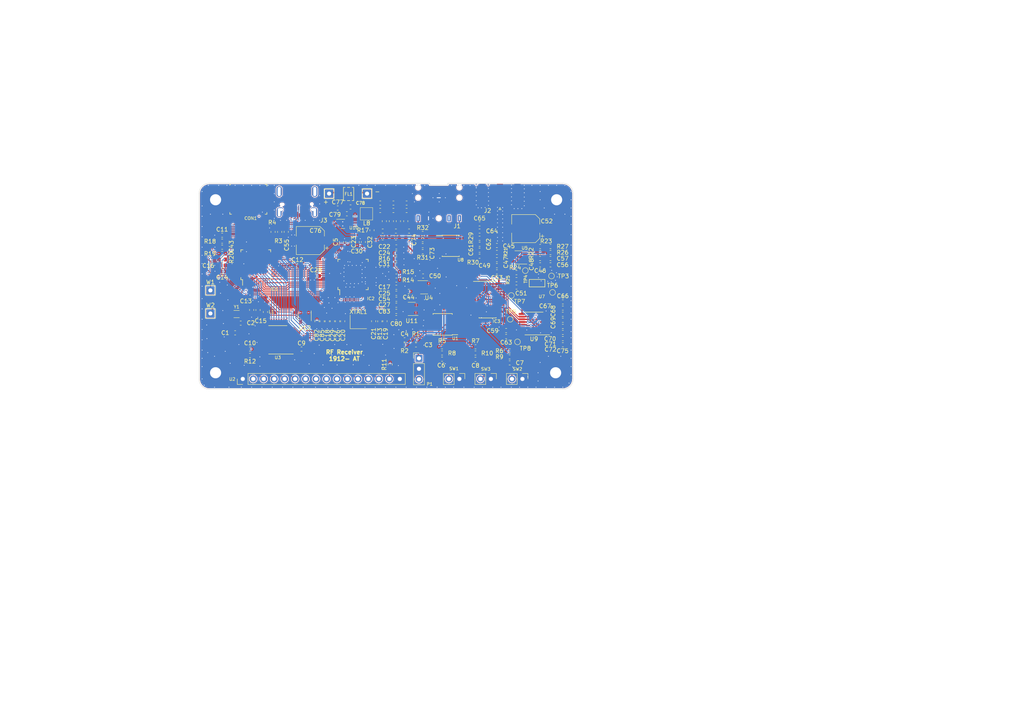
<source format=kicad_pcb>
(kicad_pcb (version 20171130) (host pcbnew "(5.0.0)")
  (title_block (date 2017-01-29))
  (layers (0 F.Cu signal) (1 In1.Cu signal) (2 In2.Cu power) (31 B.Cu signal) (35 F.Paste user) (36 B.SilkS user) (37 F.SilkS user) (38 B.Mask user) (39 F.Mask user) (44 Edge.Cuts user))
  (net 0 "")
  (net 1 "/Tayoe Mixer sheet/DC_BIAS")
  (net 2 "/Tayoe Mixer sheet/RF_B")
  (net 3 "/Tayoe Mixer sheet/RF_A")
  (net 4 GND)
  (net 5 "/Tayoe Mixer sheet/RF_BUFFERED")
  (net 6 "/Tayoe Mixer sheet/LO_IN_B")
  (net 7 "/Tayoe Mixer sheet/LO_IN_A")
  (net 8 +1V8)
  (net 9 "Net-(R6-Pad2)")
  (net 10 "Net-(C7-Pad1)")
  (net 11 /JTAGConn58895F8D/SWDIO)
  (net 12 /JTAGConn58895F8D/SWCLK)
  (net 13 /JTAGConn58895F8D/MCU_RESET)
  (net 14 "Net-(C33-Pad2)")
  (net 15 "Net-(C33-Pad1)")
  (net 16 "Net-(IC2-Pad24)")
  (net 17 VAA)
  (net 18 /AD9954sheet/IOUT+)
  (net 19 /AD9954sheet/IOUT-)
  (net 20 "Net-(R12-Pad1)")
  (net 21 "Net-(R11-Pad1)")
  (net 22 +5V)
  (net 23 "Net-(C8-Pad1)")
  (net 24 "Net-(R10-Pad1)")
  (net 25 "Net-(R5-Pad2)")
  (net 26 /ROT_A)
  (net 27 "Net-(C19-Pad1)")
  (net 28 "Net-(IC2-Pad12)")
  (net 29 "/Tayoe Mixer sheet/Q_OUT")
  (net 30 "/Tayoe Mixer sheet/270_deg")
  (net 31 "Net-(R33-Pad1)")
  (net 32 /ROT_B)
  (net 33 "Net-(C46-Pad2)")
  (net 34 "Net-(R21-Pad2)")
  (net 35 "Net-(C45-Pad2)")
  (net 36 "Net-(R24-Pad2)")
  (net 37 "Net-(C51-Pad1)")
  (net 38 "/Tayoe Mixer sheet/I_OUT")
  (net 39 "/Tayoe Mixer sheet/180_deg")
  (net 40 "Net-(C6-Pad1)")
  (net 41 "Net-(L8-Pad1)")
  (net 42 "Net-(C35-Pad2)")
  (net 43 "Net-(C38-Pad2)")
  (net 44 "Net-(C34-Pad2)")
  (net 45 "Net-(C37-Pad2)")
  (net 46 /UART_TX)
  (net 47 /AD9954sheet/COMP_OUT)
  (net 48 /VDDCORE)
  (net 49 "Net-(C20-Pad2)")
  (net 50 "Net-(C31-Pad1)")
  (net 51 "Net-(C2-Pad1)")
  (net 52 /DDS_RESET)
  (net 53 "Net-(C1-Pad1)")
  (net 54 "Net-(C21-Pad1)")
  (net 55 /VDDANA)
  (net 56 +12V)
  (net 57 "/Tayoe Mixer sheet/0_deg")
  (net 58 "/Tayoe Mixer sheet/90_deg")
  (net 59 /UART_RX)
  (net 60 "Net-(IC3-Pad2)")
  (net 61 "Net-(IC3-Pad12)")
  (net 62 /CLKMODESEL)
  (net 63 /IOUPDATE)
  (net 64 /IOSYNC)
  (net 65 /PWRDWNCTL)
  (net 66 /PS1)
  (net 67 /PS0)
  (net 68 /OSK)
  (net 69 /SYNC_IN)
  (net 70 /SDIO)
  (net 71 /SCLK)
  (net 72 /~CS)
  (net 73 /SDO)
  (net 74 /BTN1)
  (net 75 "Net-(IC1-Pad23)")
  (net 76 /LCD_D7)
  (net 77 /LCD_D6)
  (net 78 /LCD_D5)
  (net 79 /LCD_D4)
  (net 80 /LCD_EN)
  (net 81 /LCD_RW)
  (net 82 /LCD_RS)
  (net 83 "Net-(IC1-Pad31)")
  (net 84 /BTN2)
  (net 85 /BTN3)
  (net 86 "Net-(IC1-Pad39)")
  (net 87 "Net-(IC1-Pad41)")
  (net 88 /AD9954sheet/CRYSTAL_OUT)
  (net 89 /AD9954sheet/SYNC_CLK)
  (net 90 "/Tayoe Mixer sheet/RF_IN_A")
  (net 91 "Net-(U2-Pad4)")
  (net 92 "Net-(U2-Pad5)")
  (net 93 "Net-(U2-Pad6)")
  (net 94 "Net-(U2-Pad7)")
  (net 95 "Net-(U2-Pad8)")
  (net 96 "Net-(U2-Pad9)")
  (net 97 "Net-(U2-Pad10)")
  (net 98 "Net-(U2-Pad11)")
  (net 99 "Net-(U2-Pad12)")
  (net 100 "Net-(U2-Pad13)")
  (net 101 "Net-(U2-Pad14)")
  (net 102 "Net-(U3-Pad9)")
  (net 103 "Net-(U3-Pad12)")
  (net 104 "Net-(U12-Pad4)")
  (net 105 "Net-(U11-Pad4)")
  (net 106 "Net-(U4-Pad4)")
  (net 107 +3V3)
  (net 108 "Net-(FL1-Pad4)")
  (net 109 "Net-(FL1-Pad3)")
  (net 110 "Net-(J1-Pad5)")
  (net 111 /USB_VCC)
  (net 112 /USB_D-)
  (net 113 /USB_D+)
  (net 114 "Net-(J3-PadA2)")
  (net 115 "Net-(J3-PadA3)")
  (net 116 "Net-(J3-PadA5)")
  (net 117 "Net-(C55-Pad1)")
  (net 118 "Net-(J3-PadA8)")
  (net 119 "Net-(J3-PadA11)")
  (net 120 "Net-(J3-PadA10)")
  (net 121 "Net-(J3-PadB11)")
  (net 122 "Net-(J3-PadB10)")
  (net 123 "Net-(J3-PadB5)")
  (net 124 "Net-(J3-PadB8)")
  (net 125 "Net-(J3-PadB3)")
  (net 126 "Net-(J3-PadB2)")
  (module Capacitor_SMD:C_0603_1608Metric (layer F.Cu) (at 88.4 74.7875 270)
    (fp_text reference C55 (at 3.2125 -0.1 90) (layer F.SilkS))
    (fp_text value C_Small)
    (pad 1 smd roundrect (at -0.7875 0 270) (size 0.875 0.95) (layers F.Cu F.Paste F.Mask) (net 117 "Net-(C55-Pad1)"))
    (pad 2 smd roundrect (at 0.7875 0 270) (size 0.875 0.95) (layers F.Cu F.Paste F.Mask) (net 4 GND))
  )
  (module TestPoint:TestPoint_THTPad_2.0x2.0mm_Drill1.0mm (layer F.Cu) (at 108 65.5)
    (fp_text reference - (at 2.5 -0.5) (layer F.SilkS))
    (fp_text value PSU-)
    (pad 1 thru_hole rect (at 0 0) (size 2 2) (drill 1) (layers *.Cu *.Mask) (net 109 "Net-(FL1-Pad3)"))
  )
  (module TestPoint:TestPoint_THTPad_2.0x2.0mm_Drill1.0mm (layer F.Cu) (at 98.8 65.5)
    (fp_text reference + (at -0.8 2) (layer F.SilkS))
    (fp_text value PSU+)
    (pad 1 thru_hole rect (at 0 0) (size 2 2) (drill 1) (layers *.Cu *.Mask) (net 108 "Net-(FL1-Pad4)"))
  )
  (module TestPoint:TestPoint_THTPad_2.0x2.0mm_Drill1.0mm (layer F.Cu) (at 70 89)
    (fp_text reference W1 (at 0 -1.998) (layer F.SilkS))
    (fp_text value TX)
    (pad 1 thru_hole rect (at 0 0) (size 2 2) (drill 1) (layers *.Cu *.Mask) (net 46 /UART_TX))
  )
  (module TestPoint:TestPoint_THTPad_2.0x2.0mm_Drill1.0mm (layer F.Cu) (at 70 94.6)
    (fp_text reference W2 (at 0 -1.998) (layer F.SilkS))
    (fp_text value RX)
    (pad 1 thru_hole rect (at 0 0) (size 2 2) (drill 1) (layers *.Cu *.Mask) (net 59 /UART_RX))
  )
  (module athir:DX07S024JJ (layer F.Cu) (at 91 65 180)
    (fp_text reference J3 (at -6.5 -7 180) (layer F.SilkS))
    (fp_text value USB_C_Receptacle)
    (pad "" np_thru_hole oval (at 4.32 0 180) (size 1.3 2.6) (drill oval 0.7 2.2) (layers *.Cu *.Mask))
    (pad "" np_thru_hole oval (at -4.32 0 180) (size 1.3 2.6) (drill oval 0.7 2.2) (layers *.Cu *.Mask))
    (pad "" np_thru_hole circle (at -3.6 -3.05 180) (size 0.6 0.6) (drill 0.6) (layers *.Cu *.Mask))
    (pad "" np_thru_hole oval (at 3.6 -3.115 180) (size 0.85 0.5) (drill oval 0.85 0.5) (layers *.Cu *.Mask))
    (pad "" np_thru_hole oval (at -4.32 -5.05 180) (size 1.2 2.3) (drill oval 0.6 2) (layers *.Cu *.Mask))
    (pad "" np_thru_hole oval (at -4 -4.4 180) (size 1.35 1.1) (drill oval 1.25 0.7) (layers *.Cu *.Mask))
    (pad A1 smd rect (at -2.625 -5.75 180) (size 0.27 0.9) (layers F.Cu F.Paste F.Mask) (net 4 GND))
    (pad A2 smd rect (at -2.125 -5.75 180) (size 0.27 0.9) (layers F.Cu F.Paste F.Mask) (net 114 "Net-(J3-PadA2)"))
    (pad A3 smd rect (at -1.625 -5.75 180) (size 0.27 0.9) (layers F.Cu F.Paste F.Mask) (net 115 "Net-(J3-PadA3)"))
    (pad A5 smd rect (at -0.625 -5.75 180) (size 0.27 0.9) (layers F.Cu F.Paste F.Mask) (net 116 "Net-(J3-PadA5)"))
    (pad A4 smd rect (at -1.125 -5.75 180) (size 0.27 0.9) (layers F.Cu F.Paste F.Mask) (net 117 "Net-(C55-Pad1)"))
    (pad A6 smd rect (at -0.125 -5.75 180) (size 0.27 0.9) (layers F.Cu F.Paste F.Mask) (net 113 /USB_D+))
    (pad A8 smd rect (at 0.875 -5.75 180) (size 0.27 0.9) (layers F.Cu F.Paste F.Mask) (net 118 "Net-(J3-PadA8)"))
    (pad A7 smd rect (at 0.375 -5.75 180) (size 0.27 0.9) (layers F.Cu F.Paste F.Mask) (net 112 /USB_D-))
    (pad A11 smd rect (at 2.375 -5.75 180) (size 0.27 0.9) (layers F.Cu F.Paste F.Mask) (net 119 "Net-(J3-PadA11)"))
    (pad A9 smd rect (at 1.375 -5.75 180) (size 0.27 0.9) (layers F.Cu F.Paste F.Mask) (net 117 "Net-(C55-Pad1)"))
    (pad A12 smd rect (at 2.875 -5.75 180) (size 0.27 0.9) (layers F.Cu F.Paste F.Mask) (net 4 GND))
    (pad A10 smd rect (at 1.875 -5.75 180) (size 0.27 0.9) (layers F.Cu F.Paste F.Mask) (net 120 "Net-(J3-PadA10)"))
    (pad B12 smd rect (at -2.875 -4.15 180) (size 0.27 0.8) (layers F.Cu F.Paste F.Mask) (net 4 GND))
    (pad B11 smd rect (at -2.375 -4.15 180) (size 0.27 0.8) (layers F.Cu F.Paste F.Mask) (net 121 "Net-(J3-PadB11)"))
    (pad B9 smd rect (at -1.375 -4.15 180) (size 0.27 0.8) (layers F.Cu F.Paste F.Mask) (net 117 "Net-(C55-Pad1)"))
    (pad B10 smd rect (at -1.875 -4.15 180) (size 0.27 0.8) (layers F.Cu F.Paste F.Mask) (net 122 "Net-(J3-PadB10)"))
    (pad B5 smd rect (at 0.635 -4.15 180) (size 0.27 0.8) (layers F.Cu F.Paste F.Mask) (net 123 "Net-(J3-PadB5)"))
    (pad B7 smd rect (at -0.375 -4.15 180) (size 0.27 0.8) (layers F.Cu F.Paste F.Mask) (net 112 /USB_D-))
    (pad B8 smd rect (at -0.875 -4.15 180) (size 0.27 0.8) (layers F.Cu F.Paste F.Mask) (net 124 "Net-(J3-PadB8)"))
    (pad B6 smd rect (at 0.135 -4.15 180) (size 0.27 0.8) (layers F.Cu F.Paste F.Mask) (net 113 /USB_D+))
    (pad B1 smd rect (at 2.635 -4.15 180) (size 0.27 0.8) (layers F.Cu F.Paste F.Mask) (net 4 GND))
    (pad B3 smd rect (at 1.635 -4.15 180) (size 0.27 0.8) (layers F.Cu F.Paste F.Mask) (net 125 "Net-(J3-PadB3)"))
    (pad B4 smd rect (at 1.135 -4.15 180) (size 0.27 0.8) (layers F.Cu F.Paste F.Mask) (net 117 "Net-(C55-Pad1)"))
    (pad B2 smd rect (at 2.135 -4.15 180) (size 0.27 0.8) (layers F.Cu F.Paste F.Mask) (net 126 "Net-(J3-PadB2)"))
    (pad "" np_thru_hole oval (at 4 -4.4 180) (size 1.35 1.1) (drill oval 1.25 0.7) (layers *.Cu *.Mask))
    (pad "" np_thru_hole oval (at 4.32 -5.05 180) (size 1.2 2.3) (drill oval 0.6 2) (layers *.Cu *.Mask))
  )
  (module Capacitor_SMD:C_0603_1608Metric (layer F.Cu) (at 76 99.3)
    (fp_text reference C1 (at -2.4 0) (layer F.SilkS))
    (fp_text value 15pF)
    (pad 2 smd roundrect (at 0.7875 0) (size 0.875 0.95) (layers F.Cu F.Paste F.Mask) (net 4 GND))
    (pad 1 smd roundrect (at -0.7875 0) (size 0.875 0.95) (layers F.Cu F.Paste F.Mask) (net 53 "Net-(C1-Pad1)"))
  )
  (module Capacitor_SMD:C_0603_1608Metric (layer F.Cu) (at 135.315 77.8)
    (fp_text reference C62 (at 2.185 0 90) (layer F.SilkS))
    (fp_text value 0.8nF)
    (pad 1 smd roundrect (at -0.7875 0) (size 0.875 0.95) (layers F.Cu F.Paste F.Mask) (net 38 "/Tayoe Mixer sheet/I_OUT"))
    (pad 2 smd roundrect (at 0.7875 0) (size 0.875 0.95) (layers F.Cu F.Paste F.Mask) (net 39 "/Tayoe Mixer sheet/180_deg"))
  )
  (module Capacitor_SMD:C_0603_1608Metric (layer F.Cu) (at 135.3 79.25)
    (fp_text reference C61 (at -2.1 -0.05 90) (layer F.SilkS))
    (fp_text value 0.8nF)
    (pad 2 smd roundrect (at 0.7875 0) (size 0.875 0.95) (layers F.Cu F.Paste F.Mask) (net 39 "/Tayoe Mixer sheet/180_deg"))
    (pad 1 smd roundrect (at -0.7875 0) (size 0.875 0.95) (layers F.Cu F.Paste F.Mask) (net 38 "/Tayoe Mixer sheet/I_OUT"))
  )
  (module Capacitor_SMD:C_0603_1608Metric (layer F.Cu) (at 141.75 98.75 180)
    (fp_text reference C59 (at 3.3 -0.05 180) (layer F.SilkS))
    (fp_text value 10nF)
    (pad 1 smd roundrect (at -0.7875 0 180) (size 0.875 0.95) (layers F.Cu F.Paste F.Mask) (net 107 +3V3))
    (pad 2 smd roundrect (at 0.7875 0 180) (size 0.875 0.95) (layers F.Cu F.Paste F.Mask) (net 4 GND))
  )
  (module Capacitor_SMD:C_0603_1608Metric (layer F.Cu) (at 152.5 81.25 180)
    (fp_text reference C57 (at -2.95 0 180) (layer F.SilkS))
    (fp_text value 10nF)
    (pad 2 smd roundrect (at 0.7875 0 180) (size 0.875 0.95) (layers F.Cu F.Paste F.Mask) (net 4 GND))
    (pad 1 smd roundrect (at -0.7875 0 180) (size 0.875 0.95) (layers F.Cu F.Paste F.Mask) (net 1 "/Tayoe Mixer sheet/DC_BIAS"))
  )
  (module Capacitor_SMD:C_0603_1608Metric (layer F.Cu) (at 152.5 82.8 180)
    (fp_text reference C56 (at -2.95 0 180) (layer F.SilkS))
    (fp_text value 10uF)
    (pad 1 smd roundrect (at -0.7875 0 180) (size 0.875 0.95) (layers F.Cu F.Paste F.Mask) (net 1 "/Tayoe Mixer sheet/DC_BIAS"))
    (pad 2 smd roundrect (at 0.7875 0 180) (size 0.875 0.95) (layers F.Cu F.Paste F.Mask) (net 4 GND))
  )
  (module Capacitor_SMD:C_0603_1608Metric (layer F.Cu) (at 115.115 91.15 180)
    (fp_text reference C54 (at 2.915 0.05 180) (layer F.SilkS))
    (fp_text value 100nF)
    (pad 2 smd roundrect (at 0.7875 0 180) (size 0.875 0.95) (layers F.Cu F.Paste F.Mask) (net 17 VAA))
    (pad 1 smd roundrect (at -0.7875 0 180) (size 0.875 0.95) (layers F.Cu F.Paste F.Mask) (net 4 GND))
  )
  (module Capacitor_SMD:C_0603_1608Metric (layer F.Cu) (at 139.5 84.5 180)
    (fp_text reference C53 (at 0 -1.43 180) (layer F.SilkS))
    (fp_text value 0.1uF)
    (pad 1 smd roundrect (at -0.7875 0 180) (size 0.875 0.95) (layers F.Cu F.Paste F.Mask) (net 107 +3V3))
    (pad 2 smd roundrect (at 0.7875 0 180) (size 0.875 0.95) (layers F.Cu F.Paste F.Mask) (net 4 GND))
  )
  (module Capacitor_SMD:C_0603_1608Metric (layer F.Cu) (at 144.25 88.2)
    (fp_text reference C51 (at 1.15 1.5) (layer F.SilkS))
    (fp_text value 10nF)
    (pad 2 smd roundrect (at 0.7875 0) (size 0.875 0.95) (layers F.Cu F.Paste F.Mask) (net 5 "/Tayoe Mixer sheet/RF_BUFFERED"))
    (pad 1 smd roundrect (at -0.7875 0) (size 0.875 0.95) (layers F.Cu F.Paste F.Mask) (net 37 "Net-(C51-Pad1)"))
  )
  (module Capacitor_SMD:C_0603_1608Metric (layer F.Cu) (at 95.85 96.5 270)
    (fp_text reference C82 (at 3.4 0.1 270) (layer F.SilkS))
    (fp_text value 100nF)
    (pad 1 smd roundrect (at -0.7875 0 270) (size 0.875 0.95) (layers F.Cu F.Paste F.Mask) (net 22 +5V))
    (pad 2 smd roundrect (at 0.7875 0 270) (size 0.875 0.95) (layers F.Cu F.Paste F.Mask) (net 4 GND))
  )
  (module Capacitor_SMD:C_0603_1608Metric (layer F.Cu) (at 139.5 83)
    (fp_text reference C49 (at -3 0) (layer F.SilkS))
    (fp_text value 10uF)
    (pad 2 smd roundrect (at 0.7875 0) (size 0.875 0.95) (layers F.Cu F.Paste F.Mask) (net 107 +3V3))
    (pad 1 smd roundrect (at -0.7875 0) (size 0.875 0.95) (layers F.Cu F.Paste F.Mask) (net 4 GND))
  )
  (module Capacitor_SMD:C_0603_1608Metric (layer F.Cu) (at 139.5 81.55)
    (fp_text reference C47 (at 2.2 0.65 90) (layer F.SilkS))
    (fp_text value 100nF)
    (pad 1 smd roundrect (at -0.7875 0) (size 0.875 0.95) (layers F.Cu F.Paste F.Mask) (net 4 GND))
    (pad 2 smd roundrect (at 0.7875 0) (size 0.875 0.95) (layers F.Cu F.Paste F.Mask) (net 107 +3V3))
  )
  (module Capacitor_SMD:C_0603_1608Metric (layer F.Cu) (at 150 82.8 180)
    (fp_text reference C46 (at 0 -1.43 180) (layer F.SilkS))
    (fp_text value 10uF)
    (pad 2 smd roundrect (at 0.7875 0 180) (size 0.875 0.95) (layers F.Cu F.Paste F.Mask) (net 33 "Net-(C46-Pad2)"))
    (pad 1 smd roundrect (at -0.7875 0 180) (size 0.875 0.95) (layers F.Cu F.Paste F.Mask) (net 4 GND))
  )
  (module Capacitor_SMD:C_0603_1608Metric (layer F.Cu) (at 139.5 78.1 180)
    (fp_text reference C45 (at -2.9 -0.15 180) (layer F.SilkS))
    (fp_text value 10nF)
    (pad 1 smd roundrect (at -0.7875 0 180) (size 0.875 0.95) (layers F.Cu F.Paste F.Mask) (net 90 "/Tayoe Mixer sheet/RF_IN_A"))
    (pad 2 smd roundrect (at 0.7875 0 180) (size 0.875 0.95) (layers F.Cu F.Paste F.Mask) (net 35 "Net-(C45-Pad2)"))
  )
  (module Capacitor_SMD:C_0603_1608Metric (layer F.Cu) (at 118.1 89.25 180)
    (fp_text reference C44 (at 0 -1.43 180) (layer F.SilkS))
    (fp_text value 100nF)
    (pad 2 smd roundrect (at 0.7875 0 180) (size 0.875 0.95) (layers F.Cu F.Paste F.Mask) (net 4 GND))
    (pad 1 smd roundrect (at -0.7875 0 180) (size 0.875 0.95) (layers F.Cu F.Paste F.Mask) (net 22 +5V))
  )
  (module Capacitor_SMD:C_0603_1608Metric (layer F.Cu) (at 72.85 78.5 180)
    (fp_text reference C43 (at -2.25 0.2 270) (layer F.SilkS))
    (fp_text value 100nF)
    (pad 1 smd roundrect (at -0.7875 0 180) (size 0.875 0.95) (layers F.Cu F.Paste F.Mask) (net 13 /JTAGConn58895F8D/MCU_RESET))
    (pad 2 smd roundrect (at 0.7875 0 180) (size 0.875 0.95) (layers F.Cu F.Paste F.Mask) (net 4 GND))
  )
  (module Capacitor_SMD:C_0603_1608Metric (layer F.Cu) (at 117.4 72.2 270)
    (fp_text reference C42 hide)
    (fp_text value 33pF)
    (pad 2 smd roundrect (at 0.7875 0 270) (size 0.875 0.95) (layers F.Cu F.Paste F.Mask) (net 18 /AD9954sheet/IOUT+))
    (pad 1 smd roundrect (at -0.7875 0 270) (size 0.875 0.95) (layers F.Cu F.Paste F.Mask) (net 19 /AD9954sheet/IOUT-))
  )
  (module Capacitor_SMD:C_0603_1608Metric (layer F.Cu) (at 115.1 94.1)
    (fp_text reference C83 (at -2.9 0) (layer F.SilkS))
    (fp_text value 10uF)
    (pad 1 smd roundrect (at -0.7875 0) (size 0.875 0.95) (layers F.Cu F.Paste F.Mask) (net 17 VAA))
    (pad 2 smd roundrect (at 0.7875 0) (size 0.875 0.95) (layers F.Cu F.Paste F.Mask) (net 4 GND))
  )
  (module Capacitor_SMD:C_0603_1608Metric (layer F.Cu) (at 97.1 96.5 270)
    (fp_text reference C85 (at 3.45 0 270) (layer F.SilkS))
    (fp_text value 10uF)
    (pad 2 smd roundrect (at 0.7875 0 270) (size 0.875 0.95) (layers F.Cu F.Paste F.Mask) (net 4 GND))
    (pad 1 smd roundrect (at -0.7875 0 270) (size 0.875 0.95) (layers F.Cu F.Paste F.Mask) (net 8 +1V8))
  )
  (module Capacitor_SMD:C_0603_1608Metric (layer F.Cu) (at 141.75 100.2 180)
    (fp_text reference C63 (at 0 -1.43 180) (layer F.SilkS))
    (fp_text value 0.1uF)
    (pad 1 smd roundrect (at -0.7875 0 180) (size 0.875 0.95) (layers F.Cu F.Paste F.Mask) (net 107 +3V3))
    (pad 2 smd roundrect (at 0.7875 0 180) (size 0.875 0.95) (layers F.Cu F.Paste F.Mask) (net 4 GND))
  )
  (module Capacitor_SMD:C_0603_1608Metric (layer F.Cu) (at 155.5 99.2)
    (fp_text reference C71 (at -3 2.85) (layer F.SilkS))
    (fp_text value 40nF)
    (pad 2 smd roundrect (at 0.7875 0) (size 0.875 0.95) (layers F.Cu F.Paste F.Mask) (net 4 GND))
    (pad 1 smd roundrect (at -0.7875 0) (size 0.875 0.95) (layers F.Cu F.Paste F.Mask) (net 39 "/Tayoe Mixer sheet/180_deg"))
  )
  (module Capacitor_SMD:C_0603_1608Metric (layer F.Cu) (at 155.5 100.7)
    (fp_text reference C72 (at -3 2.65) (layer F.SilkS))
    (fp_text value 40nF)
    (pad 1 smd roundrect (at -0.7875 0) (size 0.875 0.95) (layers F.Cu F.Paste F.Mask) (net 30 "/Tayoe Mixer sheet/270_deg"))
    (pad 2 smd roundrect (at 0.7875 0) (size 0.875 0.95) (layers F.Cu F.Paste F.Mask) (net 4 GND))
  )
  (module Capacitor_SMD:C_0603_1608Metric (layer F.Cu) (at 115.085 95.6)
    (fp_text reference C80 (at 0 1.5) (layer F.SilkS))
    (fp_text value 100nF)
    (pad 2 smd roundrect (at 0.7875 0) (size 0.875 0.95) (layers F.Cu F.Paste F.Mask) (net 4 GND))
    (pad 1 smd roundrect (at -0.7875 0) (size 0.875 0.95) (layers F.Cu F.Paste F.Mask) (net 22 +5V))
  )
  (module Capacitor_SMD:C_0603_1608Metric (layer F.Cu) (at 155.5 102.2)
    (fp_text reference C75 (at -0.05 1.5) (layer F.SilkS))
    (fp_text value 40nF)
    (pad 1 smd roundrect (at -0.7875 0) (size 0.875 0.95) (layers F.Cu F.Paste F.Mask) (net 30 "/Tayoe Mixer sheet/270_deg"))
    (pad 2 smd roundrect (at 0.7875 0) (size 0.875 0.95) (layers F.Cu F.Paste F.Mask) (net 4 GND))
  )
  (module Capacitor_SMD:C_0603_1608Metric (layer F.Cu) (at 100.885 69)
    (fp_text reference C77 (at 0 -1.43) (layer F.SilkS))
    (fp_text value 100nF)
    (pad 2 smd roundrect (at 0.7875 0) (size 0.875 0.95) (layers F.Cu F.Paste F.Mask) (net 4 GND))
    (pad 1 smd roundrect (at -0.7875 0) (size 0.875 0.95) (layers F.Cu F.Paste F.Mask) (net 56 +12V))
  )
  (module Capacitor_SMD:C_0603_1608Metric (layer F.Cu) (at 103.1 70.4 180)
    (fp_text reference C79 (at 2.9 -0.2 180) (layer F.SilkS))
    (fp_text value 100nF)
    (pad 1 smd roundrect (at -0.7875 0 180) (size 0.875 0.95) (layers F.Cu F.Paste F.Mask) (net 22 +5V))
    (pad 2 smd roundrect (at 0.7875 0 180) (size 0.875 0.95) (layers F.Cu F.Paste F.Mask) (net 4 GND))
  )
  (module Capacitor_SMD:C_0603_1608Metric (layer F.Cu) (at 149.985 81.25 180)
    (fp_text reference C48 (at 2.085 -1.5 270) (layer F.SilkS))
    (fp_text value 100nF)
    (pad 2 smd roundrect (at 0.7875 0 180) (size 0.875 0.95) (layers F.Cu F.Paste F.Mask) (net 33 "Net-(C46-Pad2)"))
    (pad 1 smd roundrect (at -0.7875 0 180) (size 0.875 0.95) (layers F.Cu F.Paste F.Mask) (net 4 GND))
  )
  (module Capacitor_SMD:C_0603_1608Metric (layer F.Cu) (at 121.6 85.5 180)
    (fp_text reference C50 (at -2.9 0 180) (layer F.SilkS))
    (fp_text value 10uF)
    (pad 1 smd roundrect (at -0.7875 0 180) (size 0.875 0.95) (layers F.Cu F.Paste F.Mask) (net 107 +3V3))
    (pad 2 smd roundrect (at 0.7875 0 180) (size 0.875 0.95) (layers F.Cu F.Paste F.Mask) (net 4 GND))
  )
  (module Capacitor_SMD:C_0603_1608Metric (layer F.Cu) (at 155.5 96.25)
    (fp_text reference C69 (at -2.35 0.65 90) (layer F.SilkS))
    (fp_text value 40nF)
    (pad 2 smd roundrect (at 0.7875 0) (size 0.875 0.95) (layers F.Cu F.Paste F.Mask) (net 4 GND))
    (pad 1 smd roundrect (at -0.7875 0) (size 0.875 0.95) (layers F.Cu F.Paste F.Mask) (net 58 "/Tayoe Mixer sheet/90_deg"))
  )
  (module Capacitor_SMD:C_0603_1608Metric (layer F.Cu) (at 155.485 94.8)
    (fp_text reference C68 (at -2.335 -0.75 90) (layer F.SilkS))
    (fp_text value 40nF)
    (pad 1 smd roundrect (at -0.7875 0) (size 0.875 0.95) (layers F.Cu F.Paste F.Mask) (net 58 "/Tayoe Mixer sheet/90_deg"))
    (pad 2 smd roundrect (at 0.7875 0) (size 0.875 0.95) (layers F.Cu F.Paste F.Mask) (net 4 GND))
  )
  (module Capacitor_SMD:C_0603_1608Metric (layer F.Cu) (at 155.5 93.3)
    (fp_text reference C67 (at -4.3 -0.5) (layer F.SilkS))
    (fp_text value 40nF)
    (pad 2 smd roundrect (at 0.7875 0) (size 0.875 0.95) (layers F.Cu F.Paste F.Mask) (net 4 GND))
    (pad 1 smd roundrect (at -0.7875 0) (size 0.875 0.95) (layers F.Cu F.Paste F.Mask) (net 57 "/Tayoe Mixer sheet/0_deg"))
  )
  (module Capacitor_SMD:C_0603_1608Metric (layer F.Cu) (at 155.5 91.8)
    (fp_text reference C66 (at 0 -1.43) (layer F.SilkS))
    (fp_text value 40nF)
    (pad 1 smd roundrect (at -0.7875 0) (size 0.875 0.95) (layers F.Cu F.Paste F.Mask) (net 57 "/Tayoe Mixer sheet/0_deg"))
    (pad 2 smd roundrect (at 0.7875 0) (size 0.875 0.95) (layers F.Cu F.Paste F.Mask) (net 4 GND))
  )
  (module Capacitor_SMD:C_0603_1608Metric (layer F.Cu) (at 135.3 72.85 180)
    (fp_text reference C65 (at 0 1.35 180) (layer F.SilkS))
    (fp_text value 10nF)
    (pad 2 smd roundrect (at 0.7875 0 180) (size 0.875 0.95) (layers F.Cu F.Paste F.Mask) (net 56 +12V))
    (pad 1 smd roundrect (at -0.7875 0 180) (size 0.875 0.95) (layers F.Cu F.Paste F.Mask) (net 4 GND))
  )
  (module Capacitor_SMD:C_0603_1608Metric (layer F.Cu) (at 121.5 78.15 180)
    (fp_text reference C73 (at -2.3 -1.85 270) (layer F.SilkS))
    (fp_text value 0.8nF)
    (pad 1 smd roundrect (at -0.7875 0 180) (size 0.875 0.95) (layers F.Cu F.Paste F.Mask) (net 29 "/Tayoe Mixer sheet/Q_OUT"))
    (pad 2 smd roundrect (at 0.7875 0 180) (size 0.875 0.95) (layers F.Cu F.Paste F.Mask) (net 30 "/Tayoe Mixer sheet/270_deg"))
  )
  (module Capacitor_SMD:C_0603_1608Metric (layer F.Cu) (at 102.1 96.5 270)
    (fp_text reference C20 (at 3.4 -0.05 270) (layer F.SilkS))
    (fp_text value 39pF)
    (pad 2 smd roundrect (at 0.7875 0 270) (size 0.875 0.95) (layers F.Cu F.Paste F.Mask) (net 49 "Net-(C20-Pad2)"))
    (pad 1 smd roundrect (at -0.7875 0 270) (size 0.875 0.95) (layers F.Cu F.Paste F.Mask) (net 4 GND))
  )
  (module Capacitor_SMD:C_0603_1608Metric (layer F.Cu) (at 112.35 96.485 270)
    (fp_text reference C19 (at 3.065 -0.15 270) (layer F.SilkS))
    (fp_text value 10nF)
    (pad 1 smd roundrect (at -0.7875 0 270) (size 0.875 0.95) (layers F.Cu F.Paste F.Mask) (net 27 "Net-(C19-Pad1)"))
    (pad 2 smd roundrect (at 0.7875 0 270) (size 0.875 0.95) (layers F.Cu F.Paste F.Mask) (net 8 +1V8))
  )
  (module Capacitor_SMD:C_0603_1608Metric (layer F.Cu) (at 155.5 97.75)
    (fp_text reference C70 (at -3.1 3) (layer F.SilkS))
    (fp_text value 40nF)
    (pad 2 smd roundrect (at 0.7875 0) (size 0.875 0.95) (layers F.Cu F.Paste F.Mask) (net 4 GND))
    (pad 1 smd roundrect (at -0.7875 0) (size 0.875 0.95) (layers F.Cu F.Paste F.Mask) (net 39 "/Tayoe Mixer sheet/180_deg"))
  )
  (module Capacitor_SMD:C_0603_1608Metric (layer F.Cu) (at 117.6 67.8)
    (fp_text reference C40 hide)
    (fp_text value 7.5pF)
    (pad 1 smd roundrect (at -0.7875 0) (size 0.875 0.95) (layers F.Cu F.Paste F.Mask) (net 45 "Net-(C37-Pad2)"))
    (pad 2 smd roundrect (at 0.7875 0) (size 0.875 0.95) (layers F.Cu F.Paste F.Mask) (net 19 /AD9954sheet/IOUT-))
  )
  (module Capacitor_SMD:C_0603_1608Metric (layer F.Cu) (at 98.35 96.5 90)
    (fp_text reference C18 (at -3.45 0.05 90) (layer F.SilkS))
    (fp_text value 100nF)
    (pad 2 smd roundrect (at 0.7875 0 90) (size 0.875 0.95) (layers F.Cu F.Paste F.Mask) (net 8 +1V8))
    (pad 1 smd roundrect (at -0.7875 0 90) (size 0.875 0.95) (layers F.Cu F.Paste F.Mask) (net 4 GND))
  )
  (module Capacitor_SMD:C_0603_1608Metric (layer F.Cu) (at 72.85 82.95 180)
    (fp_text reference C16 (at 3.35 -0.05 180) (layer F.SilkS))
    (fp_text value 100nF)
    (pad 1 smd roundrect (at -0.7875 0 180) (size 0.875 0.95) (layers F.Cu F.Paste F.Mask) (net 48 /VDDCORE))
    (pad 2 smd roundrect (at 0.7875 0 180) (size 0.875 0.95) (layers F.Cu F.Paste F.Mask) (net 4 GND))
  )
  (module Capacitor_SMD:C_0603_1608Metric (layer F.Cu) (at 81.55 93.765 270)
    (fp_text reference C15 (at 2.635 -0.65) (layer F.SilkS))
    (fp_text value 100nF)
    (pad 2 smd roundrect (at 0.7875 0 270) (size 0.875 0.95) (layers F.Cu F.Paste F.Mask) (net 4 GND))
    (pad 1 smd roundrect (at -0.7875 0 270) (size 0.875 0.95) (layers F.Cu F.Paste F.Mask) (net 55 /VDDANA))
  )
  (module Capacitor_SMD:C_0603_1608Metric (layer F.Cu) (at 72.85 84.4 180)
    (fp_text reference C14 (at 0 -1.43 180) (layer F.SilkS))
    (fp_text value 100nF)
    (pad 1 smd roundrect (at -0.7875 0 180) (size 0.875 0.95) (layers F.Cu F.Paste F.Mask) (net 8 +1V8))
    (pad 2 smd roundrect (at 0.7875 0 180) (size 0.875 0.95) (layers F.Cu F.Paste F.Mask) (net 4 GND))
  )
  (module Capacitor_SMD:C_0603_1608Metric (layer F.Cu) (at 80 93.75 270)
    (fp_text reference C13 (at -2.15 1.4) (layer F.SilkS))
    (fp_text value 10uF)
    (pad 2 smd roundrect (at 0.7875 0 270) (size 0.875 0.95) (layers F.Cu F.Paste F.Mask) (net 4 GND))
    (pad 1 smd roundrect (at -0.7875 0 270) (size 0.875 0.95) (layers F.Cu F.Paste F.Mask) (net 55 /VDDANA))
  )
  (module Capacitor_SMD:C_0603_1608Metric (layer F.Cu) (at 91.1 83)
    (fp_text reference C12 (at 0 -1.43) (layer F.SilkS))
    (fp_text value 100nF)
    (pad 1 smd roundrect (at -0.7875 0) (size 0.875 0.95) (layers F.Cu F.Paste F.Mask) (net 8 +1V8))
    (pad 2 smd roundrect (at 0.7875 0) (size 0.875 0.95) (layers F.Cu F.Paste F.Mask) (net 4 GND))
  )
  (module Capacitor_SMD:C_0603_1608Metric (layer F.Cu) (at 118.2 76.25)
    (fp_text reference C41 hide)
    (fp_text value 7.5pF)
    (pad 2 smd roundrect (at 0.7875 0) (size 0.875 0.95) (layers F.Cu F.Paste F.Mask) (net 18 /AD9954sheet/IOUT+))
    (pad 1 smd roundrect (at -0.7875 0) (size 0.875 0.95) (layers F.Cu F.Paste F.Mask) (net 43 "Net-(C38-Pad2)"))
  )
  (module Capacitor_SMD:C_0603_1608Metric (layer F.Cu) (at 92.1 103.25)
    (fp_text reference C9 (at 0 -1.43) (layer F.SilkS))
    (fp_text value 0.1uF)
    (pad 1 smd roundrect (at -0.7875 0) (size 0.875 0.95) (layers F.Cu F.Paste F.Mask) (net 8 +1V8))
    (pad 2 smd roundrect (at 0.7875 0) (size 0.875 0.95) (layers F.Cu F.Paste F.Mask) (net 4 GND))
  )
  (module Capacitor_SMD:C_0603_1608Metric (layer F.Cu) (at 142.6 106.6)
    (fp_text reference C7 (at 2.45 0) (layer F.SilkS))
    (fp_text value 100nF)
    (pad 2 smd roundrect (at 0.7875 0) (size 0.875 0.95) (layers F.Cu F.Paste F.Mask) (net 4 GND))
    (pad 1 smd roundrect (at -0.7875 0) (size 0.875 0.95) (layers F.Cu F.Paste F.Mask) (net 10 "Net-(C7-Pad1)"))
  )
  (module Capacitor_SMD:C_0603_1608Metric (layer F.Cu) (at 126.2 105.7)
    (fp_text reference C6 (at -0.2 1.5) (layer F.SilkS))
    (fp_text value 100nF)
    (pad 1 smd roundrect (at -0.7875 0) (size 0.875 0.95) (layers F.Cu F.Paste F.Mask) (net 40 "Net-(C6-Pad1)"))
    (pad 2 smd roundrect (at 0.7875 0) (size 0.875 0.95) (layers F.Cu F.Paste F.Mask) (net 4 GND))
  )
  (module Capacitor_SMD:C_0603_1608Metric (layer F.Cu) (at 101.8 77.25 90)
    (fp_text reference C5 (at 0 -1.43 90) (layer F.SilkS))
    (fp_text value 100nF)
    (pad 2 smd roundrect (at 0.7875 0 90) (size 0.875 0.95) (layers F.Cu F.Paste F.Mask) (net 4 GND))
    (pad 1 smd roundrect (at -0.7875 0 90) (size 0.875 0.95) (layers F.Cu F.Paste F.Mask) (net 52 /DDS_RESET))
  )
  (module Capacitor_SMD:C_0603_1608Metric (layer F.Cu) (at 117.1 101)
    (fp_text reference C4 (at 0 -1.43) (layer F.SilkS))
    (fp_text value 100nF)
    (pad 1 smd roundrect (at -0.7875 0) (size 0.875 0.95) (layers F.Cu F.Paste F.Mask) (net 32 /ROT_B))
    (pad 2 smd roundrect (at 0.7875 0) (size 0.875 0.95) (layers F.Cu F.Paste F.Mask) (net 4 GND))
  )
  (module Capacitor_SMD:C_0603_1608Metric (layer F.Cu) (at 119.865 102.25)
    (fp_text reference C3 (at 3.035 0) (layer F.SilkS))
    (fp_text value 100nF)
    (pad 2 smd roundrect (at 0.7875 0) (size 0.875 0.95) (layers F.Cu F.Paste F.Mask) (net 4 GND))
    (pad 1 smd roundrect (at -0.7875 0) (size 0.875 0.95) (layers F.Cu F.Paste F.Mask) (net 26 /ROT_A))
  )
  (module Capacitor_SMD:C_0603_1608Metric (layer F.Cu) (at 77.35 96.95 180)
    (fp_text reference C2 (at -2.45 0.05 180) (layer F.SilkS))
    (fp_text value 15pF)
    (pad 1 smd roundrect (at -0.7875 0 180) (size 0.875 0.95) (layers F.Cu F.Paste F.Mask) (net 51 "Net-(C2-Pad1)"))
    (pad 2 smd roundrect (at 0.7875 0 180) (size 0.875 0.95) (layers F.Cu F.Paste F.Mask) (net 4 GND))
  )
  (module Capacitor_SMD:C_0603_1608Metric (layer F.Cu) (at 72.85 75.6 180)
    (fp_text reference C11 (at 0 1.4 180) (layer F.SilkS))
    (fp_text value 10uF)
    (pad 2 smd roundrect (at 0.7875 0 180) (size 0.875 0.95) (layers F.Cu F.Paste F.Mask) (net 4 GND))
    (pad 1 smd roundrect (at -0.7875 0 180) (size 0.875 0.95) (layers F.Cu F.Paste F.Mask) (net 8 +1V8))
  )
  (module Capacitor_SMD:C_0603_1608Metric (layer F.Cu) (at 115.6 72.2 270)
    (fp_text reference C39 hide)
    (fp_text value 39pF)
    (pad 1 smd roundrect (at -0.7875 0 270) (size 0.875 0.95) (layers F.Cu F.Paste F.Mask) (net 45 "Net-(C37-Pad2)"))
    (pad 2 smd roundrect (at 0.7875 0 270) (size 0.875 0.95) (layers F.Cu F.Paste F.Mask) (net 43 "Net-(C38-Pad2)"))
  )
  (module Capacitor_SMD:C_0603_1608Metric (layer F.Cu) (at 121.5 76.7 180)
    (fp_text reference C74 (at 2.1 0 90) (layer F.SilkS))
    (fp_text value 0.8nF)
    (pad 2 smd roundrect (at 0.7875 0 180) (size 0.875 0.95) (layers F.Cu F.Paste F.Mask) (net 30 "/Tayoe Mixer sheet/270_deg"))
    (pad 1 smd roundrect (at -0.7875 0 180) (size 0.875 0.95) (layers F.Cu F.Paste F.Mask) (net 29 "/Tayoe Mixer sheet/Q_OUT"))
  )
  (module Capacitor_SMD:C_0603_1608Metric (layer F.Cu) (at 134.3 105.75)
    (fp_text reference C8 (at 0 1.5) (layer F.SilkS))
    (fp_text value 100nF)
    (pad 1 smd roundrect (at -0.7875 0) (size 0.875 0.95) (layers F.Cu F.Paste F.Mask) (net 23 "Net-(C8-Pad1)"))
    (pad 2 smd roundrect (at 0.7875 0) (size 0.875 0.95) (layers F.Cu F.Paste F.Mask) (net 4 GND))
  )
  (module Capacitor_SMD:C_0603_1608Metric (layer F.Cu) (at 99.6 96.485 90)
    (fp_text reference C29 (at -3.465 0.05 90) (layer F.SilkS))
    (fp_text value 100nF)
    (pad 2 smd roundrect (at 0.7875 0 90) (size 0.875 0.95) (layers F.Cu F.Paste F.Mask) (net 17 VAA))
    (pad 1 smd roundrect (at -0.7875 0 90) (size 0.875 0.95) (layers F.Cu F.Paste F.Mask) (net 4 GND))
  )
  (module Capacitor_SMD:C_0603_1608Metric (layer F.Cu) (at 115 76.25)
    (fp_text reference C38 hide)
    (fp_text value 22pF)
    (pad 1 smd roundrect (at -0.7875 0) (size 0.875 0.95) (layers F.Cu F.Paste F.Mask) (net 42 "Net-(C35-Pad2)"))
    (pad 2 smd roundrect (at 0.7875 0) (size 0.875 0.95) (layers F.Cu F.Paste F.Mask) (net 43 "Net-(C38-Pad2)"))
  )
  (module Capacitor_SMD:C_0603_1608Metric (layer F.Cu) (at 114.4 67.8)
    (fp_text reference C37 hide)
    (fp_text value 22pF)
    (pad 2 smd roundrect (at 0.7875 0) (size 0.875 0.95) (layers F.Cu F.Paste F.Mask) (net 45 "Net-(C37-Pad2)"))
    (pad 1 smd roundrect (at -0.7875 0) (size 0.875 0.95) (layers F.Cu F.Paste F.Mask) (net 44 "Net-(C34-Pad2)"))
  )
  (module Capacitor_SMD:C_0603_1608Metric (layer F.Cu) (at 113.9 72.2 270)
    (fp_text reference C36 hide)
    (fp_text value 33pF)
    (pad 1 smd roundrect (at -0.7875 0 270) (size 0.875 0.95) (layers F.Cu F.Paste F.Mask) (net 44 "Net-(C34-Pad2)"))
    (pad 2 smd roundrect (at 0.7875 0 270) (size 0.875 0.95) (layers F.Cu F.Paste F.Mask) (net 42 "Net-(C35-Pad2)"))
  )
  (module Capacitor_SMD:C_0603_1608Metric (layer F.Cu) (at 111.8 76.25)
    (fp_text reference C35 hide)
    (fp_text value 39pF)
    (pad 2 smd roundrect (at 0.7875 0) (size 0.875 0.95) (layers F.Cu F.Paste F.Mask) (net 42 "Net-(C35-Pad2)"))
    (pad 1 smd roundrect (at -0.7875 0) (size 0.875 0.95) (layers F.Cu F.Paste F.Mask) (net 14 "Net-(C33-Pad2)"))
  )
  (module Capacitor_SMD:C_0603_1608Metric (layer F.Cu) (at 111.2 67.8)
    (fp_text reference C34 hide)
    (fp_text value 39pF)
    (pad 1 smd roundrect (at -0.7875 0) (size 0.875 0.95) (layers F.Cu F.Paste F.Mask) (net 15 "Net-(C33-Pad1)"))
    (pad 2 smd roundrect (at 0.7875 0) (size 0.875 0.95) (layers F.Cu F.Paste F.Mask) (net 44 "Net-(C34-Pad2)"))
  )
  (module Capacitor_SMD:C_0603_1608Metric (layer F.Cu) (at 112.2 72.2 270)
    (fp_text reference C33 hide)
    (fp_text value 22pF)
    (pad 2 smd roundrect (at 0.7875 0 270) (size 0.875 0.95) (layers F.Cu F.Paste F.Mask) (net 14 "Net-(C33-Pad2)"))
    (pad 1 smd roundrect (at -0.7875 0 270) (size 0.875 0.95) (layers F.Cu F.Paste F.Mask) (net 15 "Net-(C33-Pad1)"))
  )
  (module Capacitor_SMD:C_0603_1608Metric (layer F.Cu) (at 107.1 77.25 90)
    (fp_text reference C32 (at -0.05 1.6 90) (layer F.SilkS))
    (fp_text value 22pF)
    (pad 1 smd roundrect (at -0.7875 0 90) (size 0.875 0.95) (layers F.Cu F.Paste F.Mask) (net 47 /AD9954sheet/COMP_OUT))
    (pad 2 smd roundrect (at 0.7875 0 90) (size 0.875 0.95) (layers F.Cu F.Paste F.Mask) (net 4 GND))
  )
  (module Capacitor_SMD:C_0603_1608Metric (layer F.Cu) (at 109.6 96.485 270)
    (fp_text reference C21 (at 3.015 0 270) (layer F.SilkS))
    (fp_text value 39pF)
    (pad 2 smd roundrect (at 0.7875 0 270) (size 0.875 0.95) (layers F.Cu F.Paste F.Mask) (net 4 GND))
    (pad 1 smd roundrect (at -0.7875 0 270) (size 0.875 0.95) (layers F.Cu F.Paste F.Mask) (net 54 "Net-(C21-Pad1)"))
  )
  (module Capacitor_SMD:C_0603_1608Metric (layer F.Cu) (at 105.6 77.25 270)
    (fp_text reference C30 (at 2.25 0.1) (layer F.SilkS))
    (fp_text value 100nF)
    (pad 1 smd roundrect (at -0.7875 0 270) (size 0.875 0.95) (layers F.Cu F.Paste F.Mask) (net 4 GND))
    (pad 2 smd roundrect (at 0.7875 0 270) (size 0.875 0.95) (layers F.Cu F.Paste F.Mask) (net 17 VAA))
  )
  (module Capacitor_SMD:C_0603_1608Metric (layer F.Cu) (at 79.6 103.25 180)
    (fp_text reference C10 (at 0 1.45 180) (layer F.SilkS))
    (fp_text value 0.1uF)
    (pad 2 smd roundrect (at 0.7875 0 180) (size 0.875 0.95) (layers F.Cu F.Paste F.Mask) (net 4 GND))
    (pad 1 smd roundrect (at -0.7875 0 180) (size 0.875 0.95) (layers F.Cu F.Paste F.Mask) (net 22 +5V))
  )
  (module Capacitor_SMD:C_0603_1608Metric (layer F.Cu) (at 115.1 78.45 180)
    (fp_text reference C22 (at 2.9 0.05 180) (layer F.SilkS))
    (fp_text value 100nF)
    (pad 1 smd roundrect (at -0.7875 0 180) (size 0.875 0.95) (layers F.Cu F.Paste F.Mask) (net 4 GND))
    (pad 2 smd roundrect (at 0.7875 0 180) (size 0.875 0.95) (layers F.Cu F.Paste F.Mask) (net 17 VAA))
  )
  (module Capacitor_SMD:C_0603_1608Metric (layer F.Cu) (at 103.35 77.25 270)
    (fp_text reference C23 (at 0 -1.43 270) (layer F.SilkS))
    (fp_text value 100nF)
    (pad 2 smd roundrect (at 0.7875 0 270) (size 0.875 0.95) (layers F.Cu F.Paste F.Mask) (net 8 +1V8))
    (pad 1 smd roundrect (at -0.7875 0 270) (size 0.875 0.95) (layers F.Cu F.Paste F.Mask) (net 4 GND))
  )
  (module Capacitor_SMD:C_0603_1608Metric (layer F.Cu) (at 115.1 79.9 180)
    (fp_text reference C24 (at 2.9 0 180) (layer F.SilkS))
    (fp_text value 100nF)
    (pad 1 smd roundrect (at -0.7875 0 180) (size 0.875 0.95) (layers F.Cu F.Paste F.Mask) (net 4 GND))
    (pad 2 smd roundrect (at 0.7875 0 180) (size 0.875 0.95) (layers F.Cu F.Paste F.Mask) (net 17 VAA))
  )
  (module Capacitor_SMD:C_0603_1608Metric (layer F.Cu) (at 115.1 89.7 180)
    (fp_text reference C25 (at 2.9 0 180) (layer F.SilkS))
    (fp_text value 100nF)
    (pad 2 smd roundrect (at 0.7875 0 180) (size 0.875 0.95) (layers F.Cu F.Paste F.Mask) (net 17 VAA))
    (pad 1 smd roundrect (at -0.7875 0 180) (size 0.875 0.95) (layers F.Cu F.Paste F.Mask) (net 4 GND))
  )
  (module Capacitor_SMD:C_0603_1608Metric (layer F.Cu) (at 115.115 82.8)
    (fp_text reference C31 (at -2.915 -0.2) (layer F.SilkS))
    (fp_text value 1uF)
    (pad 1 smd roundrect (at -0.7875 0) (size 0.875 0.95) (layers F.Cu F.Paste F.Mask) (net 50 "Net-(C31-Pad1)"))
    (pad 2 smd roundrect (at 0.7875 0) (size 0.875 0.95) (layers F.Cu F.Paste F.Mask) (net 4 GND))
  )
  (module Capacitor_SMD:C_0603_1608Metric (layer F.Cu) (at 95.6 85.5)
    (fp_text reference C28 (at 0 -1.43) (layer F.SilkS))
    (fp_text value 100nF)
    (pad 2 smd roundrect (at 0.7875 0) (size 0.875 0.95) (layers F.Cu F.Paste F.Mask) (net 8 +1V8))
    (pad 1 smd roundrect (at -0.7875 0) (size 0.875 0.95) (layers F.Cu F.Paste F.Mask) (net 4 GND))
  )
  (module Capacitor_SMD:C_0603_1608Metric (layer F.Cu) (at 115.1 88.25 180)
    (fp_text reference C17 (at 2.9 0.05 180) (layer F.SilkS))
    (fp_text value 100nF)
    (pad 1 smd roundrect (at -0.7875 0 180) (size 0.875 0.95) (layers F.Cu F.Paste F.Mask) (net 4 GND))
    (pad 2 smd roundrect (at 0.7875 0 180) (size 0.875 0.95) (layers F.Cu F.Paste F.Mask) (net 17 VAA))
  )
  (module Capacitor_SMD:C_0603_1608Metric (layer F.Cu) (at 100.85 96.5 90)
    (fp_text reference C26 (at -3.5 0.05 90) (layer F.SilkS))
    (fp_text value 100nF)
    (pad 2 smd roundrect (at 0.7875 0 90) (size 0.875 0.95) (layers F.Cu F.Paste F.Mask) (net 17 VAA))
    (pad 1 smd roundrect (at -0.7875 0 90) (size 0.875 0.95) (layers F.Cu F.Paste F.Mask) (net 4 GND))
  )
  (module Capacitor_SMD:C_0603_1608Metric (layer F.Cu) (at 115.1 92.6 180)
    (fp_text reference C27 (at 2.9 0.1 180) (layer F.SilkS))
    (fp_text value 100nF)
    (pad 1 smd roundrect (at -0.7875 0 180) (size 0.875 0.95) (layers F.Cu F.Paste F.Mask) (net 4 GND))
    (pad 2 smd roundrect (at 0.7875 0 180) (size 0.875 0.95) (layers F.Cu F.Paste F.Mask) (net 17 VAA))
  )
  (module Inductor_SMD:L_0603_1608Metric (layer F.Cu) (at 111.2 69.6)
    (fp_text reference L2 hide)
    (fp_text value 12nH)
    (pad 2 smd roundrect (at 0.7875 0) (size 0.875 0.95) (layers F.Cu F.Paste F.Mask) (net 44 "Net-(C34-Pad2)"))
    (pad 1 smd roundrect (at -0.7875 0) (size 0.875 0.95) (layers F.Cu F.Paste F.Mask) (net 15 "Net-(C33-Pad1)"))
  )
  (module Inductor_SMD:L_0603_1608Metric (layer F.Cu) (at 111.8 74.6 180)
    (fp_text reference L3 hide)
    (fp_text value 12nH)
    (pad 1 smd roundrect (at -0.7875 0 180) (size 0.875 0.95) (layers F.Cu F.Paste F.Mask) (net 42 "Net-(C35-Pad2)"))
    (pad 2 smd roundrect (at 0.7875 0 180) (size 0.875 0.95) (layers F.Cu F.Paste F.Mask) (net 14 "Net-(C33-Pad2)"))
  )
  (module Inductor_SMD:L_0603_1608Metric (layer F.Cu) (at 118.2 74.6 180)
    (fp_text reference L7 hide)
    (fp_text value 20nH)
    (pad 2 smd roundrect (at 0.7875 0 180) (size 0.875 0.95) (layers F.Cu F.Paste F.Mask) (net 43 "Net-(C38-Pad2)"))
    (pad 1 smd roundrect (at -0.7875 0 180) (size 0.875 0.95) (layers F.Cu F.Paste F.Mask) (net 18 /AD9954sheet/IOUT+))
  )
  (module Inductor_SMD:L_0603_1608Metric (layer F.Cu) (at 114.4 69.6)
    (fp_text reference L4 hide)
    (fp_text value 18nH)
    (pad 1 smd roundrect (at -0.7875 0) (size 0.875 0.95) (layers F.Cu F.Paste F.Mask) (net 44 "Net-(C34-Pad2)"))
    (pad 2 smd roundrect (at 0.7875 0) (size 0.875 0.95) (layers F.Cu F.Paste F.Mask) (net 45 "Net-(C37-Pad2)"))
  )
  (module Inductor_SMD:L_0603_1608Metric (layer F.Cu) (at 117.6 69.6)
    (fp_text reference L6 hide)
    (fp_text value 20nH)
    (pad 2 smd roundrect (at 0.7875 0) (size 0.875 0.95) (layers F.Cu F.Paste F.Mask) (net 19 /AD9954sheet/IOUT-))
    (pad 1 smd roundrect (at -0.7875 0) (size 0.875 0.95) (layers F.Cu F.Paste F.Mask) (net 45 "Net-(C37-Pad2)"))
  )
  (module Inductor_SMD:L_0603_1608Metric (layer F.Cu) (at 115 74.6 180)
    (fp_text reference L5 hide)
    (fp_text value 18nH)
    (pad 1 smd roundrect (at -0.7875 0 180) (size 0.875 0.95) (layers F.Cu F.Paste F.Mask) (net 43 "Net-(C38-Pad2)"))
    (pad 2 smd roundrect (at 0.7875 0 180) (size 0.875 0.95) (layers F.Cu F.Paste F.Mask) (net 42 "Net-(C35-Pad2)"))
  )
  (module Resistor_SMD:R_0603_1608Metric (layer F.Cu) (at 121.5 75.2 180)
    (fp_text reference R32 (at 0 1.4 180) (layer F.SilkS))
    (fp_text value 10kohm)
    (pad 1 smd roundrect (at -0.7875 0 180) (size 0.875 0.95) (layers F.Cu F.Paste F.Mask) (net 29 "/Tayoe Mixer sheet/Q_OUT"))
    (pad 2 smd roundrect (at 0.7875 0 180) (size 0.875 0.95) (layers F.Cu F.Paste F.Mask) (net 30 "/Tayoe Mixer sheet/270_deg"))
  )
  (module Resistor_SMD:R_0603_1608Metric (layer F.Cu) (at 152.5 79.8 180)
    (fp_text reference R26 (at -2.95 0 180) (layer F.SilkS))
    (fp_text value "2k ohm")
    (pad 2 smd roundrect (at 0.7875 0 180) (size 0.875 0.95) (layers F.Cu F.Paste F.Mask) (net 107 +3V3))
    (pad 1 smd roundrect (at -0.7875 0 180) (size 0.875 0.95) (layers F.Cu F.Paste F.Mask) (net 1 "/Tayoe Mixer sheet/DC_BIAS"))
  )
  (module Resistor_SMD:R_0603_1608Metric (layer F.Cu) (at 152.5 78.35 180)
    (fp_text reference R27 (at -2.95 0 180) (layer F.SilkS))
    (fp_text value "2k ohm")
    (pad 1 smd roundrect (at -0.7875 0 180) (size 0.875 0.95) (layers F.Cu F.Paste F.Mask) (net 1 "/Tayoe Mixer sheet/DC_BIAS"))
    (pad 2 smd roundrect (at 0.7875 0 180) (size 0.875 0.95) (layers F.Cu F.Paste F.Mask) (net 4 GND))
  )
  (module Resistor_SMD:R_0603_1608Metric (layer F.Cu) (at 135.3 76.35)
    (fp_text reference R29 (at -2.1 -0.05 90) (layer F.SilkS))
    (fp_text value 10kohm)
    (pad 2 smd roundrect (at 0.7875 0) (size 0.875 0.95) (layers F.Cu F.Paste F.Mask) (net 39 "/Tayoe Mixer sheet/180_deg"))
    (pad 1 smd roundrect (at -0.7875 0) (size 0.875 0.95) (layers F.Cu F.Paste F.Mask) (net 38 "/Tayoe Mixer sheet/I_OUT"))
  )
  (module Resistor_SMD:R_0603_1608Metric (layer F.Cu) (at 135.3 80.7)
    (fp_text reference R30 (at -1.6 1.5 180) (layer F.SilkS))
    (fp_text value 10kohm)
    (pad 1 smd roundrect (at -0.7875 0) (size 0.875 0.95) (layers F.Cu F.Paste F.Mask) (net 38 "/Tayoe Mixer sheet/I_OUT"))
    (pad 2 smd roundrect (at 0.7875 0) (size 0.875 0.95) (layers F.Cu F.Paste F.Mask) (net 39 "/Tayoe Mixer sheet/180_deg"))
  )
  (module Resistor_SMD:R_0603_1608Metric (layer F.Cu) (at 121.5 79.6 180)
    (fp_text reference R31 (at 0 -1.43 180) (layer F.SilkS))
    (fp_text value 10kohm)
    (pad 2 smd roundrect (at 0.7875 0 180) (size 0.875 0.95) (layers F.Cu F.Paste F.Mask) (net 30 "/Tayoe Mixer sheet/270_deg"))
    (pad 1 smd roundrect (at -0.7875 0 180) (size 0.875 0.95) (layers F.Cu F.Paste F.Mask) (net 29 "/Tayoe Mixer sheet/Q_OUT"))
  )
  (module Resistor_SMD:R_0603_1608Metric (layer F.Cu) (at 105.1 71 90)
    (fp_text reference R33 hide)
    (fp_text value 100k)
    (pad 1 smd roundrect (at -0.7875 0 90) (size 0.875 0.95) (layers F.Cu F.Paste F.Mask) (net 31 "Net-(R33-Pad1)"))
    (pad 2 smd roundrect (at 0.7875 0 90) (size 0.875 0.95) (layers F.Cu F.Paste F.Mask) (net 22 +5V))
  )
  (module Resistor_SMD:R_0603_1608Metric (layer F.Cu) (at 149.985 79.8)
    (fp_text reference R22 (at -2.135 0.2 90) (layer F.SilkS))
    (fp_text value 10kohm)
    (pad 2 smd roundrect (at 0.7875 0) (size 0.875 0.95) (layers F.Cu F.Paste F.Mask) (net 107 +3V3))
    (pad 1 smd roundrect (at -0.7875 0) (size 0.875 0.95) (layers F.Cu F.Paste F.Mask) (net 33 "Net-(C46-Pad2)"))
  )
  (module Resistor_SMD:R_0603_1608Metric (layer F.Cu) (at 126.2 104.2 180)
    (fp_text reference R8 (at -2.4 -0.05 180) (layer F.SilkS))
    (fp_text value 10kohm)
    (pad 1 smd roundrect (at -0.7875 0 180) (size 0.875 0.95) (layers F.Cu F.Paste F.Mask) (net 25 "Net-(R5-Pad2)"))
    (pad 2 smd roundrect (at 0.7875 0 180) (size 0.875 0.95) (layers F.Cu F.Paste F.Mask) (net 40 "Net-(C6-Pad1)"))
  )
  (module Resistor_SMD:R_0603_1608Metric (layer F.Cu) (at 142.615 103.7)
    (fp_text reference R6 (at -2.515 0) (layer F.SilkS))
    (fp_text value 10kohm)
    (pad 2 smd roundrect (at 0.7875 0) (size 0.875 0.95) (layers F.Cu F.Paste F.Mask) (net 9 "Net-(R6-Pad2)"))
    (pad 1 smd roundrect (at -0.7875 0) (size 0.875 0.95) (layers F.Cu F.Paste F.Mask) (net 107 +3V3))
  )
  (module Resistor_SMD:R_0603_1608Metric (layer F.Cu) (at 126.2 102.7)
    (fp_text reference R5 (at 0 -1.43) (layer F.SilkS))
    (fp_text value 10kohm)
    (pad 1 smd roundrect (at -0.7875 0) (size 0.875 0.95) (layers F.Cu F.Paste F.Mask) (net 107 +3V3))
    (pad 2 smd roundrect (at 0.7875 0) (size 0.875 0.95) (layers F.Cu F.Paste F.Mask) (net 25 "Net-(R5-Pad2)"))
  )
  (module Resistor_SMD:R_0603_1608Metric (layer F.Cu) (at 150 78.35 180)
    (fp_text reference R23 (at -1.45 1.3 180) (layer F.SilkS))
    (fp_text value 10kohm)
    (pad 2 smd roundrect (at 0.7875 0 180) (size 0.875 0.95) (layers F.Cu F.Paste F.Mask) (net 33 "Net-(C46-Pad2)"))
    (pad 1 smd roundrect (at -0.7875 0 180) (size 0.875 0.95) (layers F.Cu F.Paste F.Mask) (net 4 GND))
  )
  (module Resistor_SMD:R_0603_1608Metric (layer F.Cu) (at 86.8 74.8 90)
    (fp_text reference R3 (at -2.2 -0.3 180) (layer F.SilkS))
    (fp_text value R_Small)
    (pad 1 smd roundrect (at -0.7875 0 90) (size 0.875 0.95) (layers F.Cu F.Paste F.Mask) (net 111 /USB_VCC))
    (pad 2 smd roundrect (at 0.7875 0 90) (size 0.875 0.95) (layers F.Cu F.Paste F.Mask) (net 117 "Net-(C55-Pad1)"))
  )
  (module Resistor_SMD:R_0603_1608Metric (layer F.Cu) (at 85.2 74.8 90)
    (fp_text reference R4 (at 2.3 -0.2 180) (layer F.SilkS))
    (fp_text value R_Small)
    (pad 2 smd roundrect (at 0.7875 0 90) (size 0.875 0.95) (layers F.Cu F.Paste F.Mask) (net 4 GND))
    (pad 1 smd roundrect (at -0.7875 0 90) (size 0.875 0.95) (layers F.Cu F.Paste F.Mask) (net 111 /USB_VCC))
  )
  (module Resistor_SMD:R_0603_1608Metric (layer F.Cu) (at 144.25 84.7)
    (fp_text reference R24 (at -0.3 -1.25 180) (layer F.SilkS))
    (fp_text value 2.7kohm)
    (pad 1 smd roundrect (at -0.7875 0) (size 0.875 0.95) (layers F.Cu F.Paste F.Mask) (net 34 "Net-(R21-Pad2)"))
    (pad 2 smd roundrect (at 0.7875 0) (size 0.875 0.95) (layers F.Cu F.Paste F.Mask) (net 36 "Net-(R24-Pad2)"))
  )
  (module Resistor_SMD:R_0603_1608Metric (layer F.Cu) (at 142.585 105.15 180)
    (fp_text reference R9 (at 2.485 0 180) (layer F.SilkS))
    (fp_text value 10kohm)
    (pad 2 smd roundrect (at 0.7875 0 180) (size 0.875 0.95) (layers F.Cu F.Paste F.Mask) (net 10 "Net-(C7-Pad1)"))
    (pad 1 smd roundrect (at -0.7875 0 180) (size 0.875 0.95) (layers F.Cu F.Paste F.Mask) (net 9 "Net-(R6-Pad2)"))
  )
  (module Resistor_SMD:R_0603_1608Metric (layer F.Cu) (at 119.85 101)
    (fp_text reference R1 (at 0 -1.43) (layer F.SilkS))
    (fp_text value 10kohm)
    (pad 1 smd roundrect (at -0.7875 0) (size 0.875 0.95) (layers F.Cu F.Paste F.Mask) (net 26 /ROT_A))
    (pad 2 smd roundrect (at 0.7875 0) (size 0.875 0.95) (layers F.Cu F.Paste F.Mask) (net 107 +3V3))
  )
  (module Resistor_SMD:R_0603_1608Metric (layer F.Cu) (at 134.3 104.2 180)
    (fp_text reference R10 (at -2.85 -0.05 180) (layer F.SilkS))
    (fp_text value 10kohm)
    (pad 2 smd roundrect (at 0.7875 0 180) (size 0.875 0.95) (layers F.Cu F.Paste F.Mask) (net 23 "Net-(C8-Pad1)"))
    (pad 1 smd roundrect (at -0.7875 0 180) (size 0.875 0.95) (layers F.Cu F.Paste F.Mask) (net 24 "Net-(R10-Pad1)"))
  )
  (module Resistor_SMD:R_0603_1608Metric (layer F.Cu) (at 134.315 102.7)
    (fp_text reference R7 (at 0 -1.43) (layer F.SilkS))
    (fp_text value 10kohm)
    (pad 1 smd roundrect (at -0.7875 0) (size 0.875 0.95) (layers F.Cu F.Paste F.Mask) (net 107 +3V3))
    (pad 2 smd roundrect (at 0.7875 0) (size 0.875 0.95) (layers F.Cu F.Paste F.Mask) (net 24 "Net-(R10-Pad1)"))
  )
  (module Resistor_SMD:R_0603_1608Metric (layer F.Cu) (at 79.6 104.8 180)
    (fp_text reference R12 (at 0 -1.43 180) (layer F.SilkS))
    (fp_text value 2kohm)
    (pad 2 smd roundrect (at 0.7875 0 180) (size 0.875 0.95) (layers F.Cu F.Paste F.Mask) (net 4 GND))
    (pad 1 smd roundrect (at -0.7875 0 180) (size 0.875 0.95) (layers F.Cu F.Paste F.Mask) (net 20 "Net-(R12-Pad1)"))
  )
  (module Resistor_SMD:R_0603_1608Metric (layer F.Cu) (at 111.1 96.515 270)
    (fp_text reference R13 (at 3.035 0 270) (layer F.SilkS))
    (fp_text value 243ohm)
    (pad 1 smd roundrect (at -0.7875 0 270) (size 0.875 0.95) (layers F.Cu F.Paste F.Mask) (net 28 "Net-(IC2-Pad12)"))
    (pad 2 smd roundrect (at 0.7875 0 270) (size 0.875 0.95) (layers F.Cu F.Paste F.Mask) (net 27 "Net-(C19-Pad1)"))
  )
  (module Resistor_SMD:R_0603_1608Metric (layer F.Cu) (at 115.1 81.35 180)
    (fp_text reference R16 (at 2.9 0.05 180) (layer F.SilkS))
    (fp_text value 3.92kohm)
    (pad 2 smd roundrect (at 0.7875 0 180) (size 0.875 0.95) (layers F.Cu F.Paste F.Mask) (net 16 "Net-(IC2-Pad24)"))
    (pad 1 smd roundrect (at -0.7875 0 180) (size 0.875 0.95) (layers F.Cu F.Paste F.Mask) (net 4 GND))
  )
  (module Resistor_SMD:R_0603_1608Metric (layer F.Cu) (at 72.85 77.05)
    (fp_text reference R18 (at -2.95 0.05) (layer F.SilkS))
    (fp_text value 100kohm)
    (pad 1 smd roundrect (at -0.7875 0) (size 0.875 0.95) (layers F.Cu F.Paste F.Mask) (net 8 +1V8))
    (pad 2 smd roundrect (at 0.7875 0) (size 0.875 0.95) (layers F.Cu F.Paste F.Mask) (net 13 /JTAGConn58895F8D/MCU_RESET))
  )
  (module Resistor_SMD:R_0603_1608Metric (layer F.Cu) (at 72.85 80.05)
    (fp_text reference R19 (at -2.95 0.05) (layer F.SilkS))
    (fp_text value 100kohm)
    (pad 2 smd roundrect (at 0.7875 0) (size 0.875 0.95) (layers F.Cu F.Paste F.Mask) (net 12 /JTAGConn58895F8D/SWCLK))
    (pad 1 smd roundrect (at -0.7875 0) (size 0.875 0.95) (layers F.Cu F.Paste F.Mask) (net 8 +1V8))
  )
  (module Resistor_SMD:R_0603_1608Metric (layer F.Cu) (at 72.85 81.5)
    (fp_text reference R20 (at 2.25 -0.5 90) (layer F.SilkS))
    (fp_text value 100kohm)
    (pad 1 smd roundrect (at -0.7875 0) (size 0.875 0.95) (layers F.Cu F.Paste F.Mask) (net 8 +1V8))
    (pad 2 smd roundrect (at 0.7875 0) (size 0.875 0.95) (layers F.Cu F.Paste F.Mask) (net 11 /JTAGConn58895F8D/SWDIO))
  )
  (module Resistor_SMD:R_0603_1608Metric (layer F.Cu) (at 117.1 102.25 180)
    (fp_text reference R2 (at 0 -1.43 180) (layer F.SilkS))
    (fp_text value 10kohm)
    (pad 2 smd roundrect (at 0.7875 0 180) (size 0.875 0.95) (layers F.Cu F.Paste F.Mask) (net 32 /ROT_B))
    (pad 1 smd roundrect (at -0.7875 0 180) (size 0.875 0.95) (layers F.Cu F.Paste F.Mask) (net 107 +3V3))
  )
  (module Resistor_SMD:R_0603_1608Metric (layer F.Cu) (at 113.6 107 90)
    (fp_text reference R11 (at 0 -1.43 90) (layer F.SilkS))
    (fp_text value 220ohm)
    (pad 1 smd roundrect (at -0.7875 0 90) (size 0.875 0.95) (layers F.Cu F.Paste F.Mask) (net 21 "Net-(R11-Pad1)"))
    (pad 2 smd roundrect (at 0.7875 0 90) (size 0.875 0.95) (layers F.Cu F.Paste F.Mask) (net 22 +5V))
  )
  (module Crystal:Crystal_SMD_3225-4Pin_3.2x2.5mm (layer F.Cu) (at 105.9 96.65)
    (fp_text reference XTAL1 (at 0 -2.45) (layer F.SilkS))
    (fp_text value "25MHz 20pF")
    (pad 1 smd rect (at -1.1 0.85) (size 1.4 1.2) (layers F.Cu F.Paste F.Mask) (net 49 "Net-(C20-Pad2)"))
    (pad 2 smd rect (at 1.1 0.85) (size 1.4 1.2) (layers F.Cu F.Paste F.Mask) (net 4 GND))
    (pad 3 smd rect (at 1.1 -0.85) (size 1.4 1.2) (layers F.Cu F.Paste F.Mask) (net 54 "Net-(C21-Pad1)"))
    (pad 4 smd rect (at -1.1 -0.85) (size 1.4 1.2) (layers F.Cu F.Paste F.Mask) (net 4 GND))
  )
  (module athir:SJ1-35235 (layer F.Cu) (at 125.4 71.5 270)
    (fp_text reference J1 (at 1.9 -4.45) (layer F.SilkS))
    (fp_text value Conn_01x05_Female)
    (pad 1 thru_hole rect (at -5 0 270) (size 0.8 1.5) (drill oval 0.2 1) (layers *.Cu *.Mask) (net 4 GND))
    (pad "" thru_hole circle (at -7.5 -5 270) (size 1.2 1.2) (drill 1.2) (layers *.Cu *.Mask))
    (pad "" thru_hole circle (at -5 -5 270) (size 1.2 1.2) (drill 1.2) (layers *.Cu *.Mask))
    (pad "" thru_hole circle (at -7.5 5 270) (size 1.2 1.2) (drill 1.2) (layers *.Cu *.Mask))
    (pad "" thru_hole circle (at -5 5 270) (size 1.2 1.2) (drill 1.2) (layers *.Cu *.Mask))
    (pad "" thru_hole circle (at 0 0 270) (size 1.2 1.2) (drill 1.2) (layers *.Cu *.Mask))
    (pad 5 thru_hole rect (at 0 -2.5 270) (size 1.5 0.8) (drill oval 1 0.2) (layers *.Cu *.Mask) (net 110 "Net-(J1-Pad5)"))
    (pad 4 thru_hole rect (at 0 2.5 270) (size 1.5 0.8) (drill oval 1 0.2) (layers *.Cu *.Mask) (net 4 GND))
    (pad 3 thru_hole rect (at 0 -5 270) (size 1.5 0.8) (drill oval 1 0.2) (layers *.Cu *.Mask) (net 38 "/Tayoe Mixer sheet/I_OUT"))
    (pad 2 thru_hole rect (at 0 5 270) (size 1.5 0.8) (drill oval 1 0.2) (layers *.Cu *.Mask) (net 29 "/Tayoe Mixer sheet/Q_OUT"))
  )
  (module Capacitor_SMD:C_0603_1608Metric (layer F.Cu) (at 135.3 74.6 180)
    (fp_text reference C64 (at -3 0 180) (layer F.SilkS))
    (fp_text value 10uF)
    (pad 2 smd roundrect (at 0.7875 0 180) (size 0.875 0.95) (layers F.Cu F.Paste F.Mask) (net 56 +12V))
    (pad 1 smd roundrect (at -0.7875 0 180) (size 0.875 0.95) (layers F.Cu F.Paste F.Mask) (net 4 GND))
  )
  (module Package_SO:TSSOP-16_4.4x5mm_P0.65mm (layer F.Cu) (at 148.5 97 180)
    (fp_text reference U9 (at 0 -3.8 180) (layer F.SilkS))
    (fp_text value 74CBTLV3253)
    (pad 1 smd rect (at -2.95 -2.275 180) (size 1.5 0.45) (layers F.Cu F.Paste F.Mask) (net 4 GND))
    (pad 2 smd rect (at -2.95 -1.625 180) (size 1.5 0.45) (layers F.Cu F.Paste F.Mask) (net 7 "/Tayoe Mixer sheet/LO_IN_A"))
    (pad 3 smd rect (at -2.95 -0.975 180) (size 1.5 0.45) (layers F.Cu F.Paste F.Mask) (net 30 "/Tayoe Mixer sheet/270_deg"))
    (pad 4 smd rect (at -2.95 -0.325 180) (size 1.5 0.45) (layers F.Cu F.Paste F.Mask) (net 39 "/Tayoe Mixer sheet/180_deg"))
    (pad 5 smd rect (at -2.95 0.325 180) (size 1.5 0.45) (layers F.Cu F.Paste F.Mask) (net 58 "/Tayoe Mixer sheet/90_deg"))
    (pad 6 smd rect (at -2.95 0.975 180) (size 1.5 0.45) (layers F.Cu F.Paste F.Mask) (net 57 "/Tayoe Mixer sheet/0_deg"))
    (pad 7 smd rect (at -2.95 1.625 180) (size 1.5 0.45) (layers F.Cu F.Paste F.Mask) (net 2 "/Tayoe Mixer sheet/RF_B"))
    (pad 8 smd rect (at -2.95 2.275 180) (size 1.5 0.45) (layers F.Cu F.Paste F.Mask) (net 4 GND))
    (pad 9 smd rect (at 2.95 2.275 180) (size 1.5 0.45) (layers F.Cu F.Paste F.Mask) (net 3 "/Tayoe Mixer sheet/RF_A"))
    (pad 10 smd rect (at 2.95 1.625 180) (size 1.5 0.45) (layers F.Cu F.Paste F.Mask) (net 39 "/Tayoe Mixer sheet/180_deg"))
    (pad 11 smd rect (at 2.95 0.975 180) (size 1.5 0.45) (layers F.Cu F.Paste F.Mask) (net 30 "/Tayoe Mixer sheet/270_deg"))
    (pad 12 smd rect (at 2.95 0.325 180) (size 1.5 0.45) (layers F.Cu F.Paste F.Mask) (net 57 "/Tayoe Mixer sheet/0_deg"))
    (pad 13 smd rect (at 2.95 -0.325 180) (size 1.5 0.45) (layers F.Cu F.Paste F.Mask) (net 58 "/Tayoe Mixer sheet/90_deg"))
    (pad 14 smd rect (at 2.95 -0.975 180) (size 1.5 0.45) (layers F.Cu F.Paste F.Mask) (net 6 "/Tayoe Mixer sheet/LO_IN_B"))
    (pad 15 smd rect (at 2.95 -1.625 180) (size 1.5 0.45) (layers F.Cu F.Paste F.Mask) (net 4 GND))
    (pad 16 smd rect (at 2.95 -2.275 180) (size 1.5 0.45) (layers F.Cu F.Paste F.Mask) (net 107 +3V3))
  )
  (module Resistor_SMD:R_0603_1608Metric (layer F.Cu) (at 109.2 74.4 270)
    (fp_text reference R17 (at 0 2.2) (layer F.SilkS))
    (fp_text value 50ohm)
    (pad 1 smd roundrect (at -0.7875 0 270) (size 0.875 0.95) (layers F.Cu F.Paste F.Mask) (net 15 "Net-(C33-Pad1)"))
    (pad 2 smd roundrect (at 0.7875 0 270) (size 0.875 0.95) (layers F.Cu F.Paste F.Mask) (net 14 "Net-(C33-Pad2)"))
  )
  (module Resistor_SMD:R_0603_1608Metric (layer F.Cu) (at 115.1 86.5)
    (fp_text reference R14 (at 2.9 0) (layer F.SilkS))
    (fp_text value 50ohm)
    (pad 2 smd roundrect (at 0.7875 0) (size 0.875 0.95) (layers F.Cu F.Paste F.Mask) (net 17 VAA))
    (pad 1 smd roundrect (at -0.7875 0) (size 0.875 0.95) (layers F.Cu F.Paste F.Mask) (net 19 /AD9954sheet/IOUT-))
  )
  (module Resistor_SMD:R_0603_1608Metric (layer F.Cu) (at 144.25 86.4 180)
    (fp_text reference R25 (at 2.05 -0.05 270) (layer F.SilkS) (effects (font (size 0.75 0.75))))
    (fp_text value 50ohm)
    (pad 1 smd roundrect (at -0.7875 0 180) (size 0.875 0.95) (layers F.Cu F.Paste F.Mask) (net 36 "Net-(R24-Pad2)"))
    (pad 2 smd roundrect (at 0.7875 0 180) (size 0.875 0.95) (layers F.Cu F.Paste F.Mask) (net 37 "Net-(C51-Pad1)"))
  )
  (module Resistor_SMD:R_0603_1608Metric (layer F.Cu) (at 139.5 79.8)
    (fp_text reference R21 (at 2.15 -0.05 90) (layer F.SilkS) (effects (font (size 0.75 0.75))))
    (fp_text value 50ohm)
    (pad 2 smd roundrect (at 0.7875 0) (size 0.875 0.95) (layers F.Cu F.Paste F.Mask) (net 34 "Net-(R21-Pad2)"))
    (pad 1 smd roundrect (at -0.7875 0) (size 0.875 0.95) (layers F.Cu F.Paste F.Mask) (net 35 "Net-(C45-Pad2)"))
  )
  (module Resistor_SMD:R_0603_1608Metric (layer F.Cu) (at 115.1 84.5)
    (fp_text reference R15 (at 2.9 0) (layer F.SilkS))
    (fp_text value 50ohm)
    (pad 1 smd roundrect (at -0.7875 0) (size 0.875 0.95) (layers F.Cu F.Paste F.Mask) (net 18 /AD9954sheet/IOUT+))
    (pad 2 smd roundrect (at 0.7875 0) (size 0.875 0.95) (layers F.Cu F.Paste F.Mask) (net 17 VAA))
  )
  (module Capacitor_SMD:C_0603_1608Metric (layer F.Cu) (at 104 68.75 180)
    (fp_text reference C78 (at -2.4 0.95 180) (layer F.SilkS) (effects (font (size 0.75 0.75))))
    (fp_text value 22uF)
    (pad 1 smd roundrect (at -0.7875 0 180) (size 0.875 0.95) (layers F.Cu F.Paste F.Mask) (net 22 +5V))
    (pad 2 smd roundrect (at 0.7875 0 180) (size 0.875 0.95) (layers F.Cu F.Paste F.Mask) (net 4 GND))
  )
  (module Capacitor_SMD:CP_Elec_6.3x7.7 (layer F.Cu) (at 146.5 74 180)
    (fp_text reference C52 (at -5.1 1.8 180) (layer F.SilkS))
    (fp_text value 47uF)
    (pad 1 smd rect (at -2.7 0 180) (size 3.5 1.6) (layers F.Cu F.Paste F.Mask) (net 1 "/Tayoe Mixer sheet/DC_BIAS"))
    (pad 2 smd rect (at 2.7 0 180) (size 3.5 1.6) (layers F.Cu F.Paste F.Mask) (net 4 GND))
  )
  (module Capacitor_SMD:CP_Elec_6.3x7.7 (layer F.Cu) (at 94.25 76.9 180)
    (fp_text reference C76 (at -1.25 2.4) (layer F.SilkS))
    (fp_text value 100uF)
    (pad 1 smd rect (at -2.7 0 180) (size 3.5 1.6) (layers F.Cu F.Paste F.Mask) (net 56 +12V))
    (pad 2 smd rect (at 2.7 0 180) (size 3.5 1.6) (layers F.Cu F.Paste F.Mask) (net 4 GND))
  )
  (module MountingHole:MountingHole_2.7mm_M2.5_Pad (layer F.Cu) (at 154 67)
    (fp_text reference MH2 hide)
    (fp_text value MountingHole_Pad)
    (pad 1 thru_hole circle (at 0 0) (size 5.4 5.4) (drill 2.7) (layers *.Cu *.Mask) (net 4 GND))
  )
  (module MountingHole:MountingHole_2.7mm_M2.5_Pad (layer F.Cu) (at 71.25 109)
    (fp_text reference MH4 hide)
    (fp_text value MountingHole_Pad)
    (pad 1 thru_hole circle (at 0 0) (size 5.4 5.4) (drill 2.7) (layers *.Cu *.Mask) (net 4 GND))
  )
  (module MountingHole:MountingHole_2.7mm_M2.5_Pad (layer F.Cu) (at 153.75 109)
    (fp_text reference MH3 hide)
    (fp_text value MountingHole_Pad)
    (pad 1 thru_hole circle (at 0 0) (size 5.4 5.4) (drill 2.7) (layers *.Cu *.Mask) (net 4 GND))
  )
  (module MountingHole:MountingHole_2.7mm_M2.5_Pad (layer F.Cu) (at 71.25 67)
    (fp_text reference MH1 hide)
    (fp_text value MountingHole_Pad)
    (pad 1 thru_hole circle (at 0 0) (size 5.4 5.4) (drill 2.7) (layers *.Cu *.Mask) (net 4 GND))
  )
  (module Connector_Coaxial:SMA_Amphenol_132289_EdgeMount (layer F.Cu) (at 140.25 65.7 90)
    (fp_text reference J2 (at -3.96 -3 180) (layer F.SilkS))
    (fp_text value Conn_Coaxial)
    (pad 2 smd rect (at 0 4.25 180) (size 1.5 5.08) (layers B.Cu B.Paste B.Mask) (net 4 GND))
    (pad 2 smd rect (at 0 -4.25 180) (size 1.5 5.08) (layers B.Cu B.Paste B.Mask) (net 4 GND))
    (pad 2 smd rect (at 0 4.25 180) (size 1.5 5.08) (layers F.Cu F.Paste F.Mask) (net 4 GND))
    (pad 2 smd rect (at 0 -4.25 180) (size 1.5 5.08) (layers F.Cu F.Paste F.Mask) (net 4 GND))
    (pad 1 smd rect (at 0 0 180) (size 1.5 5.08) (layers F.Cu F.Paste F.Mask) (net 90 "/Tayoe Mixer sheet/RF_IN_A"))
  )
  (module athir:XFL3012 (layer F.Cu) (at 107.85 70.4 270)
    (fp_text reference L8 (at 2.3 -0.05) (layer F.SilkS))
    (fp_text value 2.2uH)
    (pad 1 smd rect (at 1.015 0 270) (size 1 2.9) (layers F.Cu F.Paste F.Mask) (net 41 "Net-(L8-Pad1)"))
    (pad 2 smd rect (at -1.015 0 270) (size 1 2.9) (layers F.Cu F.Paste F.Mask) (net 22 +5V))
  )
  (module TestPoint:TestPoint_Pad_D1.0mm (layer F.Cu) (at 142.75 96 270)
    (fp_text reference TP5 (at -1.8 -0.15) (layer F.SilkS))
    (fp_text value LO_A)
    (pad 1 smd circle (at 0 0 270) (size 1 1) (layers F.Cu F.Mask) (net 6 "/Tayoe Mixer sheet/LO_IN_B"))
  )
  (module TestPoint:TestPoint_Pad_D1.0mm (layer F.Cu) (at 144.5 101.5 270)
    (fp_text reference TP8 (at 1.6 -1.9) (layer F.SilkS))
    (fp_text value LO_B)
    (pad 1 smd circle (at 0 0 270) (size 1 1) (layers F.Cu F.Mask) (net 7 "/Tayoe Mixer sheet/LO_IN_A"))
  )
  (module TestPoint:TestPoint_Pad_D1.0mm (layer F.Cu) (at 153 89.5)
    (fp_text reference TP6 (at 0 -1.7) (layer F.SilkS))
    (fp_text value RF_B)
    (pad 1 smd circle (at 0 0) (size 1 1) (layers F.Cu F.Mask) (net 2 "/Tayoe Mixer sheet/RF_B"))
  )
  (module TestPoint:TestPoint_Pad_D1.0mm (layer F.Cu) (at 152.75 85.5)
    (fp_text reference TP3 (at 2.9 0.05) (layer F.SilkS))
    (fp_text value GND)
    (pad 1 smd circle (at 0 0) (size 1 1) (layers F.Cu F.Mask) (net 4 GND))
  )
  (module TestPoint:TestPoint_Pad_D1.0mm (layer F.Cu) (at 143 90.25)
    (fp_text reference TP7 (at 2 1.45) (layer F.SilkS))
    (fp_text value RF_A)
    (pad 1 smd circle (at 0 0) (size 1 1) (layers F.Cu F.Mask) (net 3 "/Tayoe Mixer sheet/RF_A"))
  )
  (module TestPoint:TestPoint_Pad_D1.0mm (layer F.Cu) (at 146.4 84.2)
    (fp_text reference TP4 (at 0.1 2.05 90) (layer F.SilkS) (effects (font (size 0.75 0.75))))
    (fp_text value RF_BUFFERED)
    (pad 1 smd circle (at 0 0) (size 1 1) (layers F.Cu F.Mask) (net 5 "/Tayoe Mixer sheet/RF_BUFFERED"))
  )
  (module Package_TO_SOT_SMD:SOT-23-5 (layer F.Cu) (at 121.85 88.25)
    (fp_text reference U4 (at 1.15 2.55) (layer F.SilkS))
    (fp_text value MIC5504-3.3YM5)
    (pad 1 smd rect (at -1.1 -0.95) (size 1.06 0.65) (layers F.Cu F.Paste F.Mask) (net 22 +5V))
    (pad 2 smd rect (at -1.1 0) (size 1.06 0.65) (layers F.Cu F.Paste F.Mask) (net 4 GND))
    (pad 3 smd rect (at -1.1 0.95) (size 1.06 0.65) (layers F.Cu F.Paste F.Mask) (net 22 +5V))
    (pad 4 smd rect (at 1.1 0.95) (size 1.06 0.65) (layers F.Cu F.Paste F.Mask) (net 106 "Net-(U4-Pad4)"))
    (pad 5 smd rect (at 1.1 -0.95) (size 1.06 0.65) (layers F.Cu F.Paste F.Mask) (net 107 +3V3))
  )
  (module Package_TO_SOT_SMD:SOT-23-5 (layer F.Cu) (at 118.85 93.5 180)
    (fp_text reference U11 (at 0 -2.9 180) (layer F.SilkS))
    (fp_text value MIC5504-1.8YM5)
    (pad 1 smd rect (at -1.1 -0.95 180) (size 1.06 0.65) (layers F.Cu F.Paste F.Mask) (net 22 +5V))
    (pad 2 smd rect (at -1.1 0 180) (size 1.06 0.65) (layers F.Cu F.Paste F.Mask) (net 4 GND))
    (pad 3 smd rect (at -1.1 0.95 180) (size 1.06 0.65) (layers F.Cu F.Paste F.Mask) (net 22 +5V))
    (pad 4 smd rect (at 1.1 0.95 180) (size 1.06 0.65) (layers F.Cu F.Paste F.Mask) (net 105 "Net-(U11-Pad4)"))
    (pad 5 smd rect (at 1.1 -0.95 180) (size 1.06 0.65) (layers F.Cu F.Paste F.Mask) (net 17 VAA))
  )
  (module Package_TO_SOT_SMD:SOT-23-5 (layer F.Cu) (at 92.85 95.5 270)
    (fp_text reference U12 (at 2.6 -0.05) (layer F.SilkS))
    (fp_text value MIC5504-1.8YM5)
    (pad 5 smd rect (at 1.1 -0.95 270) (size 1.06 0.65) (layers F.Cu F.Paste F.Mask) (net 8 +1V8))
    (pad 4 smd rect (at 1.1 0.95 270) (size 1.06 0.65) (layers F.Cu F.Paste F.Mask) (net 104 "Net-(U12-Pad4)"))
    (pad 3 smd rect (at -1.1 0.95 270) (size 1.06 0.65) (layers F.Cu F.Paste F.Mask) (net 22 +5V))
    (pad 2 smd rect (at -1.1 0 270) (size 1.06 0.65) (layers F.Cu F.Paste F.Mask) (net 4 GND))
    (pad 1 smd rect (at -1.1 -0.95 270) (size 1.06 0.65) (layers F.Cu F.Paste F.Mask) (net 22 +5V))
  )
  (module FPC_conn:HFW6R_2STE1LF (layer F.Cu) (at 79.2 68.8)
    (fp_text reference CON1 (at 0.5588 2.6924) (layer F.SilkS) (effects (font (size 0.75 0.75) (thickness 0.125))))
    (fp_text value FPC_6POS)
    (pad 7 smd rect (at 3.5 -1.6) (size 0.7 4.2) (layers F.Cu F.Paste F.Mask))
    (pad 6 smd rect (at 2.5 0.5) (size 0.6 2) (layers F.Cu F.Paste F.Mask) (net 4 GND))
    (pad 5 smd rect (at 1.5 0.5) (size 0.6 2) (layers F.Cu F.Paste F.Mask) (net 13 /JTAGConn58895F8D/MCU_RESET))
    (pad 4 smd rect (at 0.5 0.5) (size 0.6 2) (layers F.Cu F.Paste F.Mask) (net 46 /UART_TX))
    (pad 3 smd rect (at -0.5 0.5) (size 0.6 2) (layers F.Cu F.Paste F.Mask) (net 12 /JTAGConn58895F8D/SWCLK))
    (pad 2 smd rect (at -1.5 0.5) (size 0.6 2) (layers F.Cu F.Paste F.Mask) (net 11 /JTAGConn58895F8D/SWDIO))
    (pad 1 smd rect (at -2.5 0.5) (size 0.6 2) (layers F.Cu F.Paste F.Mask) (net 8 +1V8))
    (pad 7 smd rect (at -3.5 -1.6) (size 0.7 4.2) (layers F.Cu F.Paste F.Mask))
  )
  (module Package_SO:TSSOP-20_4.4x6.5mm_P0.65mm (layer F.Cu) (at 86.35 101 180)
    (fp_text reference U3 (at 0 -4.3 180) (layer F.SilkS) (effects (font (size 0.75 0.75) (thickness 0.125))))
    (fp_text value TXB0108PWR)
    (pad 1 smd rect (at -2.95 -2.925 180) (size 1.45 0.45) (layers F.Cu F.Paste F.Mask) (net 82 /LCD_RS))
    (pad 2 smd rect (at -2.95 -2.275 180) (size 1.45 0.45) (layers F.Cu F.Paste F.Mask) (net 8 +1V8))
    (pad 3 smd rect (at -2.95 -1.625 180) (size 1.45 0.45) (layers F.Cu F.Paste F.Mask) (net 81 /LCD_RW))
    (pad 4 smd rect (at -2.95 -0.975 180) (size 1.45 0.45) (layers F.Cu F.Paste F.Mask) (net 80 /LCD_EN))
    (pad 5 smd rect (at -2.95 -0.325 180) (size 1.45 0.45) (layers F.Cu F.Paste F.Mask) (net 79 /LCD_D4))
    (pad 6 smd rect (at -2.95 0.325 180) (size 1.45 0.45) (layers F.Cu F.Paste F.Mask) (net 78 /LCD_D5))
    (pad 7 smd rect (at -2.95 0.975 180) (size 1.45 0.45) (layers F.Cu F.Paste F.Mask) (net 77 /LCD_D6))
    (pad 8 smd rect (at -2.95 1.625 180) (size 1.45 0.45) (layers F.Cu F.Paste F.Mask) (net 76 /LCD_D7))
    (pad 9 smd rect (at -2.95 2.275 180) (size 1.45 0.45) (layers F.Cu F.Paste F.Mask) (net 102 "Net-(U3-Pad9)"))
    (pad 10 smd rect (at -2.95 2.925 180) (size 1.45 0.45) (layers F.Cu F.Paste F.Mask) (net 8 +1V8))
    (pad 11 smd rect (at 2.95 2.925 180) (size 1.45 0.45) (layers F.Cu F.Paste F.Mask) (net 4 GND))
    (pad 12 smd rect (at 2.95 2.275 180) (size 1.45 0.45) (layers F.Cu F.Paste F.Mask) (net 103 "Net-(U3-Pad12)"))
    (pad 13 smd rect (at 2.95 1.625 180) (size 1.45 0.45) (layers F.Cu F.Paste F.Mask) (net 101 "Net-(U2-Pad14)"))
    (pad 14 smd rect (at 2.95 0.975 180) (size 1.45 0.45) (layers F.Cu F.Paste F.Mask) (net 100 "Net-(U2-Pad13)"))
    (pad 15 smd rect (at 2.95 0.325 180) (size 1.45 0.45) (layers F.Cu F.Paste F.Mask) (net 99 "Net-(U2-Pad12)"))
    (pad 16 smd rect (at 2.95 -0.325 180) (size 1.45 0.45) (layers F.Cu F.Paste F.Mask) (net 98 "Net-(U2-Pad11)"))
    (pad 17 smd rect (at 2.95 -0.975 180) (size 1.45 0.45) (layers F.Cu F.Paste F.Mask) (net 93 "Net-(U2-Pad6)"))
    (pad 18 smd rect (at 2.95 -1.625 180) (size 1.45 0.45) (layers F.Cu F.Paste F.Mask) (net 92 "Net-(U2-Pad5)"))
    (pad 19 smd rect (at 2.95 -2.275 180) (size 1.45 0.45) (layers F.Cu F.Paste F.Mask) (net 22 +5V))
    (pad 20 smd rect (at 2.95 -2.925 180) (size 1.45 0.45) (layers F.Cu F.Paste F.Mask) (net 91 "Net-(U2-Pad4)"))
  )
  (module Connector_PinHeader_2.54mm:PinHeader_1x16_P2.54mm_Vertical (layer F.Cu) (at 77.85 110.5 90)
    (fp_text reference U2 (at -0.05 -2.55 180) (layer F.SilkS) (effects (font (size 0.75 0.75) (thickness 0.125))))
    (fp_text value RC1602A)
    (pad 1 thru_hole rect (at 0 0 90) (size 1.7 1.7) (drill 1) (layers *.Cu *.Mask) (net 4 GND))
    (pad 2 thru_hole oval (at 0 2.54 90) (size 1.7 1.7) (drill 1) (layers *.Cu *.Mask) (net 22 +5V))
    (pad 3 thru_hole oval (at 0 5.08 90) (size 1.7 1.7) (drill 1) (layers *.Cu *.Mask) (net 20 "Net-(R12-Pad1)"))
    (pad 4 thru_hole oval (at 0 7.62 90) (size 1.7 1.7) (drill 1) (layers *.Cu *.Mask) (net 91 "Net-(U2-Pad4)"))
    (pad 5 thru_hole oval (at 0 10.16 90) (size 1.7 1.7) (drill 1) (layers *.Cu *.Mask) (net 92 "Net-(U2-Pad5)"))
    (pad 6 thru_hole oval (at 0 12.7 90) (size 1.7 1.7) (drill 1) (layers *.Cu *.Mask) (net 93 "Net-(U2-Pad6)"))
    (pad 7 thru_hole oval (at 0 15.24 90) (size 1.7 1.7) (drill 1) (layers *.Cu *.Mask) (net 94 "Net-(U2-Pad7)"))
    (pad 8 thru_hole oval (at 0 17.78 90) (size 1.7 1.7) (drill 1) (layers *.Cu *.Mask) (net 95 "Net-(U2-Pad8)"))
    (pad 9 thru_hole oval (at 0 20.32 90) (size 1.7 1.7) (drill 1) (layers *.Cu *.Mask) (net 96 "Net-(U2-Pad9)"))
    (pad 10 thru_hole oval (at 0 22.86 90) (size 1.7 1.7) (drill 1) (layers *.Cu *.Mask) (net 97 "Net-(U2-Pad10)"))
    (pad 11 thru_hole oval (at 0 25.4 90) (size 1.7 1.7) (drill 1) (layers *.Cu *.Mask) (net 98 "Net-(U2-Pad11)"))
    (pad 12 thru_hole oval (at 0 27.94 90) (size 1.7 1.7) (drill 1) (layers *.Cu *.Mask) (net 99 "Net-(U2-Pad12)"))
    (pad 13 thru_hole oval (at 0 30.48 90) (size 1.7 1.7) (drill 1) (layers *.Cu *.Mask) (net 100 "Net-(U2-Pad13)"))
    (pad 14 thru_hole oval (at 0 33.02 90) (size 1.7 1.7) (drill 1) (layers *.Cu *.Mask) (net 101 "Net-(U2-Pad14)"))
    (pad 15 thru_hole oval (at 0 35.56 90) (size 1.7 1.7) (drill 1) (layers *.Cu *.Mask) (net 21 "Net-(R11-Pad1)"))
    (pad 16 thru_hole oval (at 0 38.1 90) (size 1.7 1.7) (drill 1) (layers *.Cu *.Mask) (net 4 GND))
  )
  (module Package_SO:SOIC-8_3.9x4.9mm_P1.27mm (layer F.Cu) (at 128.3 78.2)
    (fp_text reference U8 (at 2.4 3.4) (layer F.SilkS) (effects (font (size 0.75 0.75) (thickness 0.125))))
    (fp_text value NE5532)
    (pad 1 smd rect (at -2.7 -1.905) (size 1.55 0.6) (layers F.Cu F.Paste F.Mask) (net 29 "/Tayoe Mixer sheet/Q_OUT"))
    (pad 2 smd rect (at -2.7 -0.635) (size 1.55 0.6) (layers F.Cu F.Paste F.Mask) (net 30 "/Tayoe Mixer sheet/270_deg"))
    (pad 3 smd rect (at -2.7 0.635) (size 1.55 0.6) (layers F.Cu F.Paste F.Mask) (net 58 "/Tayoe Mixer sheet/90_deg"))
    (pad 4 smd rect (at -2.7 1.905) (size 1.55 0.6) (layers F.Cu F.Paste F.Mask) (net 4 GND))
    (pad 5 smd rect (at 2.7 1.905) (size 1.55 0.6) (layers F.Cu F.Paste F.Mask) (net 57 "/Tayoe Mixer sheet/0_deg"))
    (pad 6 smd rect (at 2.7 0.635) (size 1.55 0.6) (layers F.Cu F.Paste F.Mask) (net 39 "/Tayoe Mixer sheet/180_deg"))
    (pad 7 smd rect (at 2.7 -0.635) (size 1.55 0.6) (layers F.Cu F.Paste F.Mask) (net 38 "/Tayoe Mixer sheet/I_OUT"))
    (pad 8 smd rect (at 2.7 -1.905) (size 1.55 0.6) (layers F.Cu F.Paste F.Mask) (net 56 +12V))
  )
  (module Package_SO:TSSOP-14_4.4x5mm_P0.65mm (layer F.Cu) (at 126.35 97.25 180)
    (fp_text reference U1 (at -3.05 -3.4 180) (layer F.SilkS) (effects (font (size 0.75 0.75) (thickness 0.125))))
    (fp_text value 74HC14)
    (pad 1 smd rect (at -2.95 -1.95 180) (size 1.45 0.45) (layers F.Cu F.Paste F.Mask) (net 40 "Net-(C6-Pad1)"))
    (pad 2 smd rect (at -2.95 -1.3 180) (size 1.45 0.45) (layers F.Cu F.Paste F.Mask) (net 74 /BTN1))
    (pad 3 smd rect (at -2.95 -0.65 180) (size 1.45 0.45) (layers F.Cu F.Paste F.Mask) (net 23 "Net-(C8-Pad1)"))
    (pad 4 smd rect (at -2.95 0 180) (size 1.45 0.45) (layers F.Cu F.Paste F.Mask) (net 85 /BTN3))
    (pad 5 smd rect (at -2.95 0.65 180) (size 1.45 0.45) (layers F.Cu F.Paste F.Mask) (net 10 "Net-(C7-Pad1)"))
    (pad 6 smd rect (at -2.95 1.3 180) (size 1.45 0.45) (layers F.Cu F.Paste F.Mask) (net 84 /BTN2))
    (pad 7 smd rect (at -2.95 1.95 180) (size 1.45 0.45) (layers F.Cu F.Paste F.Mask))
    (pad 8 smd rect (at 2.95 1.95 180) (size 1.45 0.45) (layers F.Cu F.Paste F.Mask))
    (pad 9 smd rect (at 2.95 1.3 180) (size 1.45 0.45) (layers F.Cu F.Paste F.Mask))
    (pad 10 smd rect (at 2.95 0.65 180) (size 1.45 0.45) (layers F.Cu F.Paste F.Mask))
    (pad 11 smd rect (at 2.95 0 180) (size 1.45 0.45) (layers F.Cu F.Paste F.Mask))
    (pad 12 smd rect (at 2.95 -0.65 180) (size 1.45 0.45) (layers F.Cu F.Paste F.Mask))
    (pad 13 smd rect (at 2.95 -1.3 180) (size 1.45 0.45) (layers F.Cu F.Paste F.Mask))
    (pad 14 smd rect (at 2.95 -1.95 180) (size 1.45 0.45) (layers F.Cu F.Paste F.Mask))
  )
  (module Package_TO_SOT_SMD:SOT-23-6_Handsoldering (layer F.Cu) (at 144.75 81 180)
    (fp_text reference U5 (at -1.5 2.3 180) (layer F.SilkS) (effects (font (size 0.75 0.75) (thickness 0.125))))
    (fp_text value OPA300)
    (pad 1 smd rect (at -1.35 -0.95 180) (size 1.56 0.65) (layers F.Cu F.Paste F.Mask) (net 36 "Net-(R24-Pad2)"))
    (pad 2 smd rect (at -1.35 0 180) (size 1.56 0.65) (layers F.Cu F.Paste F.Mask) (net 4 GND))
    (pad 3 smd rect (at -1.35 0.95 180) (size 1.56 0.65) (layers F.Cu F.Paste F.Mask) (net 33 "Net-(C46-Pad2)"))
    (pad 4 smd rect (at 1.35 0.95 180) (size 1.56 0.65) (layers F.Cu F.Paste F.Mask) (net 34 "Net-(R21-Pad2)"))
    (pad 6 smd rect (at 1.35 -0.95 180) (size 1.56 0.65) (layers F.Cu F.Paste F.Mask) (net 107 +3V3))
    (pad 5 smd rect (at 1.35 0 180) (size 1.56 0.65) (layers F.Cu F.Paste F.Mask) (net 107 +3V3))
  )
  (module Capacitor_SMD:C_0603_1608Metric (layer F.Cu) (at 83.35 94.25 90)
    (fp_text reference L1 (at 0.05 1.45 180) (layer F.SilkS) (effects (font (size 0.75 0.75) (thickness 0.125))))
    (fp_text value SMD-FERRITE-CHIP-120-OHM-500MA_0603_)
    (pad 1 smd roundrect (at -0.7875 0 90) (size 0.875 0.95) (layers F.Cu F.Paste F.Mask) (net 8 +1V8))
    (pad 2 smd roundrect (at 0.7875 0 90) (size 0.875 0.95) (layers F.Cu F.Paste F.Mask) (net 55 /VDDANA))
  )
  (module Connector_PinHeader_2.54mm:PinHeader_1x02_P2.54mm_Vertical (layer F.Cu) (at 145.7 110.5 270)
    (fp_text reference SW2 (at -2.4 1.2) (layer F.SilkS) (effects (font (size 0.75 0.75) (thickness 0.125))))
    (fp_text value BTN2)
    (pad 1 thru_hole rect (at 0 0 270) (size 1.7 1.7) (drill 1) (layers *.Cu *.Mask) (net 4 GND))
    (pad 2 thru_hole oval (at 0 2.54 270) (size 1.7 1.7) (drill 1) (layers *.Cu *.Mask) (net 9 "Net-(R6-Pad2)"))
  )
  (module Connector_PinHeader_2.54mm:PinHeader_1x02_P2.54mm_Vertical (layer F.Cu) (at 138.05 110.5 270)
    (fp_text reference SW3 (at -2.4 1.25) (layer F.SilkS) (effects (font (size 0.75 0.75) (thickness 0.125))))
    (fp_text value BTN3)
    (pad 2 thru_hole oval (at 0 2.54 270) (size 1.7 1.7) (drill 1) (layers *.Cu *.Mask) (net 24 "Net-(R10-Pad1)"))
    (pad 1 thru_hole rect (at 0 0 270) (size 1.7 1.7) (drill 1) (layers *.Cu *.Mask) (net 4 GND))
  )
  (module Connector_PinHeader_2.54mm:PinHeader_1x02_P2.54mm_Vertical (layer F.Cu) (at 130.4 110.5 270)
    (fp_text reference SW1 (at -2.5 1.3) (layer F.SilkS) (effects (font (size 0.75 0.75) (thickness 0.125))))
    (fp_text value BTN1)
    (pad 1 thru_hole rect (at 0 0 270) (size 1.7 1.7) (drill 1) (layers *.Cu *.Mask) (net 4 GND))
    (pad 2 thru_hole oval (at 0 2.54 270) (size 1.7 1.7) (drill 1) (layers *.Cu *.Mask) (net 25 "Net-(R5-Pad2)"))
  )
  (module Connector_PinHeader_2.54mm:PinHeader_1x03_P2.54mm_Vertical (layer F.Cu) (at 120.6 105.5)
    (fp_text reference P1 (at 2.6 6.25) (layer F.SilkS) (effects (font (size 0.75 0.75) (thickness 0.125))))
    (fp_text value ROT_ENC)
    (pad 1 thru_hole rect (at 0 0) (size 1.7 1.7) (drill 1) (layers *.Cu *.Mask) (net 26 /ROT_A))
    (pad 2 thru_hole oval (at 0 2.54) (size 1.7 1.7) (drill 1) (layers *.Cu *.Mask) (net 4 GND))
    (pad 3 thru_hole oval (at 0 5.08) (size 1.7 1.7) (drill 1) (layers *.Cu *.Mask) (net 32 /ROT_B))
  )
  (module Crystal:Crystal_SMD_3215-2Pin_3.2x1.5mm (layer F.Cu) (at 76.35 94.75 180)
    (fp_text reference Y1 (at 0 1.75 180) (layer F.SilkS) (effects (font (size 0.75 0.75) (thickness 0.125))))
    (fp_text value Crystal_Small)
    (pad 1 smd rect (at 1.25 0 180) (size 1 1.8) (layers F.Cu F.Paste F.Mask) (net 53 "Net-(C1-Pad1)"))
    (pad 2 smd rect (at -1.25 0 180) (size 1 1.8) (layers F.Cu F.Paste F.Mask) (net 51 "Net-(C2-Pad1)"))
  )
  (module Package_QFP:TQFP-48-1EP_7x7mm_P0.5mm_EP3.5x3.5mm (layer F.Cu) (at 104.605001 85.144999 90)
    (fp_text reference IC2 (at -5.855001 4.294999 180) (layer F.SilkS) (effects (font (size 0.75 0.75) (thickness 0.125))))
    (fp_text value AD9954)
    (pad 1 smd rect (at -4.2 -2.75 90) (size 1.5 0.3) (layers F.Cu F.Paste F.Mask) (net 63 /IOUPDATE))
    (pad 2 smd rect (at -4.2 -2.25 90) (size 1.5 0.3) (layers F.Cu F.Paste F.Mask) (net 8 +1V8))
    (pad 3 smd rect (at -4.2 -1.75 90) (size 1.5 0.3) (layers F.Cu F.Paste F.Mask) (net 4 GND))
    (pad 4 smd rect (at -4.2 -1.25 90) (size 1.5 0.3) (layers F.Cu F.Paste F.Mask) (net 17 VAA))
    (pad 5 smd rect (at -4.2 -0.75 90) (size 1.5 0.3) (layers F.Cu F.Paste F.Mask) (net 4 GND))
    (pad 6 smd rect (at -4.2 -0.25 90) (size 1.5 0.3) (layers F.Cu F.Paste F.Mask) (net 17 VAA))
    (pad 7 smd rect (at -4.2 0.25 90) (size 1.5 0.3) (layers F.Cu F.Paste F.Mask) (net 4 GND))
    (pad 8 smd rect (at -4.2 0.75 90) (size 1.5 0.3) (layers F.Cu F.Paste F.Mask) (net 49 "Net-(C20-Pad2)"))
    (pad 9 smd rect (at -4.2 1.25 90) (size 1.5 0.3) (layers F.Cu F.Paste F.Mask) (net 54 "Net-(C21-Pad1)"))
    (pad 10 smd rect (at -4.2 1.75 90) (size 1.5 0.3) (layers F.Cu F.Paste F.Mask) (net 88 /AD9954sheet/CRYSTAL_OUT))
    (pad 11 smd rect (at -4.2 2.25 90) (size 1.5 0.3) (layers F.Cu F.Paste F.Mask) (net 62 /CLKMODESEL))
    (pad 12 smd rect (at -4.2 2.75 90) (size 1.5 0.3) (layers F.Cu F.Paste F.Mask) (net 28 "Net-(IC2-Pad12)"))
    (pad 13 smd rect (at -2.75 4.2 180) (size 1.5 0.3) (layers F.Cu F.Paste F.Mask) (net 17 VAA))
    (pad 14 smd rect (at -2.25 4.2 180) (size 1.5 0.3) (layers F.Cu F.Paste F.Mask) (net 4 GND))
    (pad 15 smd rect (at -1.75 4.2 180) (size 1.5 0.3) (layers F.Cu F.Paste F.Mask) (net 4 GND))
    (pad 16 smd rect (at -1.25 4.2 180) (size 1.5 0.3) (layers F.Cu F.Paste F.Mask) (net 17 VAA))
    (pad 17 smd rect (at -0.75 4.2 180) (size 1.5 0.3) (layers F.Cu F.Paste F.Mask) (net 4 GND))
    (pad 18 smd rect (at -0.25 4.2 180) (size 1.5 0.3) (layers F.Cu F.Paste F.Mask) (net 17 VAA))
    (pad 19 smd rect (at 0.25 4.2 180) (size 1.5 0.3) (layers F.Cu F.Paste F.Mask) (net 17 VAA))
    (pad 20 smd rect (at 0.75 4.2 180) (size 1.5 0.3) (layers F.Cu F.Paste F.Mask) (net 19 /AD9954sheet/IOUT-))
    (pad 21 smd rect (at 1.25 4.2 180) (size 1.5 0.3) (layers F.Cu F.Paste F.Mask) (net 18 /AD9954sheet/IOUT+))
    (pad 22 smd rect (at 1.75 4.2 180) (size 1.5 0.3) (layers F.Cu F.Paste F.Mask) (net 4 GND))
    (pad 23 smd rect (at 2.25 4.2 180) (size 1.5 0.3) (layers F.Cu F.Paste F.Mask) (net 50 "Net-(C31-Pad1)"))
    (pad 24 smd rect (at 2.75 4.2 180) (size 1.5 0.3) (layers F.Cu F.Paste F.Mask) (net 16 "Net-(IC2-Pad24)"))
    (pad 25 smd rect (at 4.2 2.75 90) (size 1.5 0.3) (layers F.Cu F.Paste F.Mask) (net 17 VAA))
    (pad 26 smd rect (at 4.2 2.25 90) (size 1.5 0.3) (layers F.Cu F.Paste F.Mask) (net 4 GND))
    (pad 27 smd rect (at 4.2 1.75 90) (size 1.5 0.3) (layers F.Cu F.Paste F.Mask) (net 17 VAA))
    (pad 28 smd rect (at 4.2 1.25 90) (size 1.5 0.3) (layers F.Cu F.Paste F.Mask) (net 47 /AD9954sheet/COMP_OUT))
    (pad 29 smd rect (at 4.2 0.75 90) (size 1.5 0.3) (layers F.Cu F.Paste F.Mask) (net 17 VAA))
    (pad 30 smd rect (at 4.2 0.25 90) (size 1.5 0.3) (layers F.Cu F.Paste F.Mask) (net 14 "Net-(C33-Pad2)"))
    (pad 31 smd rect (at 4.2 -0.25 90) (size 1.5 0.3) (layers F.Cu F.Paste F.Mask) (net 15 "Net-(C33-Pad1)"))
    (pad 32 smd rect (at 4.2 -0.75 90) (size 1.5 0.3) (layers F.Cu F.Paste F.Mask) (net 4 GND))
    (pad 33 smd rect (at 4.2 -1.25 90) (size 1.5 0.3) (layers F.Cu F.Paste F.Mask) (net 4 GND))
    (pad 34 smd rect (at 4.2 -1.75 90) (size 1.5 0.3) (layers F.Cu F.Paste F.Mask) (net 8 +1V8))
    (pad 35 smd rect (at 4.2 -2.25 90) (size 1.5 0.3) (layers F.Cu F.Paste F.Mask) (net 65 /PWRDWNCTL))
    (pad 36 smd rect (at 4.2 -2.75 90) (size 1.5 0.3) (layers F.Cu F.Paste F.Mask) (net 52 /DDS_RESET))
    (pad 37 smd rect (at 2.75 -4.2 180) (size 1.5 0.3) (layers F.Cu F.Paste F.Mask) (net 64 /IOSYNC))
    (pad 38 smd rect (at 2.25 -4.2 180) (size 1.5 0.3) (layers F.Cu F.Paste F.Mask) (net 73 /SDO))
    (pad 39 smd rect (at 1.75 -4.2 180) (size 1.5 0.3) (layers F.Cu F.Paste F.Mask) (net 72 /~CS))
    (pad 40 smd rect (at 1.25 -4.2 180) (size 1.5 0.3) (layers F.Cu F.Paste F.Mask) (net 71 /SCLK))
    (pad 41 smd rect (at 0.75 -4.2 180) (size 1.5 0.3) (layers F.Cu F.Paste F.Mask) (net 70 /SDIO))
    (pad 42 smd rect (at 0.25 -4.2 180) (size 1.5 0.3) (layers F.Cu F.Paste F.Mask) (net 4 GND))
    (pad 43 smd rect (at -0.25 -4.2 180) (size 1.5 0.3) (layers F.Cu F.Paste F.Mask) (net 8 +1V8))
    (pad 44 smd rect (at -0.75 -4.2 180) (size 1.5 0.3) (layers F.Cu F.Paste F.Mask) (net 69 /SYNC_IN))
    (pad 45 smd rect (at -1.25 -4.2 180) (size 1.5 0.3) (layers F.Cu F.Paste F.Mask) (net 89 /AD9954sheet/SYNC_CLK))
    (pad 46 smd rect (at -1.75 -4.2 180) (size 1.5 0.3) (layers F.Cu F.Paste F.Mask) (net 68 /OSK))
    (pad 47 smd rect (at -2.25 -4.2 180) (size 1.5 0.3) (layers F.Cu F.Paste F.Mask) (net 67 /PS0))
    (pad 48 smd rect (at -2.75 -4.2 180) (size 1.5 0.3) (layers F.Cu F.Paste F.Mask) (net 66 /PS1))
    (pad 49 smd rect (at 0 0 90) (size 3.5 3.5) (layers F.Cu F.Mask) (net 4 GND))
  )
  (module Package_QFP:TQFP-48_7x7mm_P0.5mm (layer F.Cu) (at 81.005001 82.775001 90)
    (fp_text reference IC1 (at -5.924999 4.494999 180) (layer F.SilkS) (effects (font (size 0.75 0.75) (thickness 0.125))))
    (fp_text value ATSAMD21G18A-AU)
    (pad 1 smd rect (at -4.35 -2.75 90) (size 1.3 0.25) (layers F.Cu F.Paste F.Mask) (net 53 "Net-(C1-Pad1)"))
    (pad 2 smd rect (at -4.35 -2.25 90) (size 1.3 0.25) (layers F.Cu F.Paste F.Mask) (net 51 "Net-(C2-Pad1)"))
    (pad 3 smd rect (at -4.35 -1.75 90) (size 1.3 0.25) (layers F.Cu F.Paste F.Mask) (net 62 /CLKMODESEL))
    (pad 4 smd rect (at -4.35 -1.25 90) (size 1.3 0.25) (layers F.Cu F.Paste F.Mask) (net 63 /IOUPDATE))
    (pad 5 smd rect (at -4.35 -0.75 90) (size 1.3 0.25) (layers F.Cu F.Paste F.Mask) (net 4 GND))
    (pad 6 smd rect (at -4.35 -0.25 90) (size 1.3 0.25) (layers F.Cu F.Paste F.Mask) (net 55 /VDDANA))
    (pad 7 smd rect (at -4.35 0.25 90) (size 1.3 0.25) (layers F.Cu F.Paste F.Mask) (net 64 /IOSYNC))
    (pad 8 smd rect (at -4.35 0.75 90) (size 1.3 0.25) (layers F.Cu F.Paste F.Mask) (net 65 /PWRDWNCTL))
    (pad 9 smd rect (at -4.35 1.25 90) (size 1.3 0.25) (layers F.Cu F.Paste F.Mask) (net 66 /PS1))
    (pad 10 smd rect (at -4.35 1.75 90) (size 1.3 0.25) (layers F.Cu F.Paste F.Mask) (net 67 /PS0))
    (pad 11 smd rect (at -4.35 2.25 90) (size 1.3 0.25) (layers F.Cu F.Paste F.Mask) (net 68 /OSK))
    (pad 12 smd rect (at -4.35 2.75 90) (size 1.3 0.25) (layers F.Cu F.Paste F.Mask) (net 69 /SYNC_IN))
    (pad 13 smd rect (at -2.75 4.35 180) (size 1.3 0.25) (layers F.Cu F.Paste F.Mask) (net 70 /SDIO))
    (pad 14 smd rect (at -2.25 4.35 180) (size 1.3 0.25) (layers F.Cu F.Paste F.Mask) (net 71 /SCLK))
    (pad 15 smd rect (at -1.75 4.35 180) (size 1.3 0.25) (layers F.Cu F.Paste F.Mask) (net 72 /~CS))
    (pad 16 smd rect (at -1.25 4.35 180) (size 1.3 0.25) (layers F.Cu F.Paste F.Mask) (net 73 /SDO))
    (pad 17 smd rect (at -0.75 4.35 180) (size 1.3 0.25) (layers F.Cu F.Paste F.Mask) (net 8 +1V8))
    (pad 18 smd rect (at -0.25 4.35 180) (size 1.3 0.25) (layers F.Cu F.Paste F.Mask) (net 4 GND))
    (pad 19 smd rect (at 0.25 4.35 180) (size 1.3 0.25) (layers F.Cu F.Paste F.Mask) (net 52 /DDS_RESET))
    (pad 20 smd rect (at 0.75 4.35 180) (size 1.3 0.25) (layers F.Cu F.Paste F.Mask) (net 74 /BTN1))
    (pad 21 smd rect (at 1.25 4.35 180) (size 1.3 0.25) (layers F.Cu F.Paste F.Mask) (net 26 /ROT_A))
    (pad 22 smd rect (at 1.75 4.35 180) (size 1.3 0.25) (layers F.Cu F.Paste F.Mask) (net 32 /ROT_B))
    (pad 23 smd rect (at 2.25 4.35 180) (size 1.3 0.25) (layers F.Cu F.Paste F.Mask) (net 75 "Net-(IC1-Pad23)"))
    (pad 24 smd rect (at 2.75 4.35 180) (size 1.3 0.25) (layers F.Cu F.Paste F.Mask) (net 76 /LCD_D7))
    (pad 25 smd rect (at 4.35 2.75 90) (size 1.3 0.25) (layers F.Cu F.Paste F.Mask) (net 77 /LCD_D6))
    (pad 26 smd rect (at 4.35 2.25 90) (size 1.3 0.25) (layers F.Cu F.Paste F.Mask) (net 78 /LCD_D5))
    (pad 27 smd rect (at 4.35 1.75 90) (size 1.3 0.25) (layers F.Cu F.Paste F.Mask) (net 79 /LCD_D4))
    (pad 28 smd rect (at 4.35 1.25 90) (size 1.3 0.25) (layers F.Cu F.Paste F.Mask) (net 80 /LCD_EN))
    (pad 29 smd rect (at 4.35 0.75 90) (size 1.3 0.25) (layers F.Cu F.Paste F.Mask) (net 81 /LCD_RW))
    (pad 30 smd rect (at 4.35 0.25 90) (size 1.3 0.25) (layers F.Cu F.Paste F.Mask) (net 82 /LCD_RS))
    (pad 31 smd rect (at 4.35 -0.25 90) (size 1.3 0.25) (layers F.Cu F.Paste F.Mask) (net 83 "Net-(IC1-Pad31)"))
    (pad 32 smd rect (at 4.35 -0.75 90) (size 1.3 0.25) (layers F.Cu F.Paste F.Mask) (net 111 /USB_VCC))
    (pad 33 smd rect (at 4.35 -1.25 90) (size 1.3 0.25) (layers F.Cu F.Paste F.Mask) (net 112 /USB_D-))
    (pad 34 smd rect (at 4.35 -1.75 90) (size 1.3 0.25) (layers F.Cu F.Paste F.Mask) (net 113 /USB_D+))
    (pad 35 smd rect (at 4.35 -2.25 90) (size 1.3 0.25) (layers F.Cu F.Paste F.Mask) (net 4 GND))
    (pad 36 smd rect (at 4.35 -2.75 90) (size 1.3 0.25) (layers F.Cu F.Paste F.Mask) (net 8 +1V8))
    (pad 37 smd rect (at 2.75 -4.35 180) (size 1.3 0.25) (layers F.Cu F.Paste F.Mask) (net 84 /BTN2))
    (pad 38 smd rect (at 2.25 -4.35 180) (size 1.3 0.25) (layers F.Cu F.Paste F.Mask) (net 85 /BTN3))
    (pad 39 smd rect (at 1.75 -4.35 180) (size 1.3 0.25) (layers F.Cu F.Paste F.Mask) (net 86 "Net-(IC1-Pad39)"))
    (pad 40 smd rect (at 1.25 -4.35 180) (size 1.3 0.25) (layers F.Cu F.Paste F.Mask) (net 13 /JTAGConn58895F8D/MCU_RESET))
    (pad 41 smd rect (at 0.75 -4.35 180) (size 1.3 0.25) (layers F.Cu F.Paste F.Mask) (net 87 "Net-(IC1-Pad41)"))
    (pad 42 smd rect (at 0.25 -4.35 180) (size 1.3 0.25) (layers F.Cu F.Paste F.Mask) (net 4 GND))
    (pad 43 smd rect (at -0.25 -4.35 180) (size 1.3 0.25) (layers F.Cu F.Paste F.Mask) (net 48 /VDDCORE))
    (pad 44 smd rect (at -0.75 -4.35 180) (size 1.3 0.25) (layers F.Cu F.Paste F.Mask) (net 8 +1V8))
    (pad 45 smd rect (at -1.25 -4.35 180) (size 1.3 0.25) (layers F.Cu F.Paste F.Mask) (net 12 /JTAGConn58895F8D/SWCLK))
    (pad 46 smd rect (at -1.75 -4.35 180) (size 1.3 0.25) (layers F.Cu F.Paste F.Mask) (net 11 /JTAGConn58895F8D/SWDIO))
    (pad 47 smd rect (at -2.25 -4.35 180) (size 1.3 0.25) (layers F.Cu F.Paste F.Mask) (net 46 /UART_TX))
    (pad 48 smd rect (at -2.75 -4.35 180) (size 1.3 0.25) (layers F.Cu F.Paste F.Mask) (net 59 /UART_RX))
  )
  (module Package_SO:SOIC-14_3.9x8.7mm_P1.27mm (layer F.Cu) (at 137.25 91.25)
    (fp_text reference IC3 (at 2.15 5.25) (layer F.SilkS) (effects (font (size 0.75 0.75) (thickness 0.125))))
    (fp_text value 74LVC74)
    (pad 1 smd rect (at -2.7 -3.81) (size 1.5 0.6) (layers F.Cu F.Paste F.Mask) (net 107 +3V3))
    (pad 2 smd rect (at -2.7 -2.54) (size 1.5 0.6) (layers F.Cu F.Paste F.Mask) (net 60 "Net-(IC3-Pad2)"))
    (pad 3 smd rect (at -2.7 -1.27) (size 1.5 0.6) (layers F.Cu F.Paste F.Mask) (net 47 /AD9954sheet/COMP_OUT))
    (pad 4 smd rect (at -2.7 0) (size 1.5 0.6) (layers F.Cu F.Paste F.Mask) (net 107 +3V3))
    (pad 5 smd rect (at -2.7 1.27) (size 1.5 0.6) (layers F.Cu F.Paste F.Mask) (net 61 "Net-(IC3-Pad12)"))
    (pad 6 smd rect (at -2.7 2.54) (size 1.5 0.6) (layers F.Cu F.Paste F.Mask) (net 7 "/Tayoe Mixer sheet/LO_IN_A"))
    (pad 7 smd rect (at -2.7 3.81) (size 1.5 0.6) (layers F.Cu F.Paste F.Mask) (net 4 GND))
    (pad 8 smd rect (at 2.7 3.81) (size 1.5 0.6) (layers F.Cu F.Paste F.Mask) (net 60 "Net-(IC3-Pad2)"))
    (pad 9 smd rect (at 2.7 2.54) (size 1.5 0.6) (layers F.Cu F.Paste F.Mask) (net 6 "/Tayoe Mixer sheet/LO_IN_B"))
    (pad 10 smd rect (at 2.7 1.27) (size 1.5 0.6) (layers F.Cu F.Paste F.Mask) (net 107 +3V3))
    (pad 11 smd rect (at 2.7 0) (size 1.5 0.6) (layers F.Cu F.Paste F.Mask) (net 47 /AD9954sheet/COMP_OUT))
    (pad 12 smd rect (at 2.7 -1.27) (size 1.5 0.6) (layers F.Cu F.Paste F.Mask) (net 61 "Net-(IC3-Pad12)"))
    (pad 13 smd rect (at 2.7 -2.54) (size 1.5 0.6) (layers F.Cu F.Paste F.Mask) (net 107 +3V3))
    (pad 14 smd rect (at 2.7 -3.81) (size 1.5 0.6) (layers F.Cu F.Paste F.Mask) (net 107 +3V3))
  )
  (module Package_SON:WSON-8-1EP_2x2mm_P0.5mm_EP0.9x1.6mm_ThermalVias (layer F.Cu) (at 102.1 72.85)
    (fp_text reference U10 (at 2.7 0.95) (layer F.SilkS) (effects (font (size 0.75 0.75) (thickness 0.125))))
    (fp_text value TPS62173DSG)
    (pad 3 smd rect (at -0.95 0.25) (size 0.5 0.25) (layers F.Cu F.Paste F.Mask) (net 56 +12V))
    (pad 7 smd rect (at 0.95 -0.25) (size 0.5 0.25) (layers F.Cu F.Paste F.Mask) (net 41 "Net-(L8-Pad1)"))
    (pad 8 smd rect (at 0.95 -0.75) (size 0.5 0.25) (layers F.Cu F.Paste F.Mask) (net 31 "Net-(R33-Pad1)"))
    (pad 9 thru_hole circle (at 0 -0.5) (size 0.6 0.6) (drill 0.25) (layers *.Cu) (net 4 GND))
    (pad 9 thru_hole circle (at 0 0.5) (size 0.6 0.6) (drill 0.25) (layers *.Cu) (net 4 GND))
    (pad 9 smd rect (at 0 0) (size 0.9 1.6) (layers F.Cu F.Mask) (net 4 GND))
    (pad 1 smd rect (at -0.95 -0.75) (size 0.5 0.25) (layers F.Cu F.Paste F.Mask) (net 4 GND))
    (pad 2 smd rect (at -0.95 -0.25) (size 0.5 0.25) (layers F.Cu F.Paste F.Mask) (net 56 +12V))
    (pad 4 smd rect (at -0.95 0.75) (size 0.5 0.25) (layers F.Cu F.Paste F.Mask) (net 4 GND))
    (pad 5 smd rect (at 0.95 0.75) (size 0.5 0.25) (layers F.Cu F.Paste F.Mask) (net 4 GND))
    (pad 6 smd rect (at 0.95 0.25) (size 0.5 0.25) (layers F.Cu F.Paste F.Mask) (net 22 +5V))
    (pad 9 smd rect (at 0 0) (size 0.9 1.6) (layers B.Cu) (net 4 GND))
  )
  (module athir:ACP3225 (layer F.Cu) (at 103.525 65.6 90)
    (fp_text reference FL1 (at 0 0 180) (layer F.SilkS) (effects (font (size 0.75 0.75) (thickness 0.125))))
    (fp_text value ACP3225)
    (pad 1 smd rect (at -1.4 -0.575 90) (size 0.9 0.4) (layers F.Cu F.Paste F.Mask) (net 56 +12V))
    (pad 2 smd rect (at -1.4 0.575 90) (size 0.9 0.4) (layers F.Cu F.Paste F.Mask) (net 4 GND))
    (pad 4 smd rect (at 1.4 -0.575 90) (size 0.9 0.4) (layers F.Cu F.Paste F.Mask) (net 108 "Net-(FL1-Pad4)"))
    (pad 3 smd rect (at 1.4 0.575 90) (size 0.9 0.4) (layers F.Cu F.Paste F.Mask) (net 109 "Net-(FL1-Pad3)"))
  )
  (module athir:SM-22 (layer F.Cu) (at 149.25 87.25 180)
    (fp_text reference U7 (at -1.15 -3.25 180) (layer F.SilkS) (effects (font (size 0.75 0.75) (thickness 0.125))))
    (fp_text value Transformer)
    (pad 2 smd rect (at 0 -1.715 180) (size 0.76 1.4) (layers F.Cu F.Paste F.Mask) (net 1 "/Tayoe Mixer sheet/DC_BIAS"))
    (pad 1 smd rect (at -1.27 -1.715 180) (size 0.76 1.4) (layers F.Cu F.Paste F.Mask) (net 2 "/Tayoe Mixer sheet/RF_B"))
    (pad 3 smd rect (at 1.27 -1.715 180) (size 0.76 1.4) (layers F.Cu F.Paste F.Mask) (net 3 "/Tayoe Mixer sheet/RF_A"))
    (pad 5 smd rect (at -1.27 1.715 180) (size 0.76 1.4) (layers F.Cu F.Paste F.Mask) (net 4 GND))
    (pad 4 smd rect (at 1.27 1.715 180) (size 0.76 1.4) (layers F.Cu F.Paste F.Mask) (net 5 "/Tayoe Mixer sheet/RF_BUFFERED"))
  )
  (gr_line (start 127.6 63.4) (end 127.6 63) (layer Edge.Cuts) (width 0.1))
  (gr_line (start 127.6 63.4) (end 123.2 63.4) (layer Edge.Cuts) (width 0.1))
  (gr_line (start 123.2 63.4) (end 123.2 63) (layer Edge.Cuts) (width 0.1))
  (gr_line (start 123.2 63) (end 69.75 63) (layer Edge.Cuts) (width 0.1))
  (gr_text "RF Receiver\n1912- AT" (at 102.5 104.8) (layer F.SilkS) (effects (font (size 1 1) (thickness 0.25))))
  (gr_line (start 69.75 113) (end 155.5 113) (layer Edge.Cuts) (width 0.1))
  (gr_arc (start 69.75 65.5) (end 69.75 63) (angle -90) (layer Edge.Cuts) (width 0.1))
  (gr_arc (start 69.75 110.5) (end 67.25 110.5) (angle -90) (layer Edge.Cuts) (width 0.1))
  (gr_arc (start 155.5 110.5) (end 155.5 113) (angle -90) (layer Edge.Cuts) (width 0.1))
  (gr_arc (start 155.5 65.5) (end 158 65.5) (angle -90) (layer Edge.Cuts) (width 0.1))
  (gr_line (start 158 110.5) (end 158 65.5) (layer Edge.Cuts) (width 0.1))
  (gr_line (start 67.25 65.5) (end 67.25 110.5) (layer Edge.Cuts) (width 0.1))
  (gr_line (start 155.5 63) (end 127.6 63) (layer Edge.Cuts) (width 0.1))
  (via (at 137.4 63.4) (size 0.4) (drill 0.2) (layers F.Cu B.Cu) (net 0))
  (via (at 134.5 63.35) (size 0.4) (drill 0.2) (layers F.Cu B.Cu) (net 0))
  (via (at 81.8 71) (size 0.4) (drill 0.2) (layers F.Cu B.Cu) (net 0))
  (segment (start 150.15 74) (end 149.2 74) (width 0.35) (layer F.Cu) (net 1))
  (segment (start 149.25 88.645) (end 151.479998 86.415002) (width 0.35) (layer F.Cu) (net 1))
  (segment (start 149.25 88.965) (end 149.25 88.645) (width 0.35) (layer F.Cu) (net 1))
  (segment (start 151.479998 86.415002) (end 151.479998 84.425002) (width 0.35) (layer F.Cu) (net 1))
  (segment (start 151.479998 84.425002) (end 153.35 82.555) (width 0.35) (layer F.Cu) (net 1))
  (segment (start 153.35 82.555) (end 153.35 77.2) (width 0.35) (layer F.Cu) (net 1))
  (segment (start 153.35 77.2) (end 150.15 74) (width 0.35) (layer F.Cu) (net 1))
  (segment (start 150.52 90.015) (end 150.52 88.965) (width 0.35) (layer F.Cu) (net 2))
  (segment (start 150.52 92.43) (end 150.52 90.015) (width 0.35) (layer F.Cu) (net 2))
  (segment (start 149.9 93.05) (end 150.52 92.43) (width 0.35) (layer F.Cu) (net 2))
  (segment (start 149.9 94.95) (end 149.9 93.05) (width 0.35) (layer F.Cu) (net 2))
  (segment (start 151.4 95.375) (end 150.325 95.375) (width 0.35) (layer F.Cu) (net 2))
  (segment (start 150.325 95.375) (end 149.9 94.95) (width 0.35) (layer F.Cu) (net 2))
  (segment (start 152.500001 89.999999) (end 153 89.5) (width 0.2) (layer F.Cu) (net 2))
  (segment (start 150.52 90.015) (end 150.535 90) (width 0.2) (layer F.Cu) (net 2))
  (segment (start 150.535 90) (end 152.500001 89.999999) (width 0.2) (layer F.Cu) (net 2))
  (segment (start 147.25 88.965) (end 145.6 90.615) (width 0.35) (layer F.Cu) (net 3))
  (segment (start 147.98 88.965) (end 147.25 88.965) (width 0.35) (layer F.Cu) (net 3))
  (segment (start 145.6 90.615) (end 145.6 94.725) (width 0.35) (layer F.Cu) (net 3))
  (segment (start 145.235 90.25) (end 143 90.25) (width 0.2) (layer F.Cu) (net 3))
  (segment (start 145.6 90.615) (end 145.235 90.25) (width 0.2) (layer F.Cu) (net 3))
  (via (at 71.05 82.9) (size 0.4) (drill 0.2) (layers F.Cu B.Cu) (net 4))
  (via (at 102.55 82.95) (size 0.4) (drill 0.2) (layers F.Cu B.Cu) (net 4))
  (via (at 103.5 82.95) (size 0.4) (drill 0.2) (layers F.Cu B.Cu) (net 4))
  (via (at 104.4 82.95) (size 0.4) (drill 0.2) (layers F.Cu B.Cu) (net 4))
  (via (at 105.4 82.95) (size 0.4) (drill 0.2) (layers F.Cu B.Cu) (net 4))
  (via (at 106.45 82.95) (size 0.4) (drill 0.2) (layers F.Cu B.Cu) (net 4))
  (via (at 107.55 83.4) (size 0.4) (drill 0.2) (layers F.Cu B.Cu) (net 4))
  (via (at 110.15 83.4) (size 0.4) (drill 0.2) (layers F.Cu B.Cu) (net 4))
  (via (at 106.8 83.95) (size 0.4) (drill 0.2) (layers F.Cu B.Cu) (net 4))
  (via (at 106.8 84.9) (size 0.4) (drill 0.2) (layers F.Cu B.Cu) (net 4))
  (via (at 106.8 85.9) (size 0.4) (drill 0.2) (layers F.Cu B.Cu) (net 4))
  (via (at 106.8 86.95) (size 0.4) (drill 0.2) (layers F.Cu B.Cu) (net 4))
  (via (at 105.9 87.35) (size 0.4) (drill 0.2) (layers F.Cu B.Cu) (net 4))
  (via (at 104.95 87.35) (size 0.4) (drill 0.2) (layers F.Cu B.Cu) (net 4))
  (via (at 104 87.35) (size 0.4) (drill 0.2) (layers F.Cu B.Cu) (net 4))
  (via (at 103.05 87.35) (size 0.4) (drill 0.2) (layers F.Cu B.Cu) (net 4))
  (via (at 102.4 86.7) (size 0.4) (drill 0.2) (layers F.Cu B.Cu) (net 4))
  (via (at 102.4 85.65) (size 0.4) (drill 0.2) (layers F.Cu B.Cu) (net 4))
  (via (at 102.4 84.55) (size 0.4) (drill 0.2) (layers F.Cu B.Cu) (net 4))
  (via (at 102.4 83.6) (size 0.4) (drill 0.2) (layers F.Cu B.Cu) (net 4))
  (via (at 101.6 84.9) (size 0.4) (drill 0.2) (layers F.Cu B.Cu) (net 4))
  (via (at 98.9 84.9) (size 0.4) (drill 0.2) (layers F.Cu B.Cu) (net 4))
  (via (at 94.3 86.5) (size 0.4) (drill 0.2) (layers F.Cu B.Cu) (net 4))
  (via (at 95.2 86.5) (size 0.4) (drill 0.2) (layers F.Cu B.Cu) (net 4))
  (via (at 86.55 83.05) (size 0.4) (drill 0.2) (layers F.Cu B.Cu) (net 4))
  (via (at 78.1 82.55) (size 0.4) (drill 0.2) (layers F.Cu B.Cu) (net 4))
  (via (at 75.25 82.5) (size 0.4) (drill 0.2) (layers F.Cu B.Cu) (net 4))
  (via (at 78.75 79.6) (size 0.4) (drill 0.2) (layers F.Cu B.Cu) (net 4))
  (via (at 78.75 77.25) (size 0.4) (drill 0.2) (layers F.Cu B.Cu) (net 4))
  (via (at 71.05 75.6) (size 0.4) (drill 0.2) (layers F.Cu B.Cu) (net 4))
  (via (at 82.6 70) (size 0.4) (drill 0.2) (layers F.Cu B.Cu) (net 4))
  (via (at 90.45 75.55) (size 0.4) (drill 0.2) (layers F.Cu B.Cu) (net 4))
  (via (at 89.7 75.55) (size 0.4) (drill 0.2) (layers F.Cu B.Cu) (net 4))
  (via (at 88.9 76.1) (size 0.4) (drill 0.2) (layers F.Cu B.Cu) (net 4))
  (via (at 88.9 76.85) (size 0.4) (drill 0.2) (layers F.Cu B.Cu) (net 4))
  (via (at 89.7 78.25) (size 0.4) (drill 0.2) (layers F.Cu B.Cu) (net 4))
  (via (at 90.4 78.25) (size 0.4) (drill 0.2) (layers F.Cu B.Cu) (net 4))
  (via (at 102.55 76.45) (size 0.4) (drill 0.2) (layers F.Cu B.Cu) (net 4))
  (via (at 106.35 76.45) (size 0.4) (drill 0.2) (layers F.Cu B.Cu) (net 4))
  (via (at 106.85 82.25) (size 0.4) (drill 0.2) (layers F.Cu B.Cu) (net 4))
  (via (at 107.5 79.6) (size 0.4) (drill 0.2) (layers F.Cu B.Cu) (net 4))
  (via (at 140.05 97.9) (size 0.4) (drill 0.2) (layers F.Cu B.Cu) (net 4))
  (via (at 140 98.75) (size 0.4) (drill 0.2) (layers F.Cu B.Cu) (net 4))
  (via (at 146.75 98.6) (size 0.4) (drill 0.2) (layers F.Cu B.Cu) (net 4))
  (via (at 144.25 98.6) (size 0.4) (drill 0.2) (layers F.Cu B.Cu) (net 4))
  (via (at 152.7 99.3) (size 0.4) (drill 0.2) (layers F.Cu B.Cu) (net 4))
  (via (at 151.45 100.15) (size 0.4) (drill 0.2) (layers F.Cu B.Cu) (net 4))
  (via (at 150.1 99.3) (size 0.4) (drill 0.2) (layers F.Cu B.Cu) (net 4))
  (via (at 151.45 94) (size 0.4) (drill 0.2) (layers F.Cu B.Cu) (net 4))
  (via (at 146.15 63.5) (size 0.4) (drill 0.2) (layers F.Cu B.Cu) (net 4))
  (via (at 146.15 64.35) (size 0.4) (drill 0.2) (layers F.Cu B.Cu) (net 4))
  (via (at 146.15 65.3) (size 0.4) (drill 0.2) (layers F.Cu B.Cu) (net 4))
  (via (at 146.15 66.35) (size 0.4) (drill 0.2) (layers F.Cu B.Cu) (net 4))
  (via (at 146.15 67.35) (size 0.4) (drill 0.2) (layers F.Cu B.Cu) (net 4))
  (via (at 146.15 68.45) (size 0.4) (drill 0.2) (layers F.Cu B.Cu) (net 4))
  (via (at 145.55 69.15) (size 0.4) (drill 0.2) (layers F.Cu B.Cu) (net 4))
  (via (at 144.6 69.15) (size 0.4) (drill 0.2) (layers F.Cu B.Cu) (net 4))
  (via (at 143.7 69.15) (size 0.4) (drill 0.2) (layers F.Cu B.Cu) (net 4))
  (via (at 143.05 63.45) (size 0.4) (drill 0.2) (layers F.Cu B.Cu) (net 4))
  (via (at 143.05 64.3) (size 0.4) (drill 0.2) (layers F.Cu B.Cu) (net 4))
  (via (at 143.05 65.25) (size 0.4) (drill 0.2) (layers F.Cu B.Cu) (net 4))
  (via (at 143.05 66.3) (size 0.4) (drill 0.2) (layers F.Cu B.Cu) (net 4))
  (via (at 143.05 67.25) (size 0.4) (drill 0.2) (layers F.Cu B.Cu) (net 4))
  (via (at 143.05 68.2) (size 0.4) (drill 0.2) (layers F.Cu B.Cu) (net 4))
  (via (at 137.45 64.3) (size 0.4) (drill 0.2) (layers F.Cu B.Cu) (net 4))
  (via (at 137.45 65.25) (size 0.4) (drill 0.2) (layers F.Cu B.Cu) (net 4))
  (via (at 137.45 66.25) (size 0.4) (drill 0.2) (layers F.Cu B.Cu) (net 4))
  (via (at 137.5 67.3) (size 0.4) (drill 0.2) (layers F.Cu B.Cu) (net 4))
  (via (at 137.45 68.35) (size 0.4) (drill 0.2) (layers F.Cu B.Cu) (net 4))
  (via (at 136.65 68.9) (size 0.4) (drill 0.2) (layers F.Cu B.Cu) (net 4))
  (via (at 135.75 68.95) (size 0.4) (drill 0.2) (layers F.Cu B.Cu) (net 4))
  (via (at 134.95 68.95) (size 0.4) (drill 0.2) (layers F.Cu B.Cu) (net 4))
  (via (at 134.5 68.25) (size 0.4) (drill 0.2) (layers F.Cu B.Cu) (net 4))
  (via (at 134.5 67.2) (size 0.4) (drill 0.2) (layers F.Cu B.Cu) (net 4))
  (via (at 134.5 66.05) (size 0.4) (drill 0.2) (layers F.Cu B.Cu) (net 4))
  (via (at 134.5 65.15) (size 0.4) (drill 0.2) (layers F.Cu B.Cu) (net 4))
  (via (at 134.5 64.1) (size 0.4) (drill 0.2) (layers F.Cu B.Cu) (net 4))
  (via (at 139.65 68.85) (size 0.4) (drill 0.2) (layers F.Cu B.Cu) (net 4))
  (via (at 139.65 69.75) (size 0.4) (drill 0.2) (layers F.Cu B.Cu) (net 4))
  (via (at 139.65 70.65) (size 0.4) (drill 0.2) (layers F.Cu B.Cu) (net 4))
  (via (at 139.65 71.7) (size 0.4) (drill 0.2) (layers F.Cu B.Cu) (net 4))
  (via (at 139.65 72.6) (size 0.4) (drill 0.2) (layers F.Cu B.Cu) (net 4))
  (via (at 139.65 73.65) (size 0.4) (drill 0.2) (layers F.Cu B.Cu) (net 4))
  (via (at 139.65 75) (size 0.4) (drill 0.2) (layers F.Cu B.Cu) (net 4))
  (via (at 139.65 76.15) (size 0.4) (drill 0.2) (layers F.Cu B.Cu) (net 4))
  (via (at 139.65 77) (size 0.4) (drill 0.2) (layers F.Cu B.Cu) (net 4))
  (via (at 140.9 77) (size 0.4) (drill 0.2) (layers F.Cu B.Cu) (net 4))
  (via (at 140.9 76.15) (size 0.4) (drill 0.2) (layers F.Cu B.Cu) (net 4))
  (via (at 140.9 75) (size 0.4) (drill 0.2) (layers F.Cu B.Cu) (net 4))
  (via (at 140.9 73.65) (size 0.4) (drill 0.2) (layers F.Cu B.Cu) (net 4))
  (via (at 140.9 72.6) (size 0.4) (drill 0.2) (layers F.Cu B.Cu) (net 4))
  (via (at 140.9 71.65) (size 0.4) (drill 0.2) (layers F.Cu B.Cu) (net 4))
  (via (at 140.9 70.55) (size 0.4) (drill 0.2) (layers F.Cu B.Cu) (net 4))
  (via (at 140.9 69.75) (size 0.4) (drill 0.2) (layers F.Cu B.Cu) (net 4))
  (via (at 140.9 68.9) (size 0.4) (drill 0.2) (layers F.Cu B.Cu) (net 4))
  (via (at 102.85 90.55) (size 0.4) (drill 0.2) (layers F.Cu B.Cu) (net 4))
  (via (at 104.85 90.55) (size 0.4) (drill 0.2) (layers F.Cu B.Cu) (net 4))
  (via (at 103.85 90.55) (size 0.4) (drill 0.2) (layers F.Cu B.Cu) (net 4))
  (via (at 103.85 88.2) (size 0.4) (drill 0.2) (layers F.Cu B.Cu) (net 4))
  (via (at 104.85 88.2) (size 0.4) (drill 0.2) (layers F.Cu B.Cu) (net 4))
  (via (at 102.85 88.2) (size 0.4) (drill 0.2) (layers F.Cu B.Cu) (net 4))
  (segment (start 98.905001 84.894999) (end 98.9 84.9) (width 0.25) (layer F.Cu) (net 4))
  (segment (start 100.405001 84.894999) (end 98.905001 84.894999) (width 0.25) (layer F.Cu) (net 4))
  (segment (start 101.594999 84.894999) (end 101.6 84.9) (width 0.25) (layer F.Cu) (net 4))
  (segment (start 100.405001 84.894999) (end 101.594999 84.894999) (width 0.25) (layer F.Cu) (net 4))
  (via (at 92.85 83.15) (size 0.4) (drill 0.2) (layers F.Cu B.Cu) (net 4))
  (segment (start 91.8875 83) (end 92.7 83) (width 0.25) (layer F.Cu) (net 4))
  (segment (start 92.7 83) (end 92.85 83.15) (width 0.25) (layer F.Cu) (net 4))
  (via (at 71.1 78.5) (size 0.4) (drill 0.2) (layers F.Cu B.Cu) (net 4))
  (via (at 71.1 84.35) (size 0.4) (drill 0.2) (layers F.Cu B.Cu) (net 4))
  (via (at 95.8 98.3) (size 0.4) (drill 0.2) (layers F.Cu B.Cu) (net 4))
  (via (at 97.05 98.3) (size 0.4) (drill 0.2) (layers F.Cu B.Cu) (net 4))
  (via (at 98.35 98.3) (size 0.4) (drill 0.2) (layers F.Cu B.Cu) (net 4))
  (via (at 99.6 98.3) (size 0.4) (drill 0.2) (layers F.Cu B.Cu) (net 4))
  (via (at 100.85 98.3) (size 0.4) (drill 0.2) (layers F.Cu B.Cu) (net 4))
  (via (at 102.75 94.65) (size 0.4) (drill 0.2) (layers F.Cu B.Cu) (net 4))
  (via (at 81.5 95.55) (size 0.4) (drill 0.2) (layers F.Cu B.Cu) (net 4))
  (via (at 80 95.5) (size 0.4) (drill 0.2) (layers F.Cu B.Cu) (net 4))
  (segment (start 78.755001 79.594999) (end 78.75 79.6) (width 0.2) (layer F.Cu) (net 4))
  (segment (start 78.755001 78.425001) (end 78.755001 79.594999) (width 0.2) (layer F.Cu) (net 4))
  (segment (start 78.755001 77.255001) (end 78.75 77.25) (width 0.2) (layer F.Cu) (net 4))
  (segment (start 78.755001 78.425001) (end 78.755001 77.255001) (width 0.2) (layer F.Cu) (net 4))
  (via (at 143.35 107.6) (size 0.4) (drill 0.2) (layers F.Cu B.Cu) (net 4))
  (via (at 117.1 90.8) (size 0.4) (drill 0.2) (layers F.Cu B.Cu) (net 4))
  (via (at 116.75 94.15) (size 0.4) (drill 0.2) (layers F.Cu B.Cu) (net 4))
  (segment (start 116.2525 90.8) (end 115.9025 91.15) (width 0.2) (layer F.Cu) (net 4))
  (segment (start 117.1 90.8) (end 116.2525 90.8) (width 0.2) (layer F.Cu) (net 4))
  (segment (start 115.9025 92.585) (end 115.8875 92.6) (width 0.2) (layer F.Cu) (net 4))
  (segment (start 115.9025 91.15) (end 115.9025 92.585) (width 0.2) (layer F.Cu) (net 4))
  (segment (start 115.8875 95.585) (end 115.8725 95.6) (width 0.2) (layer F.Cu) (net 4))
  (segment (start 115.8875 94.1) (end 115.8875 95.585) (width 0.2) (layer F.Cu) (net 4))
  (segment (start 115.9375 94.15) (end 115.8875 94.1) (width 0.2) (layer F.Cu) (net 4))
  (segment (start 116.75 94.15) (end 115.9375 94.15) (width 0.2) (layer F.Cu) (net 4))
  (segment (start 115.9025 89.715) (end 115.8875 89.7) (width 0.2) (layer F.Cu) (net 4))
  (segment (start 115.9025 91.15) (end 115.9025 89.715) (width 0.2) (layer F.Cu) (net 4))
  (segment (start 116.3375 89.25) (end 115.8875 89.7) (width 0.2) (layer F.Cu) (net 4))
  (segment (start 117.3125 89.25) (end 116.3375 89.25) (width 0.2) (layer F.Cu) (net 4))
  (segment (start 115.8875 88.25) (end 115.8875 89.7) (width 0.2) (layer F.Cu) (net 4))
  (via (at 117.2 88) (size 0.4) (drill 0.2) (layers F.Cu B.Cu) (net 4))
  (via (at 120.8 84.2) (size 0.4) (drill 0.2) (layers F.Cu B.Cu) (net 4))
  (via (at 119.75 85.5) (size 0.4) (drill 0.2) (layers F.Cu B.Cu) (net 4))
  (via (at 125.65 81.2) (size 0.4) (drill 0.2) (layers F.Cu B.Cu) (net 4))
  (via (at 127.15 80.15) (size 0.4) (drill 0.2) (layers F.Cu B.Cu) (net 4))
  (via (at 84.35 73.85) (size 0.4) (drill 0.2) (layers F.Cu B.Cu) (net 4))
  (segment (start 102.855001 90.544999) (end 102.85 90.55) (width 0.25) (layer F.Cu) (net 4))
  (segment (start 102.855001 89.344999) (end 102.855001 90.544999) (width 0.25) (layer F.Cu) (net 4))
  (segment (start 103.855001 90.544999) (end 103.85 90.55) (width 0.25) (layer F.Cu) (net 4))
  (segment (start 103.855001 89.344999) (end 103.855001 90.544999) (width 0.25) (layer F.Cu) (net 4))
  (segment (start 104.855001 90.544999) (end 104.85 90.55) (width 0.25) (layer F.Cu) (net 4))
  (segment (start 104.855001 89.344999) (end 104.855001 90.544999) (width 0.25) (layer F.Cu) (net 4))
  (via (at 102.7 91.85) (size 0.4) (drill 0.2) (layers F.Cu B.Cu) (net 4))
  (via (at 103.85 91.75) (size 0.4) (drill 0.2) (layers F.Cu B.Cu) (net 4))
  (via (at 104.85 91.75) (size 0.4) (drill 0.2) (layers F.Cu B.Cu) (net 4))
  (via (at 100.2 90.75) (size 0.4) (drill 0.2) (layers F.Cu B.Cu) (net 4))
  (via (at 100.95 92) (size 0.4) (drill 0.2) (layers F.Cu B.Cu) (net 4))
  (via (at 99.5 93.35) (size 0.4) (drill 0.2) (layers F.Cu B.Cu) (net 4))
  (via (at 98.2 94.5) (size 0.4) (drill 0.2) (layers F.Cu B.Cu) (net 4))
  (via (at 97.65 93.15) (size 0.4) (drill 0.2) (layers F.Cu B.Cu) (net 4))
  (via (at 97.25 91.25) (size 0.4) (drill 0.2) (layers F.Cu B.Cu) (net 4))
  (via (at 96.7 90.6) (size 0.4) (drill 0.2) (layers F.Cu B.Cu) (net 4))
  (via (at 98.6 90.75) (size 0.4) (drill 0.2) (layers F.Cu B.Cu) (net 4))
  (via (at 98.75 92.05) (size 0.4) (drill 0.2) (layers F.Cu B.Cu) (net 4))
  (via (at 110.2 87.1) (size 0.4) (drill 0.2) (layers F.Cu B.Cu) (net 4))
  (segment (start 108.805001 86.894999) (end 109.994999 86.894999) (width 0.25) (layer F.Cu) (net 4))
  (segment (start 109.994999 86.894999) (end 110.2 87.1) (width 0.25) (layer F.Cu) (net 4))
  (via (at 110.2 87.8) (size 0.4) (drill 0.2) (layers F.Cu B.Cu) (net 4))
  (segment (start 108.805001 87.394999) (end 109.794999 87.394999) (width 0.25) (layer F.Cu) (net 4))
  (segment (start 109.794999 87.394999) (end 110.2 87.8) (width 0.25) (layer F.Cu) (net 4))
  (via (at 110.25 85.95) (size 0.4) (drill 0.2) (layers F.Cu B.Cu) (net 4))
  (segment (start 108.805001 85.894999) (end 110.194999 85.894999) (width 0.25) (layer F.Cu) (net 4))
  (segment (start 110.194999 85.894999) (end 110.25 85.95) (width 0.25) (layer F.Cu) (net 4))
  (segment (start 110.144999 83.394999) (end 110.15 83.4) (width 0.25) (layer F.Cu) (net 4))
  (segment (start 108.805001 83.394999) (end 110.144999 83.394999) (width 0.25) (layer F.Cu) (net 4))
  (segment (start 107.555001 83.394999) (end 107.55 83.4) (width 0.25) (layer F.Cu) (net 4))
  (segment (start 108.805001 83.394999) (end 107.555001 83.394999) (width 0.25) (layer F.Cu) (net 4))
  (segment (start 102.85 89.339998) (end 102.855001 89.344999) (width 0.25) (layer F.Cu) (net 4))
  (segment (start 102.85 88.2) (end 102.85 89.339998) (width 0.25) (layer F.Cu) (net 4))
  (segment (start 103.85 89.339998) (end 103.855001 89.344999) (width 0.25) (layer F.Cu) (net 4))
  (segment (start 103.85 88.2) (end 103.85 89.339998) (width 0.25) (layer F.Cu) (net 4))
  (segment (start 104.85 89.339998) (end 104.855001 89.344999) (width 0.25) (layer F.Cu) (net 4))
  (segment (start 104.85 88.2) (end 104.85 89.339998) (width 0.25) (layer F.Cu) (net 4))
  (via (at 107.6 85.9) (size 0.4) (drill 0.2) (layers F.Cu B.Cu) (net 4))
  (segment (start 108.805001 85.894999) (end 107.605001 85.894999) (width 0.25) (layer F.Cu) (net 4))
  (segment (start 107.605001 85.894999) (end 107.6 85.9) (width 0.25) (layer F.Cu) (net 4))
  (via (at 107.6 86.9) (size 0.4) (drill 0.2) (layers F.Cu B.Cu) (net 4))
  (segment (start 108.805001 86.894999) (end 107.605001 86.894999) (width 0.25) (layer F.Cu) (net 4))
  (segment (start 107.605001 86.894999) (end 107.6 86.9) (width 0.25) (layer F.Cu) (net 4))
  (via (at 107.6 87.4) (size 0.4) (drill 0.2) (layers F.Cu B.Cu) (net 4))
  (segment (start 108.805001 87.394999) (end 107.605001 87.394999) (width 0.25) (layer F.Cu) (net 4))
  (segment (start 107.605001 87.394999) (end 107.6 87.4) (width 0.25) (layer F.Cu) (net 4))
  (via (at 111.15 83.4) (size 0.4) (drill 0.2) (layers F.Cu B.Cu) (net 4))
  (via (at 112.15 83.4) (size 0.4) (drill 0.2) (layers F.Cu B.Cu) (net 4))
  (via (at 113.1 83.4) (size 0.4) (drill 0.2) (layers F.Cu B.Cu) (net 4))
  (via (at 113.25 84.5) (size 0.4) (drill 0.2) (layers F.Cu B.Cu) (net 4))
  (via (at 111.8 84.9) (size 0.4) (drill 0.2) (layers F.Cu B.Cu) (net 4))
  (via (at 112.5 85.55) (size 0.4) (drill 0.2) (layers F.Cu B.Cu) (net 4))
  (via (at 113.3 86.35) (size 0.4) (drill 0.2) (layers F.Cu B.Cu) (net 4))
  (segment (start 86.525001 83.025001) (end 86.55 83.05) (width 0.25) (layer F.Cu) (net 4))
  (segment (start 85.355001 83.025001) (end 86.525001 83.025001) (width 0.25) (layer F.Cu) (net 4))
  (via (at 80.25 88.25) (size 0.4) (drill 0.2) (layers F.Cu B.Cu) (net 4))
  (segment (start 80.255001 87.125001) (end 80.255001 88.244999) (width 0.25) (layer F.Cu) (net 4))
  (segment (start 80.255001 88.244999) (end 80.25 88.25) (width 0.25) (layer F.Cu) (net 4))
  (via (at 79.6 90.15) (size 0.4) (drill 0.2) (layers F.Cu B.Cu) (net 4))
  (via (at 79.05 91.55) (size 0.4) (drill 0.2) (layers F.Cu B.Cu) (net 4))
  (via (at 80.3 91.45) (size 0.4) (drill 0.2) (layers F.Cu B.Cu) (net 4))
  (via (at 81.7 90.55) (size 0.4) (drill 0.2) (layers F.Cu B.Cu) (net 4))
  (via (at 81.65 91.75) (size 0.4) (drill 0.2) (layers F.Cu B.Cu) (net 4))
  (via (at 83.15 91.8) (size 0.4) (drill 0.2) (layers F.Cu B.Cu) (net 4))
  (segment (start 106.855001 82.244999) (end 106.85 82.25) (width 0.25) (layer F.Cu) (net 4))
  (segment (start 106.855001 80.944999) (end 106.855001 82.244999) (width 0.25) (layer F.Cu) (net 4))
  (via (at 103.85 82.1) (size 0.4) (drill 0.2) (layers F.Cu B.Cu) (net 4))
  (segment (start 103.855001 80.944999) (end 103.855001 82.094999) (width 0.25) (layer F.Cu) (net 4))
  (segment (start 103.855001 82.094999) (end 103.85 82.1) (width 0.25) (layer F.Cu) (net 4))
  (via (at 103.35 82.05) (size 0.4) (drill 0.2) (layers F.Cu B.Cu) (net 4))
  (segment (start 103.355001 80.944999) (end 103.355001 82.044999) (width 0.25) (layer F.Cu) (net 4))
  (segment (start 103.355001 82.044999) (end 103.35 82.05) (width 0.25) (layer F.Cu) (net 4))
  (via (at 103.35 79.5) (size 0.4) (drill 0.2) (layers F.Cu B.Cu) (net 4))
  (segment (start 103.355001 80.944999) (end 103.355001 79.505001) (width 0.25) (layer F.Cu) (net 4))
  (segment (start 103.355001 79.505001) (end 103.35 79.5) (width 0.25) (layer F.Cu) (net 4))
  (via (at 103.85 79.6) (size 0.4) (drill 0.2) (layers F.Cu B.Cu) (net 4))
  (segment (start 103.855001 80.944999) (end 103.855001 79.605001) (width 0.25) (layer F.Cu) (net 4))
  (segment (start 103.855001 79.605001) (end 103.85 79.6) (width 0.25) (layer F.Cu) (net 4))
  (segment (start 107.217158 79.6) (end 107.5 79.6) (width 0.25) (layer F.Cu) (net 4))
  (segment (start 107.2 79.6) (end 107.217158 79.6) (width 0.25) (layer F.Cu) (net 4))
  (segment (start 106.855001 79.944999) (end 107.2 79.6) (width 0.25) (layer F.Cu) (net 4))
  (segment (start 106.855001 80.944999) (end 106.855001 79.944999) (width 0.25) (layer F.Cu) (net 4))
  (segment (start 78.075001 82.525001) (end 78.1 82.55) (width 0.25) (layer F.Cu) (net 4))
  (segment (start 76.655001 82.525001) (end 78.075001 82.525001) (width 0.25) (layer F.Cu) (net 4))
  (segment (start 75.275001 82.525001) (end 75.25 82.5) (width 0.25) (layer F.Cu) (net 4))
  (segment (start 76.655001 82.525001) (end 75.275001 82.525001) (width 0.25) (layer F.Cu) (net 4))
  (via (at 116.95 82.8) (size 0.4) (drill 0.2) (layers F.Cu B.Cu) (net 4))
  (segment (start 115.9025 82.8) (end 116.95 82.8) (width 0.25) (layer F.Cu) (net 4))
  (via (at 116.95 81.35) (size 0.4) (drill 0.2) (layers F.Cu B.Cu) (net 4))
  (segment (start 115.8875 81.35) (end 116.95 81.35) (width 0.25) (layer F.Cu) (net 4))
  (via (at 116.9 79.9) (size 0.4) (drill 0.2) (layers F.Cu B.Cu) (net 4))
  (segment (start 115.8875 79.9) (end 116.9 79.9) (width 0.25) (layer F.Cu) (net 4))
  (via (at 116.9 78.5) (size 0.4) (drill 0.2) (layers F.Cu B.Cu) (net 4))
  (segment (start 115.8875 78.45) (end 116.85 78.45) (width 0.25) (layer F.Cu) (net 4))
  (segment (start 116.85 78.45) (end 116.9 78.5) (width 0.25) (layer F.Cu) (net 4))
  (via (at 121.8 102.3) (size 0.4) (drill 0.2) (layers F.Cu B.Cu) (net 4))
  (segment (start 120.6525 102.25) (end 121.75 102.25) (width 0.25) (layer F.Cu) (net 4))
  (segment (start 121.75 102.25) (end 121.8 102.3) (width 0.25) (layer F.Cu) (net 4))
  (via (at 127 106.8) (size 0.4) (drill 0.2) (layers F.Cu B.Cu) (net 4))
  (segment (start 126.9875 105.7) (end 126.9875 106.7875) (width 0.25) (layer F.Cu) (net 4))
  (segment (start 126.9875 106.7875) (end 127 106.8) (width 0.25) (layer F.Cu) (net 4))
  (segment (start 117.8875 100.0625) (end 117.9 100.05) (width 0.25) (layer F.Cu) (net 4))
  (segment (start 117.8875 101) (end 117.8875 100.0625) (width 0.25) (layer F.Cu) (net 4))
  (via (at 117.9 100.05) (size 0.4) (drill 0.2) (layers F.Cu B.Cu) (net 4))
  (segment (start 150.7875 83.4875) (end 151.2 83.9) (width 0.25) (layer F.Cu) (net 4))
  (via (at 151.2 83.9) (size 0.4) (drill 0.2) (layers F.Cu B.Cu) (net 4))
  (segment (start 150.7875 82.8) (end 150.7875 83.4875) (width 0.25) (layer F.Cu) (net 4))
  (segment (start 150.7725 82.785) (end 150.7875 82.8) (width 0.25) (layer F.Cu) (net 4))
  (segment (start 150.7725 81.25) (end 150.7725 82.785) (width 0.25) (layer F.Cu) (net 4))
  (segment (start 151.7125 81.25) (end 151.7125 82.8) (width 0.25) (layer F.Cu) (net 4))
  (segment (start 151.7125 82.8) (end 150.7875 82.8) (width 0.25) (layer F.Cu) (net 4))
  (segment (start 151.7125 83.3875) (end 151.2 83.9) (width 0.25) (layer F.Cu) (net 4))
  (segment (start 151.7125 82.8) (end 151.7125 83.3875) (width 0.25) (layer F.Cu) (net 4))
  (via (at 150.5 84.4) (size 0.4) (drill 0.2) (layers F.Cu B.Cu) (net 4))
  (via (at 149.6 85.05) (size 0.4) (drill 0.2) (layers F.Cu B.Cu) (net 4))
  (via (at 149.6 85.95) (size 0.4) (drill 0.2) (layers F.Cu B.Cu) (net 4))
  (via (at 150.25 86.7) (size 0.4) (drill 0.2) (layers F.Cu B.Cu) (net 4))
  (via (at 152.8 84.15) (size 0.4) (drill 0.2) (layers F.Cu B.Cu) (net 4))
  (via (at 153.95 84.7) (size 0.4) (drill 0.2) (layers F.Cu B.Cu) (net 4))
  (via (at 154.15 85.7) (size 0.4) (drill 0.2) (layers F.Cu B.Cu) (net 4))
  (via (at 153.7 86.55) (size 0.4) (drill 0.2) (layers F.Cu B.Cu) (net 4))
  (via (at 152.7 86.9) (size 0.4) (drill 0.2) (layers F.Cu B.Cu) (net 4))
  (via (at 151.85 86.8) (size 0.4) (drill 0.2) (layers F.Cu B.Cu) (net 4))
  (via (at 137.15 92.75) (size 0.4) (drill 0.2) (layers F.Cu B.Cu) (net 4))
  (via (at 133.2 95) (size 0.4) (drill 0.2) (layers F.Cu B.Cu) (net 4))
  (via (at 135.75 95.65) (size 0.4) (drill 0.2) (layers F.Cu B.Cu) (net 4))
  (via (at 136.95 94.2) (size 0.4) (drill 0.2) (layers F.Cu B.Cu) (net 4))
  (via (at 138.45 95.9) (size 0.4) (drill 0.2) (layers F.Cu B.Cu) (net 4))
  (via (at 132.15 88.35) (size 0.4) (drill 0.2) (layers F.Cu B.Cu) (net 4))
  (via (at 129.75 87.85) (size 0.4) (drill 0.2) (layers F.Cu B.Cu) (net 4))
  (via (at 127.2 85.75) (size 0.4) (drill 0.2) (layers F.Cu B.Cu) (net 4))
  (via (at 125.1 83.65) (size 0.4) (drill 0.2) (layers F.Cu B.Cu) (net 4))
  (via (at 123.25 81.65) (size 0.4) (drill 0.2) (layers F.Cu B.Cu) (net 4))
  (via (at 119.45 81.3) (size 0.4) (drill 0.2) (layers F.Cu B.Cu) (net 4))
  (via (at 120.7 82.6) (size 0.4) (drill 0.2) (layers F.Cu B.Cu) (net 4))
  (via (at 118.5 84.7) (size 0.4) (drill 0.2) (layers F.Cu B.Cu) (net 4))
  (via (at 117.85 86.35) (size 0.4) (drill 0.2) (layers F.Cu B.Cu) (net 4))
  (via (at 118.1 90.7) (size 0.4) (drill 0.2) (layers F.Cu B.Cu) (net 4))
  (via (at 119.9 90.85) (size 0.4) (drill 0.2) (layers F.Cu B.Cu) (net 4))
  (via (at 124.55 88.45) (size 0.4) (drill 0.2) (layers F.Cu B.Cu) (net 4))
  (via (at 125.65 89.75) (size 0.4) (drill 0.2) (layers F.Cu B.Cu) (net 4))
  (via (at 125.65 92.5) (size 0.4) (drill 0.2) (layers F.Cu B.Cu) (net 4))
  (via (at 124.4 93.75) (size 0.4) (drill 0.2) (layers F.Cu B.Cu) (net 4))
  (via (at 121.85 93.75) (size 0.4) (drill 0.2) (layers F.Cu B.Cu) (net 4))
  (via (at 121.95 91.25) (size 0.4) (drill 0.2) (layers F.Cu B.Cu) (net 4))
  (via (at 121.75 96.25) (size 0.4) (drill 0.2) (layers F.Cu B.Cu) (net 4))
  (via (at 121.65 97.6) (size 0.4) (drill 0.2) (layers F.Cu B.Cu) (net 4))
  (via (at 119.05 98.4) (size 0.4) (drill 0.2) (layers F.Cu B.Cu) (net 4))
  (via (at 115.7 98.55) (size 0.4) (drill 0.2) (layers F.Cu B.Cu) (net 4))
  (via (at 114.5 99.75) (size 0.4) (drill 0.2) (layers F.Cu B.Cu) (net 4))
  (via (at 117.5 98.75) (size 0.4) (drill 0.2) (layers F.Cu B.Cu) (net 4))
  (via (at 96.4 102.3) (size 0.4) (drill 0.2) (layers F.Cu B.Cu) (net 4))
  (via (at 100.15 102.15) (size 0.4) (drill 0.2) (layers F.Cu B.Cu) (net 4))
  (via (at 103.1 102.15) (size 0.4) (drill 0.2) (layers F.Cu B.Cu) (net 4))
  (via (at 106.5 102.25) (size 0.4) (drill 0.2) (layers F.Cu B.Cu) (net 4))
  (via (at 111.8 102.1) (size 0.4) (drill 0.2) (layers F.Cu B.Cu) (net 4))
  (via (at 114.55 103.1) (size 0.4) (drill 0.2) (layers F.Cu B.Cu) (net 4))
  (via (at 115.6 107.25) (size 0.4) (drill 0.2) (layers F.Cu B.Cu) (net 4))
  (via (at 112.5 104.7) (size 0.4) (drill 0.2) (layers F.Cu B.Cu) (net 4))
  (via (at 111.6 107.8) (size 0.4) (drill 0.2) (layers F.Cu B.Cu) (net 4))
  (via (at 108.5 107.2) (size 0.4) (drill 0.2) (layers F.Cu B.Cu) (net 4))
  (via (at 104.65 107.05) (size 0.4) (drill 0.2) (layers F.Cu B.Cu) (net 4))
  (via (at 100.75 107.1) (size 0.4) (drill 0.2) (layers F.Cu B.Cu) (net 4))
  (via (at 97.3 107.1) (size 0.4) (drill 0.2) (layers F.Cu B.Cu) (net 4))
  (via (at 93.95 106.85) (size 0.4) (drill 0.2) (layers F.Cu B.Cu) (net 4))
  (via (at 90.45 105.85) (size 0.4) (drill 0.2) (layers F.Cu B.Cu) (net 4))
  (via (at 95.2 104.35) (size 0.4) (drill 0.2) (layers F.Cu B.Cu) (net 4))
  (via (at 99.45 104.7) (size 0.4) (drill 0.2) (layers F.Cu B.Cu) (net 4))
  (via (at 103.1 104.55) (size 0.4) (drill 0.2) (layers F.Cu B.Cu) (net 4))
  (via (at 107.2 104.75) (size 0.4) (drill 0.2) (layers F.Cu B.Cu) (net 4))
  (via (at 69.1 97.4) (size 0.4) (drill 0.2) (layers F.Cu B.Cu) (net 4))
  (via (at 73.15 97.05) (size 0.4) (drill 0.2) (layers F.Cu B.Cu) (net 4))
  (via (at 73.35 100.3) (size 0.4) (drill 0.2) (layers F.Cu B.Cu) (net 4))
  (via (at 69.15 100.7) (size 0.4) (drill 0.2) (layers F.Cu B.Cu) (net 4))
  (via (at 69.35 104.1) (size 0.4) (drill 0.2) (layers F.Cu B.Cu) (net 4))
  (via (at 73.6 103.8) (size 0.4) (drill 0.2) (layers F.Cu B.Cu) (net 4))
  (via (at 74.8 106.7) (size 0.4) (drill 0.2) (layers F.Cu B.Cu) (net 4))
  (via (at 78.2 107.2) (size 0.4) (drill 0.2) (layers F.Cu B.Cu) (net 4))
  (via (at 82 105.15) (size 0.4) (drill 0.2) (layers F.Cu B.Cu) (net 4))
  (via (at 82 107.4) (size 0.4) (drill 0.2) (layers F.Cu B.Cu) (net 4))
  (via (at 76.9 102.15) (size 0.4) (drill 0.2) (layers F.Cu B.Cu) (net 4))
  (via (at 79.35 99.55) (size 0.4) (drill 0.2) (layers F.Cu B.Cu) (net 4))
  (via (at 81.3 101.65) (size 0.4) (drill 0.2) (layers F.Cu B.Cu) (net 4))
  (via (at 80.85 97.6) (size 0.4) (drill 0.2) (layers F.Cu B.Cu) (net 4))
  (via (at 74.25 91.3) (size 0.4) (drill 0.2) (layers F.Cu B.Cu) (net 4))
  (via (at 73 93.9) (size 0.4) (drill 0.2) (layers F.Cu B.Cu) (net 4))
  (via (at 72.25 87.05) (size 0.4) (drill 0.2) (layers F.Cu B.Cu) (net 4))
  (via (at 74.1 87.7) (size 0.4) (drill 0.2) (layers F.Cu B.Cu) (net 4))
  (via (at 72.45 89.7) (size 0.4) (drill 0.2) (layers F.Cu B.Cu) (net 4))
  (via (at 68 65) (size 0.4) (drill 0.2) (layers F.Cu B.Cu) (net 4))
  (via (at 69.5 63.5) (size 0.4) (drill 0.2) (layers F.Cu B.Cu) (net 4))
  (via (at 72 63.5) (size 0.4) (drill 0.2) (layers F.Cu B.Cu) (net 4))
  (via (at 74 63.5) (size 0.4) (drill 0.2) (layers F.Cu B.Cu) (net 4))
  (via (at 76 63.5) (size 0.4) (drill 0.2) (layers F.Cu B.Cu) (net 4))
  (via (at 78 63.5) (size 0.4) (drill 0.2) (layers F.Cu B.Cu) (net 4))
  (via (at 80 63.5) (size 0.4) (drill 0.2) (layers F.Cu B.Cu) (net 4))
  (via (at 82 63.5) (size 0.4) (drill 0.2) (layers F.Cu B.Cu) (net 4))
  (via (at 84 63.5) (size 0.4) (drill 0.2) (layers F.Cu B.Cu) (net 4))
  (via (at 85.5 63.5) (size 0.4) (drill 0.2) (layers F.Cu B.Cu) (net 4))
  (via (at 85.5 65.5) (size 0.4) (drill 0.2) (layers F.Cu B.Cu) (net 4))
  (via (at 85.5 67.5) (size 0.4) (drill 0.2) (layers F.Cu B.Cu) (net 4))
  (via (at 85.5 69.5) (size 0.4) (drill 0.2) (layers F.Cu B.Cu) (net 4))
  (via (at 85.5 71.5) (size 0.4) (drill 0.2) (layers F.Cu B.Cu) (net 4))
  (via (at 87 72) (size 0.4) (drill 0.2) (layers F.Cu B.Cu) (net 4))
  (via (at 88.5 72) (size 0.4) (drill 0.2) (layers F.Cu B.Cu) (net 4))
  (via (at 93 72) (size 0.4) (drill 0.2) (layers F.Cu B.Cu) (net 4))
  (via (at 95 72) (size 0.4) (drill 0.2) (layers F.Cu B.Cu) (net 4))
  (via (at 96.5 72) (size 0.4) (drill 0.2) (layers F.Cu B.Cu) (net 4))
  (via (at 96.5 70) (size 0.4) (drill 0.2) (layers F.Cu B.Cu) (net 4))
  (via (at 96.5 68) (size 0.4) (drill 0.2) (layers F.Cu B.Cu) (net 4))
  (via (at 96.5 66) (size 0.4) (drill 0.2) (layers F.Cu B.Cu) (net 4))
  (via (at 96.5 63.5) (size 0.4) (drill 0.2) (layers F.Cu B.Cu) (net 4))
  (via (at 106 63.5) (size 0.4) (drill 0.2) (layers F.Cu B.Cu) (net 4))
  (via (at 108 63.5) (size 0.4) (drill 0.2) (layers F.Cu B.Cu) (net 4))
  (via (at 110 63.5) (size 0.4) (drill 0.2) (layers F.Cu B.Cu) (net 4))
  (via (at 112.5 63.5) (size 0.4) (drill 0.2) (layers F.Cu B.Cu) (net 4))
  (via (at 115 63.5) (size 0.4) (drill 0.2) (layers F.Cu B.Cu) (net 4))
  (via (at 117.5 63.5) (size 0.4) (drill 0.2) (layers F.Cu B.Cu) (net 4))
  (via (at 119 63.5) (size 0.4) (drill 0.2) (layers F.Cu B.Cu) (net 4))
  (via (at 119 65.5) (size 0.4) (drill 0.2) (layers F.Cu B.Cu) (net 4))
  (via (at 119.5 67.5) (size 0.4) (drill 0.2) (layers F.Cu B.Cu) (net 4))
  (via (at 123 70) (size 0.4) (drill 0.2) (layers F.Cu B.Cu) (net 4))
  (via (at 123 73) (size 0.4) (drill 0.2) (layers F.Cu B.Cu) (net 4))
  (via (at 124 71.5) (size 0.4) (drill 0.2) (layers F.Cu B.Cu) (net 4))
  (via (at 125.5 67.5) (size 0.4) (drill 0.2) (layers F.Cu B.Cu) (net 4))
  (via (at 124 66.5) (size 0.4) (drill 0.2) (layers F.Cu B.Cu) (net 4))
  (via (at 125.5 65.5) (size 0.4) (drill 0.2) (layers F.Cu B.Cu) (net 4))
  (via (at 127 66.5) (size 0.4) (drill 0.2) (layers F.Cu B.Cu) (net 4))
  (via (at 122 63.5) (size 0.4) (drill 0.2) (layers F.Cu B.Cu) (net 4))
  (via (at 128.5 63.5) (size 0.4) (drill 0.2) (layers F.Cu B.Cu) (net 4))
  (via (at 131.5 63.5) (size 0.4) (drill 0.2) (layers F.Cu B.Cu) (net 4))
  (via (at 133 63.5) (size 0.4) (drill 0.2) (layers F.Cu B.Cu) (net 4))
  (via (at 148 63.5) (size 0.4) (drill 0.2) (layers F.Cu B.Cu) (net 4))
  (via (at 150 63.5) (size 0.4) (drill 0.2) (layers F.Cu B.Cu) (net 4))
  (via (at 152 63.5) (size 0.4) (drill 0.2) (layers F.Cu B.Cu) (net 4))
  (via (at 154 63.5) (size 0.4) (drill 0.2) (layers F.Cu B.Cu) (net 4))
  (via (at 156 63.5) (size 0.4) (drill 0.2) (layers F.Cu B.Cu) (net 4))
  (via (at 157.5 65) (size 0.4) (drill 0.2) (layers F.Cu B.Cu) (net 4))
  (via (at 157.5 67) (size 0.4) (drill 0.2) (layers F.Cu B.Cu) (net 4))
  (via (at 157.5 69) (size 0.4) (drill 0.2) (layers F.Cu B.Cu) (net 4))
  (via (at 157.5 71) (size 0.4) (drill 0.2) (layers F.Cu B.Cu) (net 4))
  (via (at 157.5 73) (size 0.4) (drill 0.2) (layers F.Cu B.Cu) (net 4))
  (via (at 157.5 75.5) (size 0.4) (drill 0.2) (layers F.Cu B.Cu) (net 4))
  (via (at 157.5 78) (size 0.4) (drill 0.2) (layers F.Cu B.Cu) (net 4))
  (via (at 157.5 80.5) (size 0.4) (drill 0.2) (layers F.Cu B.Cu) (net 4))
  (via (at 157.5 83) (size 0.4) (drill 0.2) (layers F.Cu B.Cu) (net 4))
  (via (at 157.5 85.5) (size 0.4) (drill 0.2) (layers F.Cu B.Cu) (net 4))
  (via (at 157.5 88) (size 0.4) (drill 0.2) (layers F.Cu B.Cu) (net 4))
  (via (at 157.5 90.5) (size 0.4) (drill 0.2) (layers F.Cu B.Cu) (net 4))
  (via (at 155.5 90.5) (size 0.4) (drill 0.2) (layers F.Cu B.Cu) (net 4))
  (via (at 152.678761 94.678761) (size 0.4) (drill 0.2) (layers F.Cu B.Cu) (net 4))
  (via (at 157.5 91.5) (size 0.4) (drill 0.2) (layers F.Cu B.Cu) (net 4))
  (via (at 157.5 93) (size 0.4) (drill 0.2) (layers F.Cu B.Cu) (net 4))
  (via (at 157.5 94.5) (size 0.4) (drill 0.2) (layers F.Cu B.Cu) (net 4))
  (via (at 157.5 96) (size 0.4) (drill 0.2) (layers F.Cu B.Cu) (net 4))
  (via (at 157.5 97.5) (size 0.4) (drill 0.2) (layers F.Cu B.Cu) (net 4))
  (via (at 157.5 99) (size 0.4) (drill 0.2) (layers F.Cu B.Cu) (net 4))
  (via (at 157.5 100.5) (size 0.4) (drill 0.2) (layers F.Cu B.Cu) (net 4))
  (via (at 157.5 102) (size 0.4) (drill 0.2) (layers F.Cu B.Cu) (net 4))
  (via (at 157.5 103.5) (size 0.4) (drill 0.2) (layers F.Cu B.Cu) (net 4))
  (via (at 157.5 105.5) (size 0.4) (drill 0.2) (layers F.Cu B.Cu) (net 4))
  (via (at 157.5 107.5) (size 0.4) (drill 0.2) (layers F.Cu B.Cu) (net 4))
  (via (at 157.5 109.5) (size 0.4) (drill 0.2) (layers F.Cu B.Cu) (net 4))
  (via (at 157 111.5) (size 0.4) (drill 0.2) (layers F.Cu B.Cu) (net 4))
  (via (at 155.5 112.5) (size 0.4) (drill 0.2) (layers F.Cu B.Cu) (net 4))
  (via (at 153.5 112.5) (size 0.4) (drill 0.2) (layers F.Cu B.Cu) (net 4))
  (via (at 151.5 112.5) (size 0.4) (drill 0.2) (layers F.Cu B.Cu) (net 4))
  (via (at 149 112.5) (size 0.4) (drill 0.2) (layers F.Cu B.Cu) (net 4))
  (via (at 147 110) (size 0.4) (drill 0.2) (layers F.Cu B.Cu) (net 4))
  (via (at 147 112.5) (size 0.4) (drill 0.2) (layers F.Cu B.Cu) (net 4))
  (via (at 145 112.5) (size 0.4) (drill 0.2) (layers F.Cu B.Cu) (net 4))
  (via (at 143 112.5) (size 0.4) (drill 0.2) (layers F.Cu B.Cu) (net 4))
  (via (at 140.5 112.5) (size 0.4) (drill 0.2) (layers F.Cu B.Cu) (net 4))
  (via (at 138.5 112.5) (size 0.4) (drill 0.2) (layers F.Cu B.Cu) (net 4))
  (via (at 136 112.5) (size 0.4) (drill 0.2) (layers F.Cu B.Cu) (net 4))
  (via (at 134 112.5) (size 0.4) (drill 0.2) (layers F.Cu B.Cu) (net 4))
  (via (at 131.5 112.5) (size 0.4) (drill 0.2) (layers F.Cu B.Cu) (net 4))
  (via (at 129 112.5) (size 0.4) (drill 0.2) (layers F.Cu B.Cu) (net 4))
  (via (at 127 112.5) (size 0.4) (drill 0.2) (layers F.Cu B.Cu) (net 4))
  (via (at 125 112.5) (size 0.4) (drill 0.2) (layers F.Cu B.Cu) (net 4))
  (via (at 122.5 112.5) (size 0.4) (drill 0.2) (layers F.Cu B.Cu) (net 4))
  (via (at 120 112.5) (size 0.4) (drill 0.2) (layers F.Cu B.Cu) (net 4))
  (via (at 117.5 112.5) (size 0.4) (drill 0.2) (layers F.Cu B.Cu) (net 4))
  (via (at 115 112.5) (size 0.4) (drill 0.2) (layers F.Cu B.Cu) (net 4))
  (via (at 112.5 112.5) (size 0.4) (drill 0.2) (layers F.Cu B.Cu) (net 4))
  (via (at 110 112.5) (size 0.4) (drill 0.2) (layers F.Cu B.Cu) (net 4))
  (via (at 107.5 112.5) (size 0.4) (drill 0.2) (layers F.Cu B.Cu) (net 4))
  (via (at 104.5 112.5) (size 0.4) (drill 0.2) (layers F.Cu B.Cu) (net 4))
  (via (at 101.5 112.5) (size 0.4) (drill 0.2) (layers F.Cu B.Cu) (net 4))
  (via (at 98.5 112.5) (size 0.4) (drill 0.2) (layers F.Cu B.Cu) (net 4))
  (via (at 95.5 112.5) (size 0.4) (drill 0.2) (layers F.Cu B.Cu) (net 4))
  (via (at 92.5 112.5) (size 0.4) (drill 0.2) (layers F.Cu B.Cu) (net 4))
  (via (at 90 112.5) (size 0.4) (drill 0.2) (layers F.Cu B.Cu) (net 4))
  (via (at 87.5 112.5) (size 0.4) (drill 0.2) (layers F.Cu B.Cu) (net 4))
  (via (at 85 112.5) (size 0.4) (drill 0.2) (layers F.Cu B.Cu) (net 4))
  (via (at 82.5 112.5) (size 0.4) (drill 0.2) (layers F.Cu B.Cu) (net 4))
  (via (at 80 112.5) (size 0.4) (drill 0.2) (layers F.Cu B.Cu) (net 4))
  (via (at 77.5 112.5) (size 0.4) (drill 0.2) (layers F.Cu B.Cu) (net 4))
  (via (at 74.5 112.5) (size 0.4) (drill 0.2) (layers F.Cu B.Cu) (net 4))
  (via (at 71 112.5) (size 0.4) (drill 0.2) (layers F.Cu B.Cu) (net 4))
  (via (at 68.5 112) (size 0.4) (drill 0.2) (layers F.Cu B.Cu) (net 4))
  (via (at 68 110.5) (size 0.4) (drill 0.2) (layers F.Cu B.Cu) (net 4))
  (via (at 68 107.5) (size 0.4) (drill 0.2) (layers F.Cu B.Cu) (net 4))
  (via (at 68 105.5) (size 0.4) (drill 0.2) (layers F.Cu B.Cu) (net 4))
  (via (at 68 103.5) (size 0.4) (drill 0.2) (layers F.Cu B.Cu) (net 4))
  (via (at 68 101) (size 0.4) (drill 0.2) (layers F.Cu B.Cu) (net 4))
  (via (at 68 98.5) (size 0.4) (drill 0.2) (layers F.Cu B.Cu) (net 4))
  (via (at 68 96) (size 0.4) (drill 0.2) (layers F.Cu B.Cu) (net 4))
  (via (at 68 93.5) (size 0.4) (drill 0.2) (layers F.Cu B.Cu) (net 4))
  (via (at 68 91) (size 0.4) (drill 0.2) (layers F.Cu B.Cu) (net 4))
  (via (at 68 88) (size 0.4) (drill 0.2) (layers F.Cu B.Cu) (net 4))
  (via (at 68 85) (size 0.4) (drill 0.2) (layers F.Cu B.Cu) (net 4))
  (via (at 68 82.5) (size 0.4) (drill 0.2) (layers F.Cu B.Cu) (net 4))
  (via (at 68 80.5) (size 0.4) (drill 0.2) (layers F.Cu B.Cu) (net 4))
  (via (at 68 78.5) (size 0.4) (drill 0.2) (layers F.Cu B.Cu) (net 4))
  (via (at 68 76) (size 0.4) (drill 0.2) (layers F.Cu B.Cu) (net 4))
  (via (at 68 73.5) (size 0.4) (drill 0.2) (layers F.Cu B.Cu) (net 4))
  (via (at 68 71) (size 0.4) (drill 0.2) (layers F.Cu B.Cu) (net 4))
  (via (at 68 68.5) (size 0.4) (drill 0.2) (layers F.Cu B.Cu) (net 4))
  (via (at 70 70.5) (size 0.4) (drill 0.2) (layers F.Cu B.Cu) (net 4))
  (via (at 73 70.5) (size 0.4) (drill 0.2) (layers F.Cu B.Cu) (net 4))
  (via (at 71 105) (size 0.4) (drill 0.2) (layers F.Cu B.Cu) (net 4))
  (via (at 149.5 109) (size 0.4) (drill 0.2) (layers F.Cu B.Cu) (net 4))
  (via (at 149.5 111) (size 0.4) (drill 0.2) (layers F.Cu B.Cu) (net 4))
  (via (at 150 106.5) (size 0.4) (drill 0.2) (layers F.Cu B.Cu) (net 4))
  (via (at 152 105) (size 0.4) (drill 0.2) (layers F.Cu B.Cu) (net 4))
  (via (at 155 105) (size 0.4) (drill 0.2) (layers F.Cu B.Cu) (net 4))
  (via (at 150 65) (size 0.4) (drill 0.2) (layers F.Cu B.Cu) (net 4))
  (via (at 150 67) (size 0.4) (drill 0.2) (layers F.Cu B.Cu) (net 4))
  (via (at 151 69) (size 0.4) (drill 0.2) (layers F.Cu B.Cu) (net 4))
  (via (at 153.5 70.5) (size 0.4) (drill 0.2) (layers F.Cu B.Cu) (net 4))
  (via (at 156 70.5) (size 0.4) (drill 0.2) (layers F.Cu B.Cu) (net 4))
  (segment (start 147.735 85.535) (end 147.98 85.535) (width 0.2) (layer F.Cu) (net 5))
  (segment (start 146.4 84.2) (end 147.735 85.535) (width 0.2) (layer F.Cu) (net 5))
  (segment (start 145.3 88.2) (end 148 85.5) (width 0.35) (layer F.Cu) (net 5))
  (segment (start 144.7 88.2) (end 145.3 88.2) (width 0.35) (layer F.Cu) (net 5))
  (segment (start 140.4 93.79) (end 139.95 93.79) (width 0.35) (layer F.Cu) (net 6))
  (segment (start 144.585 97.975) (end 140.4 93.79) (width 0.35) (layer F.Cu) (net 6))
  (segment (start 145.6 97.975) (end 144.585 97.975) (width 0.35) (layer F.Cu) (net 6))
  (segment (start 149.725 98.625) (end 151.4 98.625) (width 0.35) (layer F.Cu) (net 7))
  (segment (start 141.25 101.5) (end 146.85 101.5) (width 0.35) (layer F.Cu) (net 7))
  (segment (start 140.80001 101.05001) (end 141.25 101.5) (width 0.35) (layer F.Cu) (net 7))
  (segment (start 135 93.79) (end 136.75 95.54) (width 0.35) (layer F.Cu) (net 7))
  (segment (start 134.55 93.79) (end 135 93.79) (width 0.35) (layer F.Cu) (net 7))
  (segment (start 136.75 95.54) (end 136.75 97) (width 0.35) (layer F.Cu) (net 7))
  (segment (start 136.75 97) (end 140.14999 100.39999) (width 0.35) (layer F.Cu) (net 7))
  (segment (start 140.14999 100.39999) (end 140.14999 100.702196) (width 0.35) (layer F.Cu) (net 7))
  (segment (start 146.85 101.5) (end 149.725 98.625) (width 0.35) (layer F.Cu) (net 7))
  (segment (start 140.497804 101.05001) (end 140.80001 101.05001) (width 0.35) (layer F.Cu) (net 7))
  (segment (start 140.14999 100.702196) (end 140.497804 101.05001) (width 0.35) (layer F.Cu) (net 7))
  (segment (start 102.855001 78.229999) (end 103.35 77.735) (width 0.2) (layer F.Cu) (net 8))
  (segment (start 102.855001 80.944999) (end 102.855001 78.229999) (width 0.2) (layer F.Cu) (net 8))
  (segment (start 99.455001 85.394999) (end 100.405001 85.394999) (width 0.2) (layer F.Cu) (net 8))
  (segment (start 96.585001 85.394999) (end 99.455001 85.394999) (width 0.2) (layer F.Cu) (net 8))
  (segment (start 96.48 85.5) (end 96.585001 85.394999) (width 0.2) (layer F.Cu) (net 8))
  (segment (start 96.085 85.5) (end 96.48 85.5) (width 0.2) (layer F.Cu) (net 8))
  (segment (start 97.1 96.015) (end 97.1 92.25) (width 0.2) (layer F.Cu) (net 8))
  (via (at 96.85 92) (size 0.4) (drill 0.2) (layers F.Cu B.Cu) (net 8))
  (segment (start 97.1 92.25) (end 96.85 92) (width 0.2) (layer F.Cu) (net 8))
  (via (at 96.085 85.5) (size 0.4) (drill 0.2) (layers F.Cu B.Cu) (net 8))
  (segment (start 96.85 92) (end 96.085 91.235) (width 0.2) (layer B.Cu) (net 8))
  (segment (start 96.085 91.235) (end 96.085 85.5) (width 0.2) (layer B.Cu) (net 8))
  (via (at 92.85 82.5) (size 0.4) (drill 0.2) (layers F.Cu B.Cu) (net 8))
  (segment (start 83.35 95.0375) (end 90.6375 95.0375) (width 0.2) (layer F.Cu) (net 8))
  (segment (start 93.275 96.6) (end 93.8 96.6) (width 0.2) (layer F.Cu) (net 8))
  (segment (start 92.444999 95.769999) (end 93.275 96.6) (width 0.2) (layer F.Cu) (net 8))
  (segment (start 91.369999 95.769999) (end 92.444999 95.769999) (width 0.2) (layer F.Cu) (net 8))
  (segment (start 90.6375 95.0375) (end 91.369999 95.769999) (width 0.2) (layer F.Cu) (net 8))
  (via (at 73.335 84.4) (size 0.4) (drill 0.2) (layers F.Cu B.Cu) (net 8))
  (via (at 78.6 89.75) (size 0.4) (drill 0.2) (layers F.Cu B.Cu) (net 8))
  (segment (start 89.325 103.25) (end 89.3 103.275) (width 0.2) (layer F.Cu) (net 8))
  (segment (start 91.615 103.25) (end 89.325 103.25) (width 0.2) (layer F.Cu) (net 8))
  (segment (start 90.225 98.075) (end 89.3 98.075) (width 0.2) (layer F.Cu) (net 8))
  (segment (start 91.615 99.465) (end 90.225 98.075) (width 0.2) (layer F.Cu) (net 8))
  (segment (start 91.615 103.25) (end 91.615 99.465) (width 0.2) (layer F.Cu) (net 8))
  (segment (start 93.8 96.805) (end 93.8 96.6) (width 0.2) (layer F.Cu) (net 8))
  (segment (start 91.615 98.99) (end 93.8 96.805) (width 0.2) (layer F.Cu) (net 8))
  (segment (start 91.615 99.465) (end 91.615 98.99) (width 0.2) (layer F.Cu) (net 8))
  (segment (start 96.085 85.5) (end 96.085 81.515) (width 0.2) (layer B.Cu) (net 8))
  (via (at 103.35 77.735) (size 0.4) (drill 0.2) (layers F.Cu B.Cu) (net 8))
  (segment (start 96.085 81.515) (end 99.865 77.735) (width 0.2) (layer B.Cu) (net 8))
  (segment (start 99.865 77.735) (end 103.35 77.735) (width 0.2) (layer B.Cu) (net 8))
  (via (at 75.5 73) (size 0.4) (drill 0.2) (layers F.Cu B.Cu) (net 8))
  (via (at 75.5 76) (size 0.4) (drill 0.2) (layers F.Cu B.Cu) (net 8))
  (segment (start 75.5 73) (end 75.5 76) (width 0.2) (layer B.Cu) (net 8))
  (segment (start 78.255001 77.900001) (end 78.255001 78.425001) (width 0.2) (layer F.Cu) (net 8))
  (segment (start 76.355 76) (end 78.255001 77.900001) (width 0.2) (layer F.Cu) (net 8))
  (segment (start 73.3 75.6) (end 73.7 76) (width 0.2) (layer F.Cu) (net 8))
  (segment (start 73.7 76) (end 76.355 76) (width 0.2) (layer F.Cu) (net 8))
  (segment (start 90.615 83) (end 90.089999 83.525001) (width 0.2) (layer F.Cu) (net 8))
  (segment (start 90.089999 83.525001) (end 85.355001 83.525001) (width 0.2) (layer F.Cu) (net 8))
  (segment (start 92.650001 82.300001) (end 92.85 82.5) (width 0.25) (layer F.Cu) (net 8))
  (segment (start 92.59999 82.24999) (end 92.650001 82.300001) (width 0.25) (layer F.Cu) (net 8))
  (segment (start 91.175828 82.538388) (end 91.464226 82.24999) (width 0.25) (layer F.Cu) (net 8))
  (segment (start 90.3125 83) (end 90.774112 82.538388) (width 0.25) (layer F.Cu) (net 8))
  (segment (start 91.464226 82.24999) (end 92.59999 82.24999) (width 0.25) (layer F.Cu) (net 8))
  (segment (start 90.774112 82.538388) (end 91.175828 82.538388) (width 0.25) (layer F.Cu) (net 8))
  (segment (start 94.300001 83.514001) (end 94.300001 82.985999) (width 0.2) (layer B.Cu) (net 8))
  (segment (start 96.085 91.235) (end 93.6 88.75) (width 0.2) (layer B.Cu) (net 8))
  (segment (start 93.132842 82.5) (end 92.85 82.5) (width 0.2) (layer B.Cu) (net 8))
  (segment (start 93.6 88.75) (end 93.6 84.214002) (width 0.2) (layer B.Cu) (net 8))
  (segment (start 93.814002 82.5) (end 93.132842 82.5) (width 0.2) (layer B.Cu) (net 8))
  (segment (start 93.6 84.214002) (end 94.300001 83.514001) (width 0.2) (layer B.Cu) (net 8))
  (segment (start 94.300001 82.985999) (end 93.814002 82.5) (width 0.2) (layer B.Cu) (net 8))
  (via (at 70.55 79.15) (size 0.4) (drill 0.2) (layers F.Cu B.Cu) (net 8))
  (segment (start 70.55 78.867158) (end 70.55 79.15) (width 0.2) (layer F.Cu) (net 8))
  (segment (start 72.75001 75.6) (end 72.75001 76.44999) (width 0.2) (layer F.Cu) (net 8))
  (segment (start 73.3 75.6) (end 72.75001 75.6) (width 0.2) (layer F.Cu) (net 8))
  (segment (start 72.75001 76.44999) (end 72.15 77.05) (width 0.2) (layer F.Cu) (net 8))
  (segment (start 72.15 77.05) (end 71 77.05) (width 0.2) (layer F.Cu) (net 8))
  (segment (start 71 77.05) (end 70.55 77.5) (width 0.2) (layer F.Cu) (net 8))
  (segment (start 70.55 77.5) (end 70.55 78.867158) (width 0.2) (layer F.Cu) (net 8))
  (via (at 72.05 80.05) (size 0.4) (drill 0.2) (layers F.Cu B.Cu) (net 8))
  (segment (start 71.767158 80.05) (end 72.05 80.05) (width 0.2) (layer B.Cu) (net 8))
  (segment (start 71.45 80.05) (end 71.767158 80.05) (width 0.2) (layer B.Cu) (net 8))
  (segment (start 70.55 79.15) (end 71.45 80.05) (width 0.2) (layer B.Cu) (net 8))
  (segment (start 72.1 80.1) (end 72.05 80.05) (width 0.2) (layer F.Cu) (net 8))
  (segment (start 75.673603 83.525001) (end 75.498604 83.7) (width 0.2) (layer F.Cu) (net 8))
  (segment (start 75.498604 83.7) (end 73.049592 83.7) (width 0.2) (layer F.Cu) (net 8))
  (segment (start 72.1 81.849572) (end 72.1 80.1) (width 0.2) (layer F.Cu) (net 8))
  (segment (start 73.049592 83.7) (end 72.75001 83.400418) (width 0.2) (layer F.Cu) (net 8))
  (segment (start 76.655001 83.525001) (end 75.673603 83.525001) (width 0.2) (layer F.Cu) (net 8))
  (segment (start 72.75001 83.400418) (end 72.75001 82.499582) (width 0.2) (layer F.Cu) (net 8))
  (segment (start 72.75001 82.499582) (end 72.1 81.849572) (width 0.2) (layer F.Cu) (net 8))
  (segment (start 93.8 96.6) (end 94.7 96.6) (width 0.2) (layer F.Cu) (net 8))
  (segment (start 96.515 96.6) (end 96 96.6) (width 0.2) (layer F.Cu) (net 8))
  (segment (start 97.1 96.015) (end 96.515 96.6) (width 0.2) (layer F.Cu) (net 8))
  (segment (start 94.7 96.6) (end 96 96.6) (width 0.2) (layer F.Cu) (net 8))
  (segment (start 96 96.6) (end 96.42502 96.6) (width 0.2) (layer F.Cu) (net 8))
  (segment (start 97.1 96.015) (end 98.135 96.015) (width 0.2) (layer F.Cu) (net 8))
  (segment (start 98.35 95.8) (end 98.35 95.45) (width 0.2) (layer F.Cu) (net 8))
  (segment (start 98.35 95.45) (end 102.349974 91.450026) (width 0.2) (layer F.Cu) (net 8))
  (segment (start 102.355001 90.294999) (end 102.355001 89.344999) (width 0.2) (layer F.Cu) (net 8))
  (segment (start 102.349974 91.450026) (end 102.349974 90.300026) (width 0.2) (layer F.Cu) (net 8))
  (segment (start 98.135 96.015) (end 98.35 95.8) (width 0.2) (layer F.Cu) (net 8))
  (segment (start 102.349974 90.300026) (end 102.355001 90.294999) (width 0.2) (layer F.Cu) (net 8))
  (segment (start 78.6 95) (end 78.6 89.75) (width 0.2) (layer F.Cu) (net 8))
  (segment (start 79.7 96.1) (end 78.6 95) (width 0.2) (layer F.Cu) (net 8))
  (segment (start 83.35 95.15) (end 82.4 96.1) (width 0.2) (layer F.Cu) (net 8))
  (segment (start 82.4 96.1) (end 79.7 96.1) (width 0.2) (layer F.Cu) (net 8))
  (segment (start 73.335 84) (end 73.669168 83.665832) (width 0.2) (layer B.Cu) (net 8))
  (segment (start 73.669168 83.665832) (end 73.669168 82.569168) (width 0.2) (layer B.Cu) (net 8))
  (segment (start 74.1 82.138336) (end 74.1 80.05) (width 0.2) (layer B.Cu) (net 8))
  (segment (start 73.3 75.6) (end 73.325428 75.6) (width 0.2) (layer F.Cu) (net 8))
  (segment (start 74.95 77.224572) (end 74.95 78.917158) (width 0.2) (layer F.Cu) (net 8))
  (segment (start 73.325428 75.6) (end 74.95 77.224572) (width 0.2) (layer F.Cu) (net 8))
  (segment (start 73.669168 82.569168) (end 74.1 82.138336) (width 0.2) (layer B.Cu) (net 8))
  (segment (start 73.335 85.515) (end 73.335 84) (width 0.2) (layer B.Cu) (net 8))
  (segment (start 76.1 88.25) (end 73.365 85.515) (width 0.2) (layer B.Cu) (net 8))
  (segment (start 76.6 88.25) (end 76.1 88.25) (width 0.2) (layer B.Cu) (net 8))
  (segment (start 73.365 85.515) (end 73.335 85.515) (width 0.2) (layer B.Cu) (net 8))
  (segment (start 74.1 80.05) (end 74.95 79.2) (width 0.2) (layer B.Cu) (net 8))
  (segment (start 78.6 89.75) (end 78.1 89.75) (width 0.2) (layer B.Cu) (net 8))
  (segment (start 74.95 78.917158) (end 74.95 79.2) (width 0.2) (layer F.Cu) (net 8))
  (segment (start 78.1 89.75) (end 76.6 88.25) (width 0.2) (layer B.Cu) (net 8))
  (via (at 74.95 79.2) (size 0.4) (drill 0.2) (layers F.Cu B.Cu) (net 8))
  (segment (start 110.550054 99.199946) (end 95.649946 99.199946) (width 0.2) (layer F.Cu) (net 8))
  (segment (start 112.35 97.4) (end 110.550054 99.199946) (width 0.2) (layer F.Cu) (net 8))
  (segment (start 112.35 96.97) (end 112.35 97.4) (width 0.2) (layer F.Cu) (net 8))
  (segment (start 95.649946 99.199946) (end 94.7 98.25) (width 0.2) (layer F.Cu) (net 8))
  (segment (start 94.7 98.25) (end 94.7 96.6) (width 0.2) (layer F.Cu) (net 8))
  (segment (start 75.782842 73) (end 75.5 73) (width 0.2) (layer F.Cu) (net 8))
  (segment (start 76.5 73) (end 75.782842 73) (width 0.2) (layer F.Cu) (net 8))
  (segment (start 76.9 72.6) (end 76.5 73) (width 0.2) (layer F.Cu) (net 8))
  (segment (start 76.9 71.9) (end 76.9 72.6) (width 0.2) (layer F.Cu) (net 8))
  (segment (start 76.7 71.7) (end 76.9 71.9) (width 0.2) (layer F.Cu) (net 8))
  (segment (start 76.7 69.3) (end 76.7 71.7) (width 0.2) (layer F.Cu) (net 8))
  (segment (start 144.35 107.36) (end 143.15 108.56) (width 0.2) (layer F.Cu) (net 9))
  (segment (start 143.4 104.2) (end 143.4 105.474572) (width 0.2) (layer F.Cu) (net 9))
  (segment (start 143.1 103.9) (end 143.4 104.2) (width 0.2) (layer F.Cu) (net 9))
  (segment (start 143.4 105.474572) (end 144.07501 106.149582) (width 0.2) (layer F.Cu) (net 9))
  (segment (start 143.15 108.56) (end 143.15 110.75) (width 0.2) (layer F.Cu) (net 9))
  (segment (start 144.07501 106.149582) (end 144.07501 106.15501) (width 0.2) (layer F.Cu) (net 9))
  (segment (start 144.07501 106.15501) (end 144.35 106.43) (width 0.2) (layer F.Cu) (net 9))
  (segment (start 144.35 106.43) (end 144.35 107.36) (width 0.2) (layer F.Cu) (net 9))
  (segment (start 142.115 105.165) (end 142.1 105.15) (width 0.2) (layer F.Cu) (net 10))
  (segment (start 142.115 106.4) (end 142.115 105.165) (width 0.2) (layer F.Cu) (net 10))
  (segment (start 130.325001 96.784999) (end 130.325001 97.300002) (width 0.2) (layer F.Cu) (net 10))
  (segment (start 130.140002 96.6) (end 130.325001 96.784999) (width 0.2) (layer F.Cu) (net 10))
  (segment (start 130.325001 97.300002) (end 132.53499 99.509991) (width 0.2) (layer F.Cu) (net 10))
  (segment (start 129.3 96.6) (end 130.140002 96.6) (width 0.2) (layer F.Cu) (net 10))
  (segment (start 141.765832 104.815832) (end 142.1 105.15) (width 0.2) (layer F.Cu) (net 10))
  (segment (start 136.8 99.85) (end 141.765832 104.815832) (width 0.2) (layer F.Cu) (net 10))
  (segment (start 132.55 99.5) (end 132.9 99.85) (width 0.2) (layer F.Cu) (net 10))
  (segment (start 132.9 99.85) (end 136.8 99.85) (width 0.2) (layer F.Cu) (net 10))
  (via (at 73.35 81.5) (size 0.4) (drill 0.2) (layers F.Cu B.Cu) (net 11))
  (via (at 72.1 85.7) (size 0.4) (drill 0.2) (layers F.Cu B.Cu) (net 11))
  (segment (start 72.35 85.45) (end 72.1 85.7) (width 0.2) (layer B.Cu) (net 11))
  (segment (start 72.85 84.95) (end 72.35 85.45) (width 0.2) (layer B.Cu) (net 11))
  (segment (start 72.85 81.717158) (end 72.85 84.95) (width 0.2) (layer B.Cu) (net 11))
  (segment (start 73.35 81.5) (end 73.067158 81.5) (width 0.2) (layer B.Cu) (net 11))
  (segment (start 73.067158 81.5) (end 72.85 81.717158) (width 0.2) (layer B.Cu) (net 11))
  (segment (start 75.805001 84.525001) (end 76.655001 84.525001) (width 0.2) (layer F.Cu) (net 11))
  (segment (start 74.679991 85.650011) (end 75.805001 84.525001) (width 0.2) (layer F.Cu) (net 11))
  (segment (start 70.955021 85.650011) (end 74.679991 85.650011) (width 0.2) (layer F.Cu) (net 11))
  (segment (start 77.9 71.9) (end 77.9 73.1) (width 0.2) (layer F.Cu) (net 11))
  (segment (start 77.9 73.1) (end 77.5 73.5) (width 0.2) (layer F.Cu) (net 11))
  (segment (start 77.5 73.5) (end 70.86503 73.5) (width 0.2) (layer F.Cu) (net 11))
  (segment (start 68.849987 75.515043) (end 68.849987 83.544977) (width 0.2) (layer F.Cu) (net 11))
  (segment (start 70.86503 73.5) (end 68.849987 75.515043) (width 0.2) (layer F.Cu) (net 11))
  (segment (start 68.849987 83.544977) (end 70.955021 85.650011) (width 0.2) (layer F.Cu) (net 11))
  (segment (start 77.7 71.7) (end 77.9 71.9) (width 0.2) (layer F.Cu) (net 11))
  (segment (start 77.7 69.3) (end 77.7 71.7) (width 0.2) (layer F.Cu) (net 11))
  (via (at 73.65 80.05) (size 0.4) (drill 0.2) (layers F.Cu B.Cu) (net 12))
  (segment (start 70.532842 81.85) (end 70.25 81.85) (width 0.2) (layer B.Cu) (net 12))
  (segment (start 71.85 81.85) (end 70.532842 81.85) (width 0.2) (layer B.Cu) (net 12))
  (via (at 70.25 81.85) (size 0.4) (drill 0.2) (layers F.Cu B.Cu) (net 12))
  (segment (start 73.65 80.05) (end 71.85 81.85) (width 0.2) (layer B.Cu) (net 12))
  (segment (start 70.1 82) (end 70.25 81.85) (width 0.2) (layer F.Cu) (net 12))
  (segment (start 70.1 84.3) (end 70.1 82) (width 0.2) (layer F.Cu) (net 12))
  (segment (start 70.999999 85.199999) (end 70.1 84.3) (width 0.2) (layer F.Cu) (net 12))
  (segment (start 74.564304 85.199999) (end 70.999999 85.199999) (width 0.2) (layer F.Cu) (net 12))
  (segment (start 76.655001 84.025001) (end 75.739302 84.025001) (width 0.2) (layer F.Cu) (net 12))
  (segment (start 75.739302 84.025001) (end 74.564304 85.199999) (width 0.2) (layer F.Cu) (net 12))
  (segment (start 78.9 72.6) (end 78.9 71.9) (width 0.2) (layer F.Cu) (net 12))
  (segment (start 70.25 81.85) (end 69.785996 81.85) (width 0.2) (layer F.Cu) (net 12))
  (segment (start 69.785996 81.85) (end 69.199998 81.264002) (width 0.2) (layer F.Cu) (net 12))
  (segment (start 69.199998 81.264002) (end 69.199998 75.660022) (width 0.2) (layer F.Cu) (net 12))
  (segment (start 69.199998 75.660022) (end 70.960009 73.900011) (width 0.2) (layer F.Cu) (net 12))
  (segment (start 70.960009 73.900011) (end 77.599989 73.900011) (width 0.2) (layer F.Cu) (net 12))
  (segment (start 77.599989 73.900011) (end 78.9 72.6) (width 0.2) (layer F.Cu) (net 12))
  (segment (start 78.7 71.7) (end 78.7 69.3) (width 0.2) (layer F.Cu) (net 12))
  (segment (start 78.9 71.9) (end 78.7 71.7) (width 0.2) (layer F.Cu) (net 12))
  (segment (start 73.65 77.2) (end 73.65 78.45) (width 0.2) (layer F.Cu) (net 13))
  (segment (start 75.875001 81.525001) (end 76.655001 81.525001) (width 0.2) (layer F.Cu) (net 13))
  (segment (start 75.875001 81.525001) (end 74.5 80.15) (width 0.2) (layer F.Cu) (net 13))
  (segment (start 74.5 80.15) (end 74.5 79.665) (width 0.2) (layer F.Cu) (net 13))
  (segment (start 74.2 79.365) (end 73.335 78.5) (width 0.2) (layer F.Cu) (net 13))
  (segment (start 74.5 79.665) (end 74.2 79.365) (width 0.2) (layer F.Cu) (net 13))
  (segment (start 74.135 79.3) (end 74.2 79.365) (width 0.2) (layer F.Cu) (net 13))
  (segment (start 71.116004 79.3) (end 74.135 79.3) (width 0.2) (layer F.Cu) (net 13))
  (segment (start 70.816002 79.600002) (end 71.116004 79.3) (width 0.2) (layer F.Cu) (net 13))
  (segment (start 70.099998 79.366002) (end 70.333998 79.600002) (width 0.2) (layer F.Cu) (net 13))
  (segment (start 70.099998 78.933998) (end 70.099998 79.366002) (width 0.2) (layer F.Cu) (net 13))
  (segment (start 80.9 72.6) (end 78.799967 74.700033) (width 0.2) (layer F.Cu) (net 13))
  (segment (start 70.333998 79.600002) (end 70.816002 79.600002) (width 0.2) (layer F.Cu) (net 13))
  (segment (start 80.9 71.9) (end 80.9 72.6) (width 0.2) (layer F.Cu) (net 13))
  (segment (start 78.799967 74.700033) (end 71.149967 74.700033) (width 0.2) (layer F.Cu) (net 13))
  (segment (start 71.149967 74.700033) (end 70.2 75.65) (width 0.2) (layer F.Cu) (net 13))
  (segment (start 70.2 75.65) (end 70.2 78.833996) (width 0.2) (layer F.Cu) (net 13))
  (segment (start 70.2 78.833996) (end 70.099998 78.933998) (width 0.2) (layer F.Cu) (net 13))
  (segment (start 80.7 71.7) (end 80.7 69.3) (width 0.2) (layer F.Cu) (net 13))
  (segment (start 80.9 71.9) (end 80.7 71.7) (width 0.2) (layer F.Cu) (net 13))
  (segment (start 109.200011 74.900011) (end 109.5 75.2) (width 0.2) (layer F.Cu) (net 14))
  (segment (start 105.199989 74.900011) (end 109.200011 74.900011) (width 0.2) (layer F.Cu) (net 14))
  (segment (start 104.855001 80.944999) (end 104.855001 75.244999) (width 0.2) (layer F.Cu) (net 14))
  (segment (start 104.855001 75.244999) (end 105.199989 74.900011) (width 0.2) (layer F.Cu) (net 14))
  (segment (start 111.0125 74.6) (end 111.0125 76.25) (width 0.2) (layer F.Cu) (net 14))
  (segment (start 110.2625 76.25) (end 109.2 75.1875) (width 0.2) (layer F.Cu) (net 14))
  (segment (start 111.0125 76.25) (end 110.2625 76.25) (width 0.2) (layer F.Cu) (net 14))
  (segment (start 109.7875 74.6) (end 109.2 75.1875) (width 0.2) (layer F.Cu) (net 14))
  (segment (start 111.0125 74.6) (end 109.7875 74.6) (width 0.2) (layer F.Cu) (net 14))
  (segment (start 111.0125 74.175) (end 111.0125 74.6) (width 0.2) (layer F.Cu) (net 14))
  (segment (start 112.2 72.9875) (end 111.0125 74.175) (width 0.2) (layer F.Cu) (net 14))
  (segment (start 104.355001 79.994999) (end 104.355001 80.944999) (width 0.2) (layer F.Cu) (net 15))
  (segment (start 109.2 73.6) (end 108.3 74.5) (width 0.2) (layer F.Cu) (net 15))
  (segment (start 109.4 73.6) (end 109.2 73.6) (width 0.2) (layer F.Cu) (net 15))
  (segment (start 108.3 74.5) (end 105 74.5) (width 0.2) (layer F.Cu) (net 15))
  (segment (start 105 74.5) (end 104.370021 75.129979) (width 0.2) (layer F.Cu) (net 15))
  (segment (start 104.370021 75.129979) (end 104.370021 79.979979) (width 0.2) (layer F.Cu) (net 15))
  (segment (start 104.370021 79.979979) (end 104.355001 79.994999) (width 0.2) (layer F.Cu) (net 15))
  (segment (start 111.4 71.4125) (end 109.2 73.6125) (width 0.2) (layer F.Cu) (net 15))
  (segment (start 112.2 71.4125) (end 111.4 71.4125) (width 0.2) (layer F.Cu) (net 15))
  (segment (start 110.4125 67.8) (end 110.4125 69.6) (width 0.2) (layer F.Cu) (net 15))
  (segment (start 112.2 71.3875) (end 112.2 71.4125) (width 0.2) (layer F.Cu) (net 15))
  (segment (start 110.4125 69.6) (end 112.2 71.3875) (width 0.2) (layer F.Cu) (net 15))
  (segment (start 108.805001 82.094999) (end 108.805001 82.394999) (width 0.15) (layer F.Cu) (net 16))
  (segment (start 109.55 81.35) (end 108.805001 82.094999) (width 0.15) (layer F.Cu) (net 16))
  (segment (start 114.615 81.35) (end 109.55 81.35) (width 0.15) (layer F.Cu) (net 16))
  (via (at 115.8875 84.5) (size 0.4) (drill 0.2) (layers F.Cu B.Cu) (net 17))
  (segment (start 115.585 86.5) (end 115.585 86.5) (width 0.2) (layer F.Cu) (net 17))
  (via (at 104.6 93.5) (size 0.4) (drill 0.2) (layers F.Cu B.Cu) (net 17))
  (via (at 107.1 93.25) (size 0.4) (drill 0.2) (layers F.Cu B.Cu) (net 17))
  (segment (start 104.6 93.5) (end 106.85 93.5) (width 0.2) (layer B.Cu) (net 17))
  (segment (start 106.85 93.5) (end 107.1 93.25) (width 0.2) (layer B.Cu) (net 17))
  (via (at 111.6 93.25) (size 0.4) (drill 0.2) (layers F.Cu B.Cu) (net 17))
  (segment (start 107.35 79) (end 107.35 79) (width 0.2) (layer F.Cu) (net 17))
  (via (at 107.35 79) (size 0.4) (drill 0.2) (layers F.Cu B.Cu) (net 17))
  (segment (start 106.355001 80.944999) (end 106.355001 79.712157) (width 0.2) (layer F.Cu) (net 17))
  (segment (start 107.067158 79) (end 107.35 79) (width 0.2) (layer F.Cu) (net 17))
  (segment (start 106.355001 79.712157) (end 107.067158 79) (width 0.2) (layer F.Cu) (net 17))
  (segment (start 114.065 79) (end 114.615 78.45) (width 0.2) (layer F.Cu) (net 17))
  (segment (start 114.265832 79.565832) (end 113.7 79) (width 0.2) (layer F.Cu) (net 17))
  (segment (start 114.280832 79.565832) (end 114.265832 79.565832) (width 0.2) (layer F.Cu) (net 17))
  (segment (start 114.615 79.9) (end 114.280832 79.565832) (width 0.2) (layer F.Cu) (net 17))
  (segment (start 107.35 79) (end 113.7 79) (width 0.2) (layer F.Cu) (net 17))
  (segment (start 113.7 79) (end 114.065 79) (width 0.2) (layer F.Cu) (net 17))
  (via (at 114.615 79.9) (size 0.4) (drill 0.2) (layers F.Cu B.Cu) (net 17))
  (segment (start 115.9 84.5) (end 115.9 86.5) (width 0.2) (layer B.Cu) (net 17))
  (segment (start 114.615 79.9) (end 114.615 83.215) (width 0.2) (layer B.Cu) (net 17))
  (segment (start 114.615 83.215) (end 115.9 84.5) (width 0.2) (layer B.Cu) (net 17))
  (segment (start 114.949168 93.765832) (end 114.949168 93.750832) (width 0.2) (layer F.Cu) (net 17))
  (segment (start 114.615 94.1) (end 114.949168 93.765832) (width 0.2) (layer F.Cu) (net 17))
  (segment (start 110.376067 86.476067) (end 109.836069 86.476067) (width 0.2) (layer F.Cu) (net 17))
  (segment (start 114.63 90.73) (end 110.376067 86.476067) (width 0.2) (layer F.Cu) (net 17))
  (segment (start 109.755001 86.394999) (end 108.805001 86.394999) (width 0.2) (layer F.Cu) (net 17))
  (segment (start 109.836069 86.476067) (end 109.755001 86.394999) (width 0.2) (layer F.Cu) (net 17))
  (segment (start 114.63 91.15) (end 114.63 90.73) (width 0.2) (layer F.Cu) (net 17))
  (segment (start 114.615 88.25) (end 114.615 89.7) (width 0.2) (layer F.Cu) (net 17))
  (segment (start 114.615 91.135) (end 114.63 91.15) (width 0.2) (layer F.Cu) (net 17))
  (segment (start 114.615 89.7) (end 114.615 91.135) (width 0.2) (layer F.Cu) (net 17))
  (segment (start 114.63 92.585) (end 114.615 92.6) (width 0.2) (layer F.Cu) (net 17))
  (segment (start 114.63 91.15) (end 114.63 92.585) (width 0.2) (layer F.Cu) (net 17))
  (segment (start 114.615 87.7725) (end 114.615 88.25) (width 0.2) (layer F.Cu) (net 17))
  (segment (start 115.8875 86.5) (end 114.615 87.7725) (width 0.2) (layer F.Cu) (net 17))
  (segment (start 115.9 86.5) (end 115.9 86.5) (width 0.2) (layer B.Cu) (net 17))
  (via (at 115.9 86.5) (size 0.4) (drill 0.2) (layers F.Cu B.Cu) (net 17))
  (segment (start 113.570001 80.944999) (end 114.615 79.9) (width 0.2) (layer F.Cu) (net 17))
  (segment (start 107.355001 80.944999) (end 113.570001 80.944999) (width 0.2) (layer F.Cu) (net 17))
  (segment (start 114.15 88.25) (end 114.615 88.25) (width 0.2) (layer F.Cu) (net 17))
  (segment (start 108.805001 84.894999) (end 110.794999 84.894999) (width 0.2) (layer F.Cu) (net 17))
  (segment (start 110.794999 84.894999) (end 114.15 88.25) (width 0.2) (layer F.Cu) (net 17))
  (segment (start 111.6 93.25) (end 110.59999 93.25) (width 0.2) (layer B.Cu) (net 17))
  (segment (start 110.59999 93.25) (end 110.571434 93.278556) (width 0.2) (layer B.Cu) (net 17))
  (segment (start 110.542878 93.25) (end 110.571434 93.278556) (width 0.2) (layer F.Cu) (net 17))
  (segment (start 107.1 93.25) (end 110.542878 93.25) (width 0.2) (layer F.Cu) (net 17))
  (via (at 110.571434 93.278556) (size 0.4) (drill 0.2) (layers F.Cu B.Cu) (net 17))
  (segment (start 109.194999 87.894999) (end 108.805001 87.894999) (width 0.2) (layer F.Cu) (net 17))
  (segment (start 113.9 92.6) (end 109.194999 87.894999) (width 0.2) (layer F.Cu) (net 17))
  (segment (start 114.615 92.6) (end 113.9 92.6) (width 0.2) (layer F.Cu) (net 17))
  (via (at 105.6 78.050002) (size 0.4) (drill 0.2) (layers F.Cu B.Cu) (net 17))
  (segment (start 105.6 77.735) (end 105.6 78.050002) (width 0.2) (layer F.Cu) (net 17))
  (segment (start 105.355001 78.295001) (end 105.400001 78.250001) (width 0.2) (layer F.Cu) (net 17))
  (segment (start 105.400001 78.250001) (end 105.6 78.050002) (width 0.2) (layer F.Cu) (net 17))
  (segment (start 105.355001 80.944999) (end 105.355001 78.295001) (width 0.2) (layer F.Cu) (net 17))
  (segment (start 106.400002 78.050002) (end 105.882842 78.050002) (width 0.2) (layer B.Cu) (net 17))
  (segment (start 107.35 79) (end 106.400002 78.050002) (width 0.2) (layer B.Cu) (net 17))
  (segment (start 105.882842 78.050002) (end 105.6 78.050002) (width 0.2) (layer B.Cu) (net 17))
  (segment (start 104.6 93.5) (end 102.85 93.5) (width 0.2) (layer F.Cu) (net 17))
  (segment (start 102.85 93.5) (end 100.85 95.5) (width 0.2) (layer F.Cu) (net 17))
  (segment (start 104.355001 90.294999) (end 104.355001 89.344999) (width 0.2) (layer F.Cu) (net 17))
  (segment (start 104.349998 90.300002) (end 104.355001 90.294999) (width 0.2) (layer F.Cu) (net 17))
  (segment (start 100.85 95.5) (end 104.349998 92.000002) (width 0.2) (layer F.Cu) (net 17))
  (segment (start 104.349998 92.000002) (end 104.349998 90.300002) (width 0.2) (layer F.Cu) (net 17))
  (segment (start 103.355001 90.294999) (end 103.355001 89.344999) (width 0.2) (layer F.Cu) (net 17))
  (segment (start 100.85 95.5) (end 100.85 96.015) (width 0.2) (layer F.Cu) (net 17))
  (segment (start 99.615 96.015) (end 99.425 95.825) (width 0.2) (layer F.Cu) (net 17))
  (segment (start 99.425 95.825) (end 103.349986 91.900014) (width 0.2) (layer F.Cu) (net 17))
  (segment (start 103.349986 91.900014) (end 103.349986 90.300014) (width 0.2) (layer F.Cu) (net 17))
  (segment (start 100.835 95.7) (end 99.6 95.7) (width 0.2) (layer F.Cu) (net 17))
  (segment (start 103.349986 90.300014) (end 103.355001 90.294999) (width 0.2) (layer F.Cu) (net 17))
  (segment (start 113.95 93.25) (end 111.6 93.25) (width 0.2) (layer F.Cu) (net 17))
  (segment (start 114.6 92.6) (end 113.95 93.25) (width 0.2) (layer F.Cu) (net 17))
  (segment (start 117.75 94.45) (end 117.75 93.925) (width 0.2) (layer F.Cu) (net 17))
  (segment (start 117.75 93.925) (end 117.125 93.3) (width 0.2) (layer F.Cu) (net 17))
  (segment (start 117.125 93.3) (end 117.09999 93.32501) (width 0.2) (layer F.Cu) (net 17))
  (segment (start 117.09999 93.32501) (end 115.22501 93.32501) (width 0.2) (layer F.Cu) (net 17))
  (segment (start 115.22501 93.32501) (end 114.6 92.7) (width 0.2) (layer F.Cu) (net 17))
  (segment (start 114.6 92.7) (end 114.6 92.6) (width 0.2) (layer F.Cu) (net 17))
  (segment (start 115.22501 93.48999) (end 114.949168 93.765832) (width 0.2) (layer F.Cu) (net 17))
  (segment (start 115.22501 93.32501) (end 115.22501 93.48999) (width 0.2) (layer F.Cu) (net 17))
  (segment (start 114.5 89.7) (end 114.615 89.7) (width 0.2) (layer F.Cu) (net 17))
  (segment (start 113.4 88.6) (end 114.5 89.7) (width 0.2) (layer F.Cu) (net 17))
  (segment (start 113.4 88.2) (end 113.4 88.6) (width 0.2) (layer F.Cu) (net 17))
  (segment (start 108.805001 85.394999) (end 110.594999 85.394999) (width 0.2) (layer F.Cu) (net 17))
  (segment (start 110.594999 85.394999) (end 113.4 88.2) (width 0.2) (layer F.Cu) (net 17))
  (segment (start 113.707499 83.894999) (end 114.3125 84.5) (width 0.15) (layer F.Cu) (net 18))
  (segment (start 108.805001 83.894999) (end 113.707499 83.894999) (width 0.15) (layer F.Cu) (net 18))
  (via (at 118.2 77.2) (size 0.4) (drill 0.2) (layers F.Cu B.Cu) (net 18))
  (segment (start 114.3125 84.5) (end 115.06251 83.74999) (width 0.15) (layer F.Cu) (net 18))
  (via (at 118.192722 79.39455) (size 0.4) (drill 0.2) (layers F.Cu B.Cu) (net 18))
  (segment (start 117.992723 82.707277) (end 117.992723 79.594549) (width 0.15) (layer F.Cu) (net 18))
  (segment (start 115.06251 83.74999) (end 116.95001 83.74999) (width 0.15) (layer F.Cu) (net 18))
  (segment (start 116.95001 83.74999) (end 117.992723 82.707277) (width 0.15) (layer F.Cu) (net 18))
  (segment (start 118.2 77.2) (end 118.2 79.387272) (width 0.15) (layer B.Cu) (net 18))
  (segment (start 118.2 79.387272) (end 118.192722 79.39455) (width 0.15) (layer B.Cu) (net 18))
  (segment (start 117.992723 79.594549) (end 118.192722 79.39455) (width 0.15) (layer F.Cu) (net 18))
  (segment (start 118.2 77.0375) (end 118.9875 76.25) (width 0.2) (layer F.Cu) (net 18))
  (segment (start 118.2 77.2) (end 118.2 77.0375) (width 0.2) (layer F.Cu) (net 18))
  (segment (start 118.9875 74.6) (end 118.9875 76.25) (width 0.2) (layer F.Cu) (net 18))
  (segment (start 118.9875 74.6) (end 118.9875 73.9875) (width 0.2) (layer F.Cu) (net 18))
  (segment (start 118.4 73.9875) (end 117.4 72.9875) (width 0.2) (layer F.Cu) (net 18))
  (segment (start 118.9875 73.9875) (end 118.4 73.9875) (width 0.2) (layer F.Cu) (net 18))
  (segment (start 109.705001 84.394999) (end 109.710002 84.4) (width 0.15) (layer F.Cu) (net 19))
  (segment (start 108.805001 84.394999) (end 109.705001 84.394999) (width 0.15) (layer F.Cu) (net 19))
  (segment (start 112.2125 84.4) (end 114.3125 86.5) (width 0.15) (layer F.Cu) (net 19))
  (segment (start 109.710002 84.4) (end 112.2125 84.4) (width 0.15) (layer F.Cu) (net 19))
  (via (at 118.8 77.9) (size 0.4) (drill 0.2) (layers F.Cu B.Cu) (net 19))
  (segment (start 118.8 77.9) (end 118.8 79.7) (width 0.15) (layer B.Cu) (net 19))
  (segment (start 114.3125 86.5) (end 115.2125 85.6) (width 0.15) (layer F.Cu) (net 19))
  (via (at 118.703761 79.796239) (size 0.4) (drill 0.2) (layers F.Cu B.Cu) (net 19))
  (segment (start 118.8 79.7) (end 118.703761 79.796239) (width 0.15) (layer B.Cu) (net 19))
  (segment (start 115.960784 85.6) (end 118.703761 82.857023) (width 0.15) (layer F.Cu) (net 19))
  (segment (start 118.703761 80.079081) (end 118.703761 79.796239) (width 0.15) (layer F.Cu) (net 19))
  (segment (start 118.703761 82.857023) (end 118.703761 80.079081) (width 0.15) (layer F.Cu) (net 19))
  (segment (start 115.2125 85.6) (end 115.960784 85.6) (width 0.15) (layer F.Cu) (net 19))
  (segment (start 118.8 77.9) (end 118.8 77.617158) (width 0.15) (layer F.Cu) (net 19))
  (segment (start 118.8 77.617158) (end 118.9 77.517158) (width 0.15) (layer F.Cu) (net 19))
  (segment (start 118.999692 77.517158) (end 119.8 76.71685) (width 0.2) (layer F.Cu) (net 19))
  (segment (start 118.9 77.517158) (end 118.999692 77.517158) (width 0.2) (layer F.Cu) (net 19))
  (segment (start 119.8 73.8125) (end 117.4 71.4125) (width 0.2) (layer F.Cu) (net 19))
  (segment (start 119.8 76.71685) (end 119.8 73.8125) (width 0.2) (layer F.Cu) (net 19))
  (segment (start 117.4 70.5875) (end 118.3875 69.6) (width 0.2) (layer F.Cu) (net 19))
  (segment (start 117.4 71.4125) (end 117.4 70.5875) (width 0.2) (layer F.Cu) (net 19))
  (segment (start 118.3875 67.8) (end 118.3875 69.6) (width 0.2) (layer F.Cu) (net 19))
  (segment (start 80.085 107.905) (end 82.93 110.75) (width 0.2) (layer F.Cu) (net 20))
  (segment (start 80.085 104.5) (end 80.085 107.905) (width 0.2) (layer F.Cu) (net 20))
  (segment (start 113.41 107.675) (end 113.6 107.485) (width 0.2) (layer F.Cu) (net 21))
  (segment (start 113.41 110.25) (end 113.41 107.675) (width 0.2) (layer F.Cu) (net 21))
  (via (at 113.6 106.5) (size 0.4) (drill 0.2) (layers F.Cu B.Cu) (net 22))
  (segment (start 119.22 94.45) (end 119.85 94.45) (width 0.2) (layer F.Cu) (net 22))
  (segment (start 119.22 92.55) (end 119.95 92.55) (width 0.2) (layer F.Cu) (net 22))
  (segment (start 118.92 92.85) (end 119.22 92.55) (width 0.2) (layer F.Cu) (net 22))
  (segment (start 118.92 94.75) (end 118.92 92.85) (width 0.2) (layer F.Cu) (net 22))
  (segment (start 118.92 94.75) (end 119.22 94.45) (width 0.2) (layer F.Cu) (net 22))
  (segment (start 91.9 95.13) (end 91.9 94.4) (width 0.2) (layer F.Cu) (net 22))
  (segment (start 92.000001 95.230001) (end 91.9 95.13) (width 0.2) (layer F.Cu) (net 22))
  (segment (start 93.699999 95.230001) (end 92.000001 95.230001) (width 0.2) (layer F.Cu) (net 22))
  (segment (start 93.8 95.13) (end 93.699999 95.230001) (width 0.2) (layer F.Cu) (net 22))
  (segment (start 93.8 94.4) (end 93.8 94.4) (width 0.2) (layer F.Cu) (net 22))
  (segment (start 94.350832 95.680832) (end 93.8 95.13) (width 0.2) (layer F.Cu) (net 22))
  (segment (start 95.515832 95.680832) (end 94.350832 95.680832) (width 0.2) (layer F.Cu) (net 22))
  (segment (start 95.85 96.015) (end 95.85 96.015) (width 0.2) (layer F.Cu) (net 22))
  (segment (start 80.11 103.275) (end 80.085 103.25) (width 0.2) (layer F.Cu) (net 22))
  (segment (start 83.4 103.275) (end 80.11 103.275) (width 0.2) (layer F.Cu) (net 22))
  (segment (start 80.085 103.25) (end 80.085 103.25) (width 0.2) (layer F.Cu) (net 22))
  (via (at 80.085 103.25) (size 0.4) (drill 0.2) (layers F.Cu B.Cu) (net 22))
  (segment (start 91.9 94.4) (end 91.9 94.4) (width 0.2) (layer F.Cu) (net 22))
  (via (at 91.9 94.4) (size 0.4) (drill 0.2) (layers F.Cu B.Cu) (net 22))
  (segment (start 93.8 94.4) (end 93.8 95.13) (width 0.2) (layer F.Cu) (net 22))
  (via (at 93.8 94.4) (size 0.4) (drill 0.2) (layers F.Cu B.Cu) (net 22))
  (segment (start 95.85 96.015) (end 95.515832 95.680832) (width 0.2) (layer F.Cu) (net 22))
  (via (at 95.85 96.015) (size 0.4) (drill 0.2) (layers F.Cu B.Cu) (net 22))
  (segment (start 119.85 94.45) (end 119.95 94.45) (width 0.2) (layer F.Cu) (net 22))
  (via (at 119.85 94.45) (size 0.4) (drill 0.2) (layers F.Cu B.Cu) (net 22))
  (segment (start 119.95 92.55) (end 119.95 92.55) (width 0.2) (layer F.Cu) (net 22))
  (via (at 119.95 92.55) (size 0.4) (drill 0.2) (layers F.Cu B.Cu) (net 22))
  (segment (start 121.68 87.3) (end 120.75 87.3) (width 0.4) (layer F.Cu) (net 22))
  (segment (start 121.680001 89.199999) (end 121.68 87.3) (width 0.4) (layer F.Cu) (net 22))
  (segment (start 120.75 89.2) (end 121.680001 89.199999) (width 0.4) (layer F.Cu) (net 22))
  (segment (start 118.635 89.2) (end 118.585 89.25) (width 0.4) (layer F.Cu) (net 22))
  (segment (start 120.75 89.2) (end 118.635 89.2) (width 0.4) (layer F.Cu) (net 22))
  (segment (start 118.585 89.25) (end 118.585 89.25) (width 0.4) (layer F.Cu) (net 22))
  (via (at 118.585 89.25) (size 0.4) (drill 0.2) (layers F.Cu B.Cu) (net 22))
  (segment (start 103.85 70.515) (end 103.585 70.25) (width 0.4) (layer F.Cu) (net 22))
  (segment (start 105.1 70.515) (end 105.1 70.515) (width 0.4) (layer F.Cu) (net 22))
  (segment (start 105.1 70.515) (end 103.85 70.515) (width 0.4) (layer F.Cu) (net 22))
  (via (at 105.1 70.515) (size 0.4) (drill 0.2) (layers F.Cu B.Cu) (net 22))
  (segment (start 105.1 70.515) (end 105.1 73) (width 0.2) (layer B.Cu) (net 22))
  (via (at 105.1 73.25) (size 0.4) (drill 0.2) (layers F.Cu B.Cu) (net 22))
  (segment (start 105.1 73) (end 105.1 73.25) (width 0.2) (layer B.Cu) (net 22))
  (segment (start 103.7 73.1) (end 103.05 73.1) (width 0.2) (layer F.Cu) (net 22))
  (segment (start 105.1 73.25) (end 103.85 73.25) (width 0.2) (layer F.Cu) (net 22))
  (segment (start 103.85 73.25) (end 103.7 73.1) (width 0.2) (layer F.Cu) (net 22))
  (segment (start 103.585 69.915) (end 103.585 70.25) (width 0.4) (layer F.Cu) (net 22))
  (segment (start 104.75 68.75) (end 103.585 69.915) (width 0.4) (layer F.Cu) (net 22))
  (segment (start 107.1 70.1) (end 107.8 69.4) (width 0.4) (layer F.Cu) (net 22))
  (segment (start 106 70.1) (end 107.1 70.1) (width 0.4) (layer F.Cu) (net 22))
  (segment (start 105.1 70.515) (end 105.585 70.515) (width 0.4) (layer F.Cu) (net 22))
  (segment (start 105.585 70.515) (end 106 70.1) (width 0.4) (layer F.Cu) (net 22))
  (segment (start 118.594999 95.075001) (end 117.624999 95.075001) (width 0.2) (layer F.Cu) (net 22))
  (segment (start 118.92 94.75) (end 118.594999 95.075001) (width 0.2) (layer F.Cu) (net 22))
  (segment (start 117.624999 95.075001) (end 116.2 96.5) (width 0.2) (layer F.Cu) (net 22))
  (segment (start 115.5 96.5) (end 114.6 95.6) (width 0.2) (layer F.Cu) (net 22))
  (segment (start 116.2 96.5) (end 115.5 96.5) (width 0.2) (layer F.Cu) (net 22))
  (via (at 149 95) (size 0.4) (drill 0.2) (layers F.Cu B.Cu) (net 22))
  (via (at 78.65 89) (size 0.4) (drill 0.2) (layers F.Cu B.Cu) (net 22))
  (segment (start 130.225 97.9) (end 129.3 97.9) (width 0.2) (layer F.Cu) (net 23))
  (segment (start 132.35 100.025) (end 130.225 97.9) (width 0.2) (layer F.Cu) (net 23))
  (segment (start 132.35 102.660428) (end 132.35 100.025) (width 0.2) (layer F.Cu) (net 23))
  (segment (start 133.55 103.860428) (end 132.35 102.660428) (width 0.2) (layer F.Cu) (net 23))
  (segment (start 133.5 105.8) (end 133.55 105.75) (width 0.2) (layer F.Cu) (net 23))
  (segment (start 133.55 105.75) (end 133.55 103.860428) (width 0.2) (layer F.Cu) (net 23))
  (segment (start 136.3 109.9) (end 135.5 110.7) (width 0.2) (layer F.Cu) (net 24))
  (segment (start 136.3 105.4) (end 136.3 109.9) (width 0.2) (layer F.Cu) (net 24))
  (segment (start 135.1 102.65) (end 135.1 104.2) (width 0.2) (layer F.Cu) (net 24))
  (segment (start 135.1 104.2) (end 136.3 105.4) (width 0.2) (layer F.Cu) (net 24))
  (segment (start 126.685 102.95) (end 126.685 104.2) (width 0.2) (layer F.Cu) (net 25))
  (segment (start 127.85 105.365) (end 127.85 110.7) (width 0.2) (layer F.Cu) (net 25))
  (segment (start 126.685 104.2) (end 127.85 105.365) (width 0.2) (layer F.Cu) (net 25))
  (via (at 89.442731 81.529969) (size 0.4) (drill 0.2) (layers F.Cu B.Cu) (net 26))
  (segment (start 89.437763 81.525001) (end 89.442731 81.529969) (width 0.2) (layer F.Cu) (net 26))
  (segment (start 85.355001 81.525001) (end 89.437763 81.525001) (width 0.2) (layer F.Cu) (net 26))
  (segment (start 94.85 100.267148) (end 94.85 100.54999) (width 0.2) (layer B.Cu) (net 26))
  (via (at 94.85 100.54999) (size 0.4) (drill 0.2) (layers F.Cu B.Cu) (net 26))
  (segment (start 91.1 95.5) (end 94.85 99.25) (width 0.2) (layer B.Cu) (net 26))
  (segment (start 91.1 83.187238) (end 91.1 95.5) (width 0.2) (layer B.Cu) (net 26))
  (segment (start 89.442731 81.529969) (end 91.1 83.187238) (width 0.2) (layer B.Cu) (net 26))
  (segment (start 94.85 99.25) (end 94.85 100.267148) (width 0.2) (layer B.Cu) (net 26))
  (segment (start 94.9 100.59999) (end 94.85 100.54999) (width 0.2) (layer F.Cu) (net 26))
  (segment (start 120.6 104.7) (end 119.1 103.2) (width 0.2) (layer F.Cu) (net 26))
  (segment (start 120.6 105.75) (end 120.6 104.7) (width 0.2) (layer F.Cu) (net 26))
  (segment (start 114.90001 100.59999) (end 94.9 100.59999) (width 0.2) (layer F.Cu) (net 26))
  (segment (start 119.1 103.2) (end 119.1 100.583996) (width 0.2) (layer F.Cu) (net 26))
  (segment (start 119.1 100.583996) (end 118.116002 99.599998) (width 0.2) (layer F.Cu) (net 26))
  (segment (start 118.116002 99.599998) (end 115.900002 99.599998) (width 0.2) (layer F.Cu) (net 26))
  (segment (start 115.900002 99.599998) (end 114.90001 100.59999) (width 0.2) (layer F.Cu) (net 26))
  (segment (start 111.35 97) (end 112.35 96) (width 0.2) (layer F.Cu) (net 27))
  (segment (start 111.1 97) (end 111.35 97) (width 0.2) (layer F.Cu) (net 27))
  (segment (start 107.355001 89.355001) (end 107.355001 89.344999) (width 0.2) (layer F.Cu) (net 28))
  (segment (start 111.1 93.1) (end 107.355001 89.355001) (width 0.2) (layer F.Cu) (net 28))
  (segment (start 111.1 96.03) (end 111.1 93.1) (width 0.2) (layer F.Cu) (net 28))
  (segment (start 122.25 76.965) (end 121.985 76.7) (width 0.25) (layer F.Cu) (net 29))
  (segment (start 122.25 79.65) (end 122.25 76.965) (width 0.25) (layer F.Cu) (net 29))
  (segment (start 122.25 76.435) (end 121.985 76.7) (width 0.25) (layer F.Cu) (net 29))
  (segment (start 122.25 74.35) (end 122.25 76.435) (width 0.25) (layer F.Cu) (net 29))
  (segment (start 120.4 71.5) (end 120.4 72.5) (width 0.25) (layer F.Cu) (net 29))
  (segment (start 120.4 72.5) (end 122.25 74.35) (width 0.25) (layer F.Cu) (net 29))
  (segment (start 122.705 76.295) (end 122.25 76.75) (width 0.25) (layer F.Cu) (net 29))
  (segment (start 125.6 76.295) (end 122.705 76.295) (width 0.25) (layer F.Cu) (net 29))
  (segment (start 124.625 77.565) (end 123.86999 78.32001) (width 0.2) (layer F.Cu) (net 30))
  (segment (start 125.6 77.565) (end 124.625 77.565) (width 0.2) (layer F.Cu) (net 30))
  (via (at 141.5 87.15) (size 0.4) (drill 0.2) (layers F.Cu B.Cu) (net 30))
  (via (at 138.4 86.1) (size 0.4) (drill 0.2) (layers F.Cu B.Cu) (net 30))
  (segment (start 141.5 87.15) (end 139.45 87.15) (width 0.2) (layer B.Cu) (net 30))
  (segment (start 139.45 87.15) (end 138.4 86.1) (width 0.2) (layer B.Cu) (net 30))
  (segment (start 141.699999 87.349999) (end 141.5 87.15) (width 0.2) (layer F.Cu) (net 30))
  (segment (start 141.799988 87.449988) (end 141.699999 87.349999) (width 0.2) (layer F.Cu) (net 30))
  (segment (start 141.799988 93.065688) (end 141.799988 87.449988) (width 0.2) (layer F.Cu) (net 30))
  (segment (start 145.6 96.025) (end 144.7593 96.025) (width 0.2) (layer F.Cu) (net 30))
  (segment (start 144.7593 96.025) (end 141.799988 93.065688) (width 0.2) (layer F.Cu) (net 30))
  (segment (start 123.86999 79) (end 123.86999 78.32001) (width 0.2) (layer F.Cu) (net 30))
  (segment (start 123.86999 79.8) (end 123.86999 79) (width 0.2) (layer F.Cu) (net 30))
  (segment (start 154.7 100.7) (end 154.7 102.25) (width 0.35) (layer F.Cu) (net 30))
  (segment (start 154.7 100.75) (end 154.7 100.7) (width 0.35) (layer F.Cu) (net 30))
  (segment (start 123.86999 80.76999) (end 123.86999 79.8) (width 0.2) (layer F.Cu) (net 30))
  (segment (start 129.6 86.5) (end 123.86999 80.76999) (width 0.2) (layer F.Cu) (net 30))
  (segment (start 138.4 86.1) (end 138 86.5) (width 0.2) (layer F.Cu) (net 30))
  (segment (start 138 86.5) (end 129.6 86.5) (width 0.2) (layer F.Cu) (net 30))
  (segment (start 121.015 76.7) (end 121.015 75.2) (width 0.25) (layer F.Cu) (net 30))
  (segment (start 120.7 77.015) (end 121.015 76.7) (width 0.25) (layer F.Cu) (net 30))
  (segment (start 120.7 79.705) (end 120.7 77.015) (width 0.25) (layer F.Cu) (net 30))
  (segment (start 121.495 80.5) (end 120.7 79.705) (width 0.25) (layer F.Cu) (net 30))
  (segment (start 123.86999 79.8) (end 123.16999 80.5) (width 0.25) (layer F.Cu) (net 30))
  (segment (start 123.16999 80.5) (end 121.495 80.5) (width 0.25) (layer F.Cu) (net 30))
  (segment (start 147.275 96.025) (end 145.6 96.025) (width 0.35) (layer F.Cu) (net 30))
  (segment (start 149.225 97.975) (end 147.275 96.025) (width 0.35) (layer F.Cu) (net 30))
  (segment (start 151.5 97.95) (end 151.475 97.975) (width 0.35) (layer F.Cu) (net 30))
  (segment (start 151.475 97.975) (end 149.225 97.975) (width 0.35) (layer F.Cu) (net 30))
  (segment (start 152.275 97.975) (end 151.975 97.975) (width 0.35) (layer F.Cu) (net 30))
  (segment (start 153.5 99.2) (end 152.275 97.975) (width 0.35) (layer F.Cu) (net 30))
  (segment (start 153.5 99.95) (end 153.5 99.2) (width 0.35) (layer F.Cu) (net 30))
  (segment (start 154.7 100.7) (end 154.25 100.7) (width 0.35) (layer F.Cu) (net 30))
  (segment (start 154.25 100.7) (end 153.5 99.95) (width 0.35) (layer F.Cu) (net 30))
  (segment (start 103.05 71.775) (end 103.05 72.1) (width 0.2) (layer F.Cu) (net 31))
  (segment (start 103.34 71.485) (end 103.05 71.775) (width 0.2) (layer F.Cu) (net 31))
  (segment (start 105.1 71.485) (end 103.34 71.485) (width 0.2) (layer F.Cu) (net 31))
  (via (at 87.85 81) (size 0.4) (drill 0.2) (layers F.Cu B.Cu) (net 32))
  (segment (start 85.380002 81) (end 85.355001 81.025001) (width 0.2) (layer F.Cu) (net 32))
  (segment (start 87.85 81) (end 85.380002 81) (width 0.2) (layer F.Cu) (net 32))
  (via (at 94.313333 101.018333) (size 0.4) (drill 0.2) (layers F.Cu B.Cu) (net 32))
  (segment (start 94.313333 99.279033) (end 94.313333 100.735491) (width 0.2) (layer B.Cu) (net 32))
  (segment (start 89.85 83.59499) (end 89.85 92.5) (width 0.2) (layer B.Cu) (net 32))
  (segment (start 90.699989 93.349989) (end 90.699989 95.665689) (width 0.2) (layer B.Cu) (net 32))
  (segment (start 90.699989 95.665689) (end 94.313333 99.279033) (width 0.2) (layer B.Cu) (net 32))
  (segment (start 94.313333 100.735491) (end 94.313333 101.018333) (width 0.2) (layer B.Cu) (net 32))
  (segment (start 89.85 92.5) (end 90.699989 93.349989) (width 0.2) (layer B.Cu) (net 32))
  (segment (start 87.85 81) (end 87.85 81.59499) (width 0.2) (layer B.Cu) (net 32))
  (segment (start 87.85 81.59499) (end 89.85 83.59499) (width 0.2) (layer B.Cu) (net 32))
  (segment (start 116.35 106.58) (end 120.6 110.83) (width 0.2) (layer F.Cu) (net 32))
  (segment (start 116.35 101.05) (end 116.35 106.58) (width 0.2) (layer F.Cu) (net 32))
  (segment (start 116.3 101) (end 116.35 101.05) (width 0.2) (layer F.Cu) (net 32))
  (segment (start 94.313333 101.018333) (end 94.331666 101) (width 0.2) (layer F.Cu) (net 32))
  (segment (start 94.331666 101) (end 116.3 101) (width 0.2) (layer F.Cu) (net 32))
  (segment (start 149.45 80.05) (end 149.5 80) (width 0.35) (layer F.Cu) (net 33))
  (segment (start 146.1 80.05) (end 149.45 80.05) (width 0.35) (layer F.Cu) (net 33))
  (segment (start 149.5 81.25) (end 149.5 80) (width 0.35) (layer F.Cu) (net 33))
  (segment (start 149.515 81.265) (end 149.5 81.25) (width 0.35) (layer F.Cu) (net 33))
  (segment (start 149.515 82.5) (end 149.515 81.265) (width 0.35) (layer F.Cu) (net 33))
  (segment (start 149.5 78.3) (end 149.5 80) (width 0.35) (layer F.Cu) (net 33))
  (segment (start 143.15 79.8) (end 143.4 80.05) (width 0.35) (layer F.Cu) (net 34))
  (segment (start 140.2875 79.8) (end 143.15 79.8) (width 0.35) (layer F.Cu) (net 34))
  (segment (start 143.45 84.372168) (end 143.45 84.7) (width 0.35) (layer F.Cu) (net 34))
  (segment (start 144.555001 83.267167) (end 143.45 84.372168) (width 0.35) (layer F.Cu) (net 34))
  (segment (start 144.555001 80.075001) (end 144.555001 83.267167) (width 0.35) (layer F.Cu) (net 34))
  (segment (start 143.4 80.05) (end 144.53 80.05) (width 0.35) (layer F.Cu) (net 34))
  (segment (start 144.53 80.05) (end 144.555001 80.075001) (width 0.35) (layer F.Cu) (net 34))
  (segment (start 138.7 79.7875) (end 138.7125 79.8) (width 0.35) (layer F.Cu) (net 35))
  (segment (start 138.75 78.1) (end 138.7 78.15) (width 0.35) (layer F.Cu) (net 35))
  (segment (start 138.7 78.15) (end 138.7 79.7875) (width 0.35) (layer F.Cu) (net 35))
  (segment (start 145.0375 86.0625) (end 145.0375 86.4) (width 0.35) (layer F.Cu) (net 36))
  (segment (start 145.05 86.05) (end 145.0375 86.0625) (width 0.35) (layer F.Cu) (net 36))
  (segment (start 145.05 83.55) (end 145.05 86.05) (width 0.35) (layer F.Cu) (net 36))
  (segment (start 146.1 81.95) (end 146.1 82.5) (width 0.35) (layer F.Cu) (net 36))
  (segment (start 146.1 82.5) (end 145.05 83.55) (width 0.35) (layer F.Cu) (net 36))
  (segment (start 143.7 86.7) (end 143.7 88.2) (width 0.35) (layer F.Cu) (net 37))
  (segment (start 143.4 86.4) (end 143.7 86.7) (width 0.35) (layer F.Cu) (net 37))
  (segment (start 130.525 77.565) (end 131 77.565) (width 0.2) (layer F.Cu) (net 38))
  (segment (start 129.924999 76.964999) (end 130.525 77.565) (width 0.2) (layer F.Cu) (net 38))
  (segment (start 129.924999 73.775001) (end 129.924999 76.964999) (width 0.2) (layer F.Cu) (net 38))
  (segment (start 130.4 71.5) (end 130.4 73.3) (width 0.2) (layer F.Cu) (net 38))
  (segment (start 130.4 73.3) (end 129.924999 73.775001) (width 0.2) (layer F.Cu) (net 38))
  (segment (start 132.18 77.565) (end 131 77.565) (width 0.2) (layer F.Cu) (net 38))
  (segment (start 133.915 79.3) (end 132.18 77.565) (width 0.2) (layer F.Cu) (net 38))
  (segment (start 134.8 79.3) (end 133.915 79.3) (width 0.2) (layer F.Cu) (net 38))
  (segment (start 134.5 79) (end 134.8 79.3) (width 0.2) (layer F.Cu) (net 38))
  (segment (start 134.815 76.45) (end 134.5 76.765) (width 0.2) (layer F.Cu) (net 38))
  (segment (start 134.5 76.765) (end 134.5 79) (width 0.2) (layer F.Cu) (net 38))
  (segment (start 134.5 80.385) (end 134.815 80.7) (width 0.2) (layer F.Cu) (net 38))
  (segment (start 134.815 79.25) (end 134.5 79.565) (width 0.2) (layer F.Cu) (net 38))
  (segment (start 134.5 79.565) (end 134.5 80.385) (width 0.2) (layer F.Cu) (net 38))
  (segment (start 135.785 76.45) (end 135.785 77.7) (width 0.2) (layer F.Cu) (net 39))
  (segment (start 135.785 77.7) (end 135.785 78.95) (width 0.2) (layer F.Cu) (net 39))
  (segment (start 131.475 78.835) (end 131 78.835) (width 0.2) (layer F.Cu) (net 39))
  (segment (start 133.475 80.835) (end 131.475 78.835) (width 0.2) (layer F.Cu) (net 39))
  (via (at 141.25 86.45) (size 0.4) (drill 0.2) (layers F.Cu B.Cu) (net 39))
  (via (at 139.3 85.9) (size 0.4) (drill 0.2) (layers F.Cu B.Cu) (net 39))
  (segment (start 141.25 86.45) (end 139.85 86.45) (width 0.2) (layer B.Cu) (net 39))
  (segment (start 139.85 86.45) (end 139.3 85.9) (width 0.2) (layer B.Cu) (net 39))
  (segment (start 141.7 86.45) (end 141.25 86.45) (width 0.2) (layer F.Cu) (net 39))
  (segment (start 142.199999 92.899999) (end 142.199999 86.949999) (width 0.2) (layer F.Cu) (net 39))
  (segment (start 142.199999 86.949999) (end 141.7 86.45) (width 0.2) (layer F.Cu) (net 39))
  (segment (start 144.675 95.375) (end 142.199999 92.899999) (width 0.2) (layer F.Cu) (net 39))
  (segment (start 145.6 95.375) (end 144.675 95.375) (width 0.2) (layer F.Cu) (net 39))
  (segment (start 135.785 80.7) (end 135.785 79.25) (width 0.2) (layer F.Cu) (net 39))
  (segment (start 134.685 81.8) (end 134.44 81.8) (width 0.2) (layer F.Cu) (net 39))
  (segment (start 135.785 80.7) (end 134.685 81.8) (width 0.2) (layer F.Cu) (net 39))
  (segment (start 134.44 81.8) (end 133.475 80.835) (width 0.2) (layer F.Cu) (net 39))
  (segment (start 154.7 97.8) (end 154.7 99.2) (width 0.35) (layer F.Cu) (net 39))
  (segment (start 147.402832 95.375) (end 149.402843 97.375011) (width 0.35) (layer F.Cu) (net 39))
  (segment (start 145.6 95.375) (end 147.402832 95.375) (width 0.35) (layer F.Cu) (net 39))
  (segment (start 149.402843 97.375011) (end 150.499989 97.375011) (width 0.35) (layer F.Cu) (net 39))
  (segment (start 150.499989 97.375011) (end 150.55 97.325) (width 0.35) (layer F.Cu) (net 39))
  (segment (start 150.05 97.325) (end 154.225 97.325) (width 0.35) (layer F.Cu) (net 39))
  (segment (start 154.225 97.325) (end 154.7 97.8) (width 0.35) (layer F.Cu) (net 39))
  (segment (start 138.14 85.5) (end 134.44 81.8) (width 0.2) (layer F.Cu) (net 39))
  (segment (start 139.3 85.9) (end 138.9 85.5) (width 0.2) (layer F.Cu) (net 39))
  (segment (start 138.9 85.5) (end 138.14 85.5) (width 0.2) (layer F.Cu) (net 39))
  (segment (start 125.715 104.2) (end 125.715 105.45) (width 0.2) (layer F.Cu) (net 40))
  (segment (start 126.437876 100.512124) (end 124.6 102.35) (width 0.2) (layer F.Cu) (net 40))
  (segment (start 124.6 102.35) (end 124.6 103.1) (width 0.2) (layer F.Cu) (net 40))
  (segment (start 124.6 103.1) (end 124.9 103.4) (width 0.2) (layer F.Cu) (net 40))
  (segment (start 127.2 100.512124) (end 126.437876 100.512124) (width 0.2) (layer F.Cu) (net 40))
  (segment (start 124.9 103.4) (end 124.915 103.4) (width 0.2) (layer F.Cu) (net 40))
  (segment (start 124.915 103.4) (end 125.715 104.2) (width 0.2) (layer F.Cu) (net 40))
  (segment (start 128.5 99.2) (end 127.2 100.5) (width 0.2) (layer F.Cu) (net 40))
  (segment (start 129.3 99.2) (end 128.5 99.2) (width 0.2) (layer F.Cu) (net 40))
  (segment (start 103.05 72.6) (end 103.75 72.6) (width 0.2) (layer F.Cu) (net 41))
  (segment (start 113.9 74.2875) (end 114.2125 74.6) (width 0.2) (layer F.Cu) (net 42))
  (segment (start 113.9 72.9875) (end 113.9 74.2875) (width 0.2) (layer F.Cu) (net 42))
  (segment (start 114.2125 74.6) (end 112.5875 74.6) (width 0.2) (layer F.Cu) (net 42))
  (segment (start 112.5875 74.6) (end 112.5875 76.25) (width 0.2) (layer F.Cu) (net 42))
  (segment (start 114.2125 76.25) (end 112.5875 76.25) (width 0.2) (layer F.Cu) (net 42))
  (segment (start 117.4125 74.6) (end 115.7875 74.6) (width 0.2) (layer F.Cu) (net 43))
  (segment (start 117.4125 76.25) (end 115.7875 76.25) (width 0.2) (layer F.Cu) (net 43))
  (segment (start 115.7875 74.6) (end 115.7875 76.25) (width 0.2) (layer F.Cu) (net 43))
  (segment (start 115.6 74.4125) (end 115.7875 74.6) (width 0.2) (layer F.Cu) (net 43))
  (segment (start 115.6 72.9875) (end 115.6 74.4125) (width 0.2) (layer F.Cu) (net 43))
  (segment (start 113.9 69.8875) (end 113.6125 69.6) (width 0.2) (layer F.Cu) (net 44))
  (segment (start 113.9 71.4125) (end 113.9 69.8875) (width 0.2) (layer F.Cu) (net 44))
  (segment (start 113.6125 69.6) (end 111.9875 69.6) (width 0.2) (layer F.Cu) (net 44))
  (segment (start 111.9875 67.8) (end 111.9875 69.6) (width 0.2) (layer F.Cu) (net 44))
  (segment (start 113.6125 67.8) (end 111.9875 67.8) (width 0.2) (layer F.Cu) (net 44))
  (segment (start 115.1875 67.8) (end 116.8125 67.8) (width 0.2) (layer F.Cu) (net 45))
  (segment (start 115.1875 67.8) (end 115.1875 69.6) (width 0.2) (layer F.Cu) (net 45))
  (segment (start 116.8125 69.6) (end 115.1875 69.6) (width 0.2) (layer F.Cu) (net 45))
  (segment (start 115.6 70.0125) (end 115.1875 69.6) (width 0.2) (layer F.Cu) (net 45))
  (segment (start 115.6 71.4125) (end 115.6 70.0125) (width 0.2) (layer F.Cu) (net 45))
  (segment (start 70 87.685779) (end 70 89) (width 0.2) (layer F.Cu) (net 46))
  (segment (start 71.435768 86.250011) (end 70 87.685779) (width 0.2) (layer F.Cu) (net 46))
  (segment (start 76.655001 85.025001) (end 75.870701 85.025001) (width 0.2) (layer F.Cu) (net 46))
  (segment (start 74.645691 86.250011) (end 72.389991 86.250011) (width 0.2) (layer F.Cu) (net 46))
  (segment (start 75.870701 85.025001) (end 74.645691 86.250011) (width 0.2) (layer F.Cu) (net 46))
  (segment (start 72.340001 86.300001) (end 71.485758 86.300001) (width 0.2) (layer F.Cu) (net 46))
  (segment (start 72.389991 86.250011) (end 72.340001 86.300001) (width 0.2) (layer F.Cu) (net 46))
  (segment (start 71.485758 86.300001) (end 71.435768 86.250011) (width 0.2) (layer F.Cu) (net 46))
  (via (at 69.75 81) (size 0.6) (drill 0.3) (layers F.Cu B.Cu) (net 46))
  (segment (start 69.75 84.543252) (end 69.710214 84.583038) (width 0.2) (layer B.Cu) (net 46))
  (segment (start 71.435768 86.250011) (end 70.777189 86.250011) (width 0.2) (layer F.Cu) (net 46))
  (segment (start 70.777189 86.250011) (end 69.710214 85.183036) (width 0.2) (layer F.Cu) (net 46))
  (segment (start 69.710214 85.183036) (end 69.410215 84.883037) (width 0.2) (layer F.Cu) (net 46))
  (segment (start 69.710214 84.583038) (end 69.410215 84.883037) (width 0.2) (layer B.Cu) (net 46))
  (segment (start 69.75 81) (end 69.75 84.543252) (width 0.2) (layer B.Cu) (net 46))
  (via (at 69.410215 84.883037) (size 0.6) (drill 0.3) (layers F.Cu B.Cu) (net 46))
  (segment (start 69.75 80.575736) (end 69.75 81) (width 0.2) (layer F.Cu) (net 46))
  (segment (start 79.9 71.9) (end 79.9 72.6) (width 0.2) (layer F.Cu) (net 46))
  (segment (start 78.199978 74.300022) (end 71.054988 74.300022) (width 0.2) (layer F.Cu) (net 46))
  (segment (start 69.749987 75.605023) (end 69.749987 80.575723) (width 0.2) (layer F.Cu) (net 46))
  (segment (start 79.9 72.6) (end 78.199978 74.300022) (width 0.2) (layer F.Cu) (net 46))
  (segment (start 71.054988 74.300022) (end 69.749987 75.605023) (width 0.2) (layer F.Cu) (net 46))
  (segment (start 69.749987 80.575723) (end 69.75 80.575736) (width 0.2) (layer F.Cu) (net 46))
  (segment (start 79.7 71.7) (end 79.9 71.9) (width 0.2) (layer F.Cu) (net 46))
  (segment (start 79.7 69.3) (end 79.7 71.7) (width 0.2) (layer F.Cu) (net 46))
  (segment (start 138.85 91.25) (end 139.95 91.25) (width 0.35) (layer F.Cu) (net 47))
  (segment (start 136.92 91.25) (end 138.85 91.25) (width 0.35) (layer F.Cu) (net 47))
  (segment (start 135.65 89.98) (end 136.92 91.25) (width 0.35) (layer F.Cu) (net 47))
  (segment (start 134.55 89.98) (end 135.65 89.98) (width 0.35) (layer F.Cu) (net 47))
  (segment (start 105.855001 78.994999) (end 105.855001 80.944999) (width 0.2) (layer F.Cu) (net 47))
  (segment (start 107.1 78) (end 106.85 78) (width 0.2) (layer F.Cu) (net 47))
  (segment (start 106.85 78) (end 105.855001 78.994999) (width 0.2) (layer F.Cu) (net 47))
  (segment (start 129.65 90) (end 134.55 90) (width 0.35) (layer F.Cu) (net 47))
  (segment (start 116.331484 77.64999) (end 116.416494 77.735) (width 0.35) (layer F.Cu) (net 47))
  (segment (start 115.443516 77.64999) (end 116.331484 77.64999) (width 0.35) (layer F.Cu) (net 47))
  (segment (start 115.358506 77.735) (end 115.443516 77.64999) (width 0.35) (layer F.Cu) (net 47))
  (segment (start 107.1 78.05) (end 113.468506 78.05) (width 0.35) (layer F.Cu) (net 47))
  (segment (start 116.416494 77.735) (end 117.385 77.735) (width 0.35) (layer F.Cu) (net 47))
  (segment (start 107.05 78) (end 107.1 78.05) (width 0.35) (layer F.Cu) (net 47))
  (segment (start 113.468506 78.05) (end 113.868516 77.64999) (width 0.35) (layer F.Cu) (net 47))
  (segment (start 117.385 77.735) (end 129.65 90) (width 0.35) (layer F.Cu) (net 47))
  (segment (start 114.756484 77.64999) (end 114.841494 77.735) (width 0.35) (layer F.Cu) (net 47))
  (segment (start 113.868516 77.64999) (end 114.756484 77.64999) (width 0.35) (layer F.Cu) (net 47))
  (segment (start 114.841494 77.735) (end 115.358506 77.735) (width 0.35) (layer F.Cu) (net 47))
  (segment (start 76.63 83) (end 76.655001 83.025001) (width 0.2) (layer F.Cu) (net 48))
  (segment (start 73.335 82.75) (end 73.585 83) (width 0.2) (layer F.Cu) (net 48))
  (segment (start 73.585 83) (end 76.63 83) (width 0.2) (layer F.Cu) (net 48))
  (segment (start 104.6 97.8) (end 104.45 97.8) (width 0.2) (layer F.Cu) (net 49))
  (segment (start 105.800001 96.599999) (end 104.6 97.8) (width 0.2) (layer F.Cu) (net 49))
  (segment (start 105.800001 94.359999) (end 105.800001 96.599999) (width 0.2) (layer F.Cu) (net 49))
  (segment (start 105.355001 93.914999) (end 105.800001 94.359999) (width 0.2) (layer F.Cu) (net 49))
  (segment (start 105.355001 89.344999) (end 105.355001 93.914999) (width 0.2) (layer F.Cu) (net 49))
  (segment (start 102.915 97.8) (end 102.1 96.985) (width 0.2) (layer F.Cu) (net 49))
  (segment (start 104.45 97.8) (end 102.915 97.8) (width 0.2) (layer F.Cu) (net 49))
  (segment (start 114.535001 82.894999) (end 114.63 82.8) (width 0.15) (layer F.Cu) (net 50))
  (segment (start 108.805001 82.894999) (end 114.535001 82.894999) (width 0.15) (layer F.Cu) (net 50))
  (segment (start 78.755001 87.975001) (end 78.755001 87.125001) (width 0.2) (layer F.Cu) (net 51))
  (segment (start 78.755001 88.094999) (end 78.755001 87.975001) (width 0.2) (layer F.Cu) (net 51))
  (segment (start 77.6 94.75) (end 77.6 89.25) (width 0.2) (layer F.Cu) (net 51))
  (segment (start 77.6 89.25) (end 78.755001 88.094999) (width 0.2) (layer F.Cu) (net 51))
  (segment (start 77.835 94.985) (end 77.6 94.75) (width 0.2) (layer F.Cu) (net 51))
  (segment (start 77.835 96.75) (end 77.835 94.985) (width 0.2) (layer F.Cu) (net 51))
  (segment (start 99.36501 81.994988) (end 100.414999 80.944999) (width 0.2) (layer F.Cu) (net 52))
  (segment (start 101.505001 80.944999) (end 101.855001 80.944999) (width 0.2) (layer F.Cu) (net 52))
  (segment (start 100.414999 80.944999) (end 101.505001 80.944999) (width 0.2) (layer F.Cu) (net 52))
  (via (at 101.85 78.75) (size 0.4) (drill 0.2) (layers F.Cu B.Cu) (net 52))
  (via (at 100.414999 80.944999) (size 0.4) (drill 0.2) (layers F.Cu B.Cu) (net 52))
  (segment (start 101.85 78.75) (end 100.414999 80.185001) (width 0.2) (layer B.Cu) (net 52))
  (segment (start 100.414999 80.185001) (end 100.414999 80.944999) (width 0.2) (layer B.Cu) (net 52))
  (segment (start 101.8 78.7) (end 101.85 78.75) (width 0.2) (layer F.Cu) (net 52))
  (segment (start 101.8 77.7) (end 101.8 78.7) (width 0.2) (layer F.Cu) (net 52))
  (segment (start 86.205012 82.525012) (end 87.090001 82.525012) (width 0.2) (layer F.Cu) (net 52))
  (segment (start 89.305012 81.994988) (end 91.188883 81.994988) (width 0.2) (layer F.Cu) (net 52))
  (segment (start 91.188883 81.994988) (end 91.308892 81.874979) (width 0.2) (layer F.Cu) (net 52))
  (segment (start 91.308892 81.874979) (end 92.755324 81.874979) (width 0.2) (layer F.Cu) (net 52))
  (segment (start 92.875333 81.994988) (end 99.344988 81.994988) (width 0.2) (layer F.Cu) (net 52))
  (segment (start 92.755324 81.874979) (end 92.875333 81.994988) (width 0.2) (layer F.Cu) (net 52))
  (segment (start 86.205001 82.525001) (end 86.205012 82.525012) (width 0.2) (layer F.Cu) (net 52))
  (segment (start 85.355001 82.525001) (end 86.205001 82.525001) (width 0.2) (layer F.Cu) (net 52))
  (segment (start 87.090012 82.525001) (end 88.774999 82.525001) (width 0.2) (layer F.Cu) (net 52))
  (segment (start 87.090001 82.525012) (end 87.090012 82.525001) (width 0.2) (layer F.Cu) (net 52))
  (segment (start 88.774999 82.525001) (end 89.305012 81.994988) (width 0.2) (layer F.Cu) (net 52))
  (segment (start 75.1 90.805002) (end 75.1 94.75) (width 0.2) (layer F.Cu) (net 53))
  (segment (start 78.255001 87.125001) (end 78.255001 87.650001) (width 0.2) (layer F.Cu) (net 53))
  (segment (start 78.255001 87.650001) (end 75.1 90.805002) (width 0.2) (layer F.Cu) (net 53))
  (segment (start 75.2 97.07) (end 75.2 99.35) (width 0.2) (layer F.Cu) (net 53))
  (segment (start 74.88 96.75) (end 75.2 97.07) (width 0.2) (layer F.Cu) (net 53))
  (segment (start 75.1 94.75) (end 74.88 94.97) (width 0.2) (layer F.Cu) (net 53))
  (segment (start 74.88 94.97) (end 74.88 96.75) (width 0.2) (layer F.Cu) (net 53))
  (segment (start 105.855001 90.294999) (end 105.855001 89.344999) (width 0.2) (layer F.Cu) (net 54))
  (segment (start 105.855001 92.905001) (end 105.855001 90.294999) (width 0.2) (layer F.Cu) (net 54))
  (segment (start 107.35 94.4) (end 105.855001 92.905001) (width 0.2) (layer F.Cu) (net 54))
  (segment (start 107.35 95.5) (end 107.35 94.4) (width 0.2) (layer F.Cu) (net 54))
  (segment (start 109.1 95.5) (end 109.6 96) (width 0.2) (layer F.Cu) (net 54))
  (segment (start 107.35 95.5) (end 109.1 95.5) (width 0.2) (layer F.Cu) (net 54))
  (via (at 80.85 90.75) (size 0.4) (drill 0.2) (layers F.Cu B.Cu) (net 55))
  (segment (start 80.85 90.75) (end 80.85 88.268334) (width 0.2) (layer B.Cu) (net 55))
  (segment (start 80.85 88.268334) (end 80.886667 88.231667) (width 0.2) (layer B.Cu) (net 55))
  (segment (start 80.755001 87.125001) (end 80.755001 88.100001) (width 0.2) (layer F.Cu) (net 55))
  (segment (start 80.755001 88.100001) (end 80.886667 88.231667) (width 0.2) (layer F.Cu) (net 55))
  (via (at 80.886667 88.231667) (size 0.4) (drill 0.2) (layers F.Cu B.Cu) (net 55))
  (segment (start 82.0325 93.4625) (end 83.35 93.4625) (width 0.2) (layer F.Cu) (net 55))
  (segment (start 81.85 93.28) (end 82.0325 93.4625) (width 0.2) (layer F.Cu) (net 55))
  (segment (start 80.85 93.23) (end 80.8 93.28) (width 0.2) (layer F.Cu) (net 55))
  (segment (start 80.85 90.75) (end 80.85 93.23) (width 0.2) (layer F.Cu) (net 55))
  (segment (start 79.92 93.28) (end 80.8 93.28) (width 0.2) (layer F.Cu) (net 55))
  (segment (start 80.8 93.28) (end 81.85 93.28) (width 0.2) (layer F.Cu) (net 55))
  (segment (start 102.95 67) (end 102 67.95) (width 0.4) (layer F.Cu) (net 56))
  (segment (start 100.4 69) (end 100.4 70.25) (width 0.4) (layer F.Cu) (net 56))
  (segment (start 100.065832 70.584168) (end 100.065832 72.465832) (width 0.4) (layer F.Cu) (net 56))
  (segment (start 100.4 70.25) (end 100.065832 70.584168) (width 0.4) (layer F.Cu) (net 56))
  (segment (start 100.35 72.75) (end 101.15 72.75) (width 0.4) (layer F.Cu) (net 56))
  (segment (start 100.065832 72.465832) (end 100.35 72.75) (width 0.4) (layer F.Cu) (net 56))
  (segment (start 101.15 72.6) (end 101.15 72.75) (width 0.2) (layer F.Cu) (net 56))
  (segment (start 101.15 72.75) (end 101.15 73.1) (width 0.2) (layer F.Cu) (net 56))
  (segment (start 100.8 72.75) (end 101.124999 73.074999) (width 0.4) (layer F.Cu) (net 56))
  (segment (start 100.35 72.75) (end 100.8 72.75) (width 0.4) (layer F.Cu) (net 56))
  (segment (start 100.065832 72.465832) (end 100.065832 72.465832) (width 0.4) (layer F.Cu) (net 56))
  (via (at 100.065832 72.465832) (size 0.4) (drill 0.2) (layers F.Cu B.Cu) (net 56))
  (via (at 110.15 76.75) (size 0.4) (drill 0.2) (layers F.Cu B.Cu) (net 56))
  (segment (start 110.432842 76.75) (end 111.132842 76.05) (width 0.4) (layer B.Cu) (net 56))
  (segment (start 110.15 76.75) (end 110.432842 76.75) (width 0.4) (layer B.Cu) (net 56))
  (via (at 131 76.295) (size 0.4) (drill 0.2) (layers F.Cu B.Cu) (net 56))
  (segment (start 111.132842 76.05) (end 130.755 76.05) (width 0.4) (layer B.Cu) (net 56))
  (segment (start 130.755 76.05) (end 131 76.295) (width 0.4) (layer B.Cu) (net 56))
  (segment (start 100.4 68.58) (end 100.4 69) (width 0.4) (layer F.Cu) (net 56))
  (segment (start 101.03 67.95) (end 100.4 68.58) (width 0.4) (layer F.Cu) (net 56))
  (segment (start 102 67.95) (end 101.03 67.95) (width 0.4) (layer F.Cu) (net 56))
  (segment (start 132.3 75.47) (end 131.475 76.295) (width 0.2) (layer F.Cu) (net 56))
  (segment (start 132.3 75.45) (end 132.3 75.47) (width 0.2) (layer F.Cu) (net 56))
  (segment (start 134.5 75.45) (end 132.3 75.45) (width 0.2) (layer F.Cu) (net 56))
  (segment (start 134.8 72.8) (end 134.5 73.1) (width 0.2) (layer F.Cu) (net 56))
  (segment (start 134.5 73.1) (end 134.5 75.45) (width 0.2) (layer F.Cu) (net 56))
  (via (at 105.35 75.55) (size 0.4) (drill 0.2) (layers F.Cu B.Cu) (net 56))
  (segment (start 100.065832 72.465832) (end 100.065832 72.748674) (width 0.4) (layer B.Cu) (net 56))
  (segment (start 107.7 75.55) (end 105.632842 75.55) (width 0.4) (layer F.Cu) (net 56))
  (segment (start 105.632842 75.55) (end 105.35 75.55) (width 0.4) (layer F.Cu) (net 56))
  (segment (start 105.067158 75.55) (end 105.35 75.55) (width 0.4) (layer B.Cu) (net 56))
  (segment (start 108.9 76.75) (end 107.7 75.55) (width 0.4) (layer F.Cu) (net 56))
  (segment (start 110.15 76.75) (end 108.9 76.75) (width 0.4) (layer F.Cu) (net 56))
  (segment (start 102.867158 75.55) (end 105.067158 75.55) (width 0.4) (layer B.Cu) (net 56))
  (segment (start 100.065832 72.748674) (end 102.867158 75.55) (width 0.4) (layer B.Cu) (net 56))
  (segment (start 100 73.8) (end 96.8 77) (width 0.4) (layer F.Cu) (net 56))
  (segment (start 100.065832 70.584168) (end 100 70.65) (width 0.4) (layer F.Cu) (net 56))
  (segment (start 100 70.65) (end 100 73.8) (width 0.4) (layer F.Cu) (net 56))
  (via (at 147 96.75) (size 0.6) (drill 0.3) (layers F.Cu B.Cu) (net 57))
  (segment (start 145.6 96.675) (end 146.925 96.675) (width 0.35) (layer F.Cu) (net 57))
  (segment (start 146.925 96.675) (end 147 96.75) (width 0.35) (layer F.Cu) (net 57))
  (via (at 148.75 95.75) (size 0.6) (drill 0.3) (layers F.Cu B.Cu) (net 57))
  (segment (start 147.75 96.75) (end 148.75 95.75) (width 0.35) (layer B.Cu) (net 57))
  (segment (start 147 96.75) (end 147.75 96.75) (width 0.35) (layer B.Cu) (net 57))
  (segment (start 137.075982 85.575982) (end 135.782842 85.575982) (width 0.2) (layer B.Cu) (net 57))
  (segment (start 147 95.5) (end 137.075982 85.575982) (width 0.2) (layer B.Cu) (net 57))
  (segment (start 131 80.105) (end 131 81.075982) (width 0.2) (layer F.Cu) (net 57))
  (via (at 135.5 85.575982) (size 0.4) (drill 0.2) (layers F.Cu B.Cu) (net 57))
  (segment (start 135.300001 85.375983) (end 135.5 85.575982) (width 0.2) (layer F.Cu) (net 57))
  (segment (start 135.782842 85.575982) (end 135.5 85.575982) (width 0.2) (layer B.Cu) (net 57))
  (segment (start 147 96.75) (end 147 95.5) (width 0.2) (layer B.Cu) (net 57))
  (segment (start 131 81.075982) (end 135.300001 85.375983) (width 0.2) (layer F.Cu) (net 57))
  (segment (start 151.525 96.025) (end 151.55 96.05) (width 0.35) (layer F.Cu) (net 57))
  (segment (start 148.75 95.75) (end 149.025 96.025) (width 0.35) (layer F.Cu) (net 57))
  (segment (start 149.025 96.025) (end 151.525 96.025) (width 0.35) (layer F.Cu) (net 57))
  (segment (start 154.7 93.3) (end 154.7 91.75) (width 0.35) (layer F.Cu) (net 57))
  (segment (start 154.4 93.3) (end 154.7 93.3) (width 0.35) (layer F.Cu) (net 57))
  (segment (start 153.4 94.3) (end 154.4 93.3) (width 0.35) (layer F.Cu) (net 57))
  (segment (start 153.4 94.9) (end 153.4 94.3) (width 0.35) (layer F.Cu) (net 57))
  (segment (start 152.025 96.025) (end 152.275 96.025) (width 0.35) (layer F.Cu) (net 57))
  (segment (start 152.275 96.025) (end 153.4 94.9) (width 0.35) (layer F.Cu) (net 57))
  (via (at 147.75 97.5) (size 0.6) (drill 0.3) (layers F.Cu B.Cu) (net 58))
  (segment (start 146.750996 97.5) (end 146.575996 97.325) (width 0.35) (layer F.Cu) (net 58))
  (segment (start 147.75 97.5) (end 146.750996 97.5) (width 0.35) (layer F.Cu) (net 58))
  (segment (start 146.45 97.325) (end 145.6 97.325) (width 0.35) (layer F.Cu) (net 58))
  (segment (start 146.575996 97.325) (end 146.45 97.325) (width 0.35) (layer F.Cu) (net 58))
  (segment (start 148.992732 97.5) (end 149.492723 97.000009) (width 0.35) (layer B.Cu) (net 58))
  (segment (start 147.75 97.5) (end 148.992732 97.5) (width 0.35) (layer B.Cu) (net 58))
  (segment (start 149.492723 97.000009) (end 149.792722 96.70001) (width 0.35) (layer B.Cu) (net 58))
  (via (at 149.792722 96.70001) (size 0.6) (drill 0.3) (layers F.Cu B.Cu) (net 58))
  (via (at 135.023867 85.99999) (size 0.4) (drill 0.2) (layers F.Cu B.Cu) (net 58))
  (segment (start 134.823868 85.799991) (end 135.023867 85.99999) (width 0.2) (layer F.Cu) (net 58))
  (segment (start 127.858877 78.835) (end 134.823868 85.799991) (width 0.2) (layer F.Cu) (net 58))
  (segment (start 125.6 78.835) (end 127.858877 78.835) (width 0.2) (layer F.Cu) (net 58))
  (segment (start 145.5 97.5) (end 142.25 94.25) (width 0.2) (layer B.Cu) (net 58))
  (segment (start 142.25 94.25) (end 142.25 91.5) (width 0.2) (layer B.Cu) (net 58))
  (segment (start 142.25 91.5) (end 137.004046 86.254046) (width 0.2) (layer B.Cu) (net 58))
  (segment (start 147.75 97.5) (end 145.5 97.5) (width 0.2) (layer B.Cu) (net 58))
  (segment (start 137.004046 86.254046) (end 135.277923 86.254046) (width 0.2) (layer B.Cu) (net 58))
  (segment (start 135.223866 86.199989) (end 135.023867 85.99999) (width 0.2) (layer B.Cu) (net 58))
  (segment (start 135.277923 86.254046) (end 135.223866 86.199989) (width 0.2) (layer B.Cu) (net 58))
  (segment (start 149.817732 96.675) (end 149.792722 96.70001) (width 0.35) (layer F.Cu) (net 58))
  (segment (start 149.825 96.675) (end 149.8 96.7) (width 0.35) (layer F.Cu) (net 58))
  (segment (start 154.325 96.675) (end 149.825 96.675) (width 0.35) (layer F.Cu) (net 58))
  (segment (start 154.7 94.75) (end 154.7 96.3) (width 0.35) (layer F.Cu) (net 58))
  (segment (start 154.7 96.3) (end 154.325 96.675) (width 0.35) (layer F.Cu) (net 58))
  (segment (start 70 94) (end 70 94.5) (width 0.2) (layer F.Cu) (net 59))
  (segment (start 76.5 87.5) (end 70 94) (width 0.2) (layer F.Cu) (net 59))
  (segment (start 76.655001 85.525001) (end 76.5 85.680002) (width 0.2) (layer F.Cu) (net 59))
  (segment (start 76.5 85.680002) (end 76.5 87.5) (width 0.2) (layer F.Cu) (net 59))
  (via (at 138 92.25) (size 0.4) (drill 0.2) (layers F.Cu B.Cu) (net 60))
  (segment (start 138 93.56) (end 138 92.25) (width 0.2) (layer F.Cu) (net 60))
  (segment (start 139.95 95.06) (end 139.5 95.06) (width 0.2) (layer F.Cu) (net 60))
  (segment (start 139.5 95.06) (end 138 93.56) (width 0.2) (layer F.Cu) (net 60))
  (via (at 138 90.5) (size 0.4) (drill 0.2) (layers F.Cu B.Cu) (net 60))
  (segment (start 138 92.25) (end 138 90.5) (width 0.2) (layer B.Cu) (net 60))
  (segment (start 135.21 88.71) (end 134.55 88.71) (width 0.2) (layer F.Cu) (net 60))
  (segment (start 138 90.5) (end 137 90.5) (width 0.2) (layer F.Cu) (net 60))
  (segment (start 137 90.5) (end 135.21 88.71) (width 0.2) (layer F.Cu) (net 60))
  (via (at 136.75 92) (size 0.4) (drill 0.2) (layers F.Cu B.Cu) (net 61))
  (segment (start 134.55 92.52) (end 136.23 92.52) (width 0.2) (layer F.Cu) (net 61))
  (segment (start 136.23 92.52) (end 136.75 92) (width 0.2) (layer F.Cu) (net 61))
  (segment (start 136.75 92) (end 137 91.75) (width 0.2) (layer B.Cu) (net 61))
  (segment (start 137 91.75) (end 137 90.25) (width 0.2) (layer B.Cu) (net 61))
  (via (at 137.75 89.5) (size 0.4) (drill 0.2) (layers F.Cu B.Cu) (net 61))
  (segment (start 137 90.25) (end 137.75 89.5) (width 0.2) (layer B.Cu) (net 61))
  (segment (start 138.23 89.98) (end 139.95 89.98) (width 0.2) (layer F.Cu) (net 61))
  (segment (start 137.75 89.5) (end 138.23 89.98) (width 0.2) (layer F.Cu) (net 61))
  (via (at 106.85 91) (size 0.4) (drill 0.2) (layers F.Cu B.Cu) (net 62))
  (segment (start 106.855001 89.344999) (end 106.855001 90.994999) (width 0.2) (layer F.Cu) (net 62))
  (segment (start 106.855001 90.994999) (end 106.85 91) (width 0.2) (layer F.Cu) (net 62))
  (via (at 101.6 91.25) (size 0.4) (drill 0.2) (layers F.Cu B.Cu) (net 62))
  (segment (start 79.255001 88.970701) (end 79.255001 87.975001) (width 0.2) (layer F.Cu) (net 62))
  (segment (start 79.255001 87.975001) (end 79.255001 87.125001) (width 0.2) (layer F.Cu) (net 62))
  (segment (start 80.359357 90.075057) (end 79.255001 88.970701) (width 0.2) (layer F.Cu) (net 62))
  (segment (start 100.425057 90.075057) (end 80.359357 90.075057) (width 0.2) (layer F.Cu) (net 62))
  (segment (start 101.6 91.25) (end 100.425057 90.075057) (width 0.2) (layer F.Cu) (net 62))
  (segment (start 101.65 91.3) (end 101.6 91.25) (width 0.2) (layer B.Cu) (net 62))
  (segment (start 106.85 91) (end 106.55 91.3) (width 0.2) (layer B.Cu) (net 62))
  (segment (start 106.55 91.3) (end 101.65 91.3) (width 0.2) (layer B.Cu) (net 62))
  (segment (start 101.855001 89.344999) (end 101.505001 89.344999) (width 0.2) (layer F.Cu) (net 63))
  (segment (start 79.755001 87.975001) (end 79.755001 87.125001) (width 0.2) (layer F.Cu) (net 63))
  (segment (start 80.525046 89.675046) (end 79.755001 88.905001) (width 0.2) (layer F.Cu) (net 63))
  (segment (start 79.755001 88.905001) (end 79.755001 87.975001) (width 0.2) (layer F.Cu) (net 63))
  (segment (start 101.505001 89.344999) (end 101.174954 89.675046) (width 0.2) (layer F.Cu) (net 63))
  (segment (start 101.174954 89.675046) (end 80.525046 89.675046) (width 0.2) (layer F.Cu) (net 63))
  (via (at 92.85 86.25) (size 0.6) (drill 0.3) (layers F.Cu B.Cu) (net 64))
  (segment (start 84.180002 86.25) (end 92.85 86.25) (width 0.2) (layer F.Cu) (net 64))
  (segment (start 81.255001 86.275001) (end 81.280002 86.25) (width 0.2) (layer F.Cu) (net 64))
  (segment (start 84.180002 86.235) (end 84.180002 86.25) (width 0.2) (layer F.Cu) (net 64))
  (segment (start 81.255001 87.125001) (end 81.255001 86.275001) (width 0.2) (layer F.Cu) (net 64))
  (segment (start 81.280002 86.25) (end 81.33 86.25) (width 0.2) (layer F.Cu) (net 64))
  (segment (start 81.33 86.25) (end 81.33 86.235) (width 0.2) (layer F.Cu) (net 64))
  (segment (start 84.120002 86.175) (end 84.180002 86.235) (width 0.2) (layer F.Cu) (net 64))
  (segment (start 81.33 86.235) (end 81.39 86.175) (width 0.2) (layer F.Cu) (net 64))
  (segment (start 81.39 86.175) (end 84.120002 86.175) (width 0.2) (layer F.Cu) (net 64))
  (segment (start 92.85 84.111889) (end 93.438139 83.52375) (width 0.2) (layer B.Cu) (net 64))
  (segment (start 100.405001 82.394999) (end 94.56689 82.394999) (width 0.2) (layer F.Cu) (net 64))
  (segment (start 93.438139 83.52375) (end 93.738138 83.223751) (width 0.2) (layer B.Cu) (net 64))
  (segment (start 92.85 86.25) (end 92.85 84.111889) (width 0.2) (layer B.Cu) (net 64))
  (segment (start 94.038137 82.923752) (end 93.738138 83.223751) (width 0.2) (layer F.Cu) (net 64))
  (segment (start 94.56689 82.394999) (end 94.038137 82.923752) (width 0.2) (layer F.Cu) (net 64))
  (via (at 93.738138 83.223751) (size 0.6) (drill 0.3) (layers F.Cu B.Cu) (net 64))
  (via (at 97.35 81.394978) (size 0.6) (drill 0.3) (layers F.Cu B.Cu) (net 65))
  (segment (start 102.255 79.894998) (end 98.84998 79.894998) (width 0.2) (layer F.Cu) (net 65))
  (segment (start 98.84998 79.894998) (end 97.649999 81.094979) (width 0.2) (layer F.Cu) (net 65))
  (segment (start 97.649999 81.094979) (end 97.35 81.394978) (width 0.2) (layer F.Cu) (net 65))
  (segment (start 102.355001 79.994999) (end 102.255 79.894998) (width 0.2) (layer F.Cu) (net 65))
  (segment (start 102.355001 80.944999) (end 102.355001 79.994999) (width 0.2) (layer F.Cu) (net 65))
  (segment (start 97.35 81.394978) (end 97.35 88.550042) (width 0.2) (layer B.Cu) (net 65))
  (segment (start 96.800001 89.100041) (end 97.1 88.800042) (width 0.2) (layer F.Cu) (net 65))
  (segment (start 82.892933 89.275035) (end 96.625007 89.275035) (width 0.2) (layer F.Cu) (net 65))
  (via (at 97.1 88.800042) (size 0.6) (drill 0.3) (layers F.Cu B.Cu) (net 65))
  (segment (start 81.755001 88.137103) (end 82.892933 89.275035) (width 0.2) (layer F.Cu) (net 65))
  (segment (start 96.625007 89.275035) (end 96.800001 89.100041) (width 0.2) (layer F.Cu) (net 65))
  (segment (start 81.755001 87.125001) (end 81.755001 88.137103) (width 0.2) (layer F.Cu) (net 65))
  (segment (start 97.35 88.550042) (end 97.1 88.800042) (width 0.2) (layer B.Cu) (net 65))
  (segment (start 82.255001 88.071402) (end 82.255001 87.975001) (width 0.2) (layer F.Cu) (net 66))
  (segment (start 89.347066 88.200032) (end 88.672076 88.875023) (width 0.2) (layer F.Cu) (net 66))
  (segment (start 100.405001 87.894999) (end 99.455001 87.894999) (width 0.2) (layer F.Cu) (net 66))
  (segment (start 83.058622 88.875023) (end 82.255001 88.071402) (width 0.2) (layer F.Cu) (net 66))
  (segment (start 88.672076 88.875023) (end 83.058622 88.875023) (width 0.2) (layer F.Cu) (net 66))
  (segment (start 82.255001 87.975001) (end 82.255001 87.125001) (width 0.2) (layer F.Cu) (net 66))
  (segment (start 99.149968 88.200032) (end 89.347066 88.200032) (width 0.2) (layer F.Cu) (net 66))
  (segment (start 99.455001 87.894999) (end 99.149968 88.200032) (width 0.2) (layer F.Cu) (net 66))
  (segment (start 98.681378 87.800022) (end 99.086401 87.394999) (width 0.2) (layer F.Cu) (net 67))
  (segment (start 99.455001 87.394999) (end 100.405001 87.394999) (width 0.2) (layer F.Cu) (net 67))
  (segment (start 99.086401 87.394999) (end 99.455001 87.394999) (width 0.2) (layer F.Cu) (net 67))
  (segment (start 89.181378 87.800022) (end 98.681378 87.800022) (width 0.2) (layer F.Cu) (net 67))
  (segment (start 88.506387 88.475013) (end 89.181378 87.800022) (width 0.2) (layer F.Cu) (net 67))
  (segment (start 82.755001 87.125001) (end 82.755001 88.005703) (width 0.2) (layer F.Cu) (net 67))
  (segment (start 82.755001 88.005703) (end 83.224311 88.475013) (width 0.2) (layer F.Cu) (net 67))
  (segment (start 83.224311 88.475013) (end 88.506387 88.475013) (width 0.2) (layer F.Cu) (net 67))
  (segment (start 83.39 88.075002) (end 83.255001 87.940003) (width 0.2) (layer F.Cu) (net 68))
  (segment (start 83.255001 87.940003) (end 83.255001 87.125001) (width 0.2) (layer F.Cu) (net 68))
  (segment (start 99.020701 86.894999) (end 98.515689 87.400011) (width 0.2) (layer F.Cu) (net 68))
  (segment (start 88.340698 88.075002) (end 83.39 88.075002) (width 0.2) (layer F.Cu) (net 68))
  (segment (start 89.015689 87.400011) (end 88.340698 88.075002) (width 0.2) (layer F.Cu) (net 68))
  (segment (start 98.515689 87.400011) (end 89.015689 87.400011) (width 0.2) (layer F.Cu) (net 68))
  (segment (start 100.405001 86.894999) (end 99.020701 86.894999) (width 0.2) (layer F.Cu) (net 68))
  (segment (start 99.455001 85.894999) (end 100.405001 85.894999) (width 0.2) (layer F.Cu) (net 69))
  (segment (start 98.35 87) (end 99.455001 85.894999) (width 0.2) (layer F.Cu) (net 69))
  (segment (start 88.85 87) (end 98.35 87) (width 0.2) (layer F.Cu) (net 69))
  (segment (start 83.755001 87.125001) (end 88.724999 87.125001) (width 0.2) (layer F.Cu) (net 69))
  (segment (start 88.724999 87.125001) (end 88.85 87) (width 0.2) (layer F.Cu) (net 69))
  (segment (start 94.523985 84.77499) (end 94.903975 84.394999) (width 0.2) (layer F.Cu) (net 70))
  (segment (start 93.649571 85.525001) (end 94.399582 84.77499) (width 0.2) (layer F.Cu) (net 70))
  (segment (start 99.455001 84.394999) (end 100.405001 84.394999) (width 0.2) (layer F.Cu) (net 70))
  (segment (start 94.903975 84.394999) (end 99.455001 84.394999) (width 0.2) (layer F.Cu) (net 70))
  (segment (start 85.355001 85.525001) (end 93.649571 85.525001) (width 0.2) (layer F.Cu) (net 70))
  (segment (start 94.399582 84.77499) (end 94.523985 84.77499) (width 0.2) (layer F.Cu) (net 70))
  (segment (start 99.455001 83.894999) (end 100.405001 83.894999) (width 0.2) (layer F.Cu) (net 71))
  (segment (start 85.355001 85.025001) (end 93.654581 85.025001) (width 0.2) (layer F.Cu) (net 71))
  (segment (start 94.908985 83.894999) (end 99.455001 83.894999) (width 0.2) (layer F.Cu) (net 71))
  (segment (start 94.379005 84.424979) (end 94.908985 83.894999) (width 0.2) (layer F.Cu) (net 71))
  (segment (start 94.254603 84.424979) (end 94.379005 84.424979) (width 0.2) (layer F.Cu) (net 71))
  (segment (start 93.654581 85.025001) (end 94.254603 84.424979) (width 0.2) (layer F.Cu) (net 71))
  (segment (start 93.659591 84.525001) (end 86.205001 84.525001) (width 0.2) (layer F.Cu) (net 72))
  (segment (start 94.234026 84.074968) (end 94.109624 84.074968) (width 0.2) (layer F.Cu) (net 72))
  (segment (start 94.109624 84.074968) (end 93.659591 84.525001) (width 0.2) (layer F.Cu) (net 72))
  (segment (start 86.205001 84.525001) (end 85.355001 84.525001) (width 0.2) (layer F.Cu) (net 72))
  (segment (start 100.405001 83.394999) (end 94.913995 83.394999) (width 0.2) (layer F.Cu) (net 72))
  (segment (start 94.913995 83.394999) (end 94.234026 84.074968) (width 0.2) (layer F.Cu) (net 72))
  (segment (start 94.089047 83.724957) (end 93.964644 83.724958) (width 0.2) (layer F.Cu) (net 73))
  (segment (start 100.405001 82.894999) (end 94.919005 82.894999) (width 0.2) (layer F.Cu) (net 73))
  (segment (start 94.919005 82.894999) (end 94.089047 83.724957) (width 0.2) (layer F.Cu) (net 73))
  (segment (start 93.664601 84.025001) (end 86.205001 84.025001) (width 0.2) (layer F.Cu) (net 73))
  (segment (start 86.205001 84.025001) (end 85.355001 84.025001) (width 0.2) (layer F.Cu) (net 73))
  (segment (start 93.964644 83.724958) (end 93.664601 84.025001) (width 0.2) (layer F.Cu) (net 73))
  (via (at 92.313333 99.768333) (size 0.4) (drill 0.2) (layers F.Cu B.Cu) (net 74))
  (segment (start 89.1 84.275011) (end 87.049999 82.22501) (width 0.2) (layer B.Cu) (net 74))
  (segment (start 87.049999 82.22501) (end 86.85 82.025011) (width 0.2) (layer B.Cu) (net 74))
  (via (at 86.85 82.025011) (size 0.4) (drill 0.2) (layers F.Cu B.Cu) (net 74))
  (segment (start 92.313333 99.768333) (end 89.1 96.555) (width 0.2) (layer B.Cu) (net 74))
  (segment (start 85.355001 82.025001) (end 86.84999 82.025001) (width 0.2) (layer F.Cu) (net 74))
  (segment (start 89.1 96.555) (end 89.1 84.275011) (width 0.2) (layer B.Cu) (net 74))
  (segment (start 86.84999 82.025001) (end 86.85 82.025011) (width 0.2) (layer F.Cu) (net 74))
  (segment (start 128.325 98.5) (end 126.6 98.5) (width 0.2) (layer F.Cu) (net 74))
  (segment (start 124.6 100.5) (end 122.1 100.5) (width 0.2) (layer F.Cu) (net 74))
  (segment (start 129.3 98.55) (end 128.375 98.55) (width 0.2) (layer F.Cu) (net 74))
  (segment (start 122.1 100.5) (end 119.35 97.75) (width 0.2) (layer F.Cu) (net 74))
  (segment (start 94.933362 99.968332) (end 92.513332 99.968332) (width 0.2) (layer F.Cu) (net 74))
  (segment (start 128.375 98.55) (end 128.325 98.5) (width 0.2) (layer F.Cu) (net 74))
  (segment (start 119.35 97.75) (end 115.1 97.75) (width 0.2) (layer F.Cu) (net 74))
  (segment (start 92.513332 99.968332) (end 92.313333 99.768333) (width 0.2) (layer F.Cu) (net 74))
  (segment (start 112.600021 100.249979) (end 95.215009 100.249979) (width 0.2) (layer F.Cu) (net 74))
  (segment (start 115.1 97.75) (end 112.600021 100.249979) (width 0.2) (layer F.Cu) (net 74))
  (segment (start 126.6 98.5) (end 124.6 100.5) (width 0.2) (layer F.Cu) (net 74))
  (segment (start 95.215009 100.249979) (end 94.933362 99.968332) (width 0.2) (layer F.Cu) (net 74))
  (segment (start 88.274999 99.274999) (end 88.274999 96.075001) (width 0.2) (layer F.Cu) (net 76))
  (segment (start 89.3 99.375) (end 88.375 99.375) (width 0.2) (layer F.Cu) (net 76))
  (segment (start 88.375 99.375) (end 88.274999 99.274999) (width 0.2) (layer F.Cu) (net 76))
  (via (at 88.6 95.75) (size 0.4) (drill 0.2) (layers F.Cu B.Cu) (net 76))
  (segment (start 88.274999 96.075001) (end 88.6 95.75) (width 0.2) (layer F.Cu) (net 76))
  (segment (start 88.6 95.75) (end 88.35 95.5) (width 0.2) (layer B.Cu) (net 76))
  (via (at 84.304999 83) (size 0.4) (drill 0.2) (layers F.Cu B.Cu) (net 76))
  (segment (start 88.35 95.5) (end 88.35 87.045001) (width 0.2) (layer B.Cu) (net 76))
  (segment (start 88.35 87.045001) (end 84.304999 83) (width 0.2) (layer B.Cu) (net 76))
  (segment (start 84.505001 80.025001) (end 85.355001 80.025001) (width 0.2) (layer F.Cu) (net 76))
  (segment (start 84.304999 80.225003) (end 84.505001 80.025001) (width 0.2) (layer F.Cu) (net 76))
  (segment (start 84.304999 83) (end 84.304999 80.225003) (width 0.2) (layer F.Cu) (net 76))
  (via (at 84.1 83.75) (size 0.4) (drill 0.2) (layers F.Cu B.Cu) (net 77))
  (segment (start 83.755001 78.425001) (end 83.755001 83.405001) (width 0.2) (layer F.Cu) (net 77))
  (segment (start 83.755001 83.405001) (end 84.1 83.75) (width 0.2) (layer F.Cu) (net 77))
  (segment (start 87.85 87.5) (end 87.85 95.75) (width 0.2) (layer B.Cu) (net 77))
  (via (at 87.85 95.75) (size 0.4) (drill 0.2) (layers F.Cu B.Cu) (net 77))
  (segment (start 84.1 83.75) (end 87.85 87.5) (width 0.2) (layer B.Cu) (net 77))
  (segment (start 88.375 100.025) (end 89.3 100.025) (width 0.2) (layer F.Cu) (net 77))
  (segment (start 87.85 99.5) (end 88.375 100.025) (width 0.2) (layer F.Cu) (net 77))
  (segment (start 87.85 95.75) (end 87.85 99.5) (width 0.2) (layer F.Cu) (net 77))
  (via (at 84.1 84.75) (size 0.4) (drill 0.2) (layers F.Cu B.Cu) (net 78))
  (segment (start 83.255001 83.905001) (end 83.255001 78.425001) (width 0.2) (layer F.Cu) (net 78))
  (segment (start 84.1 84.75) (end 83.255001 83.905001) (width 0.2) (layer F.Cu) (net 78))
  (via (at 87.249987 95.75) (size 0.4) (drill 0.2) (layers F.Cu B.Cu) (net 78))
  (segment (start 89.3 100.675) (end 88.375 100.675) (width 0.2) (layer F.Cu) (net 78))
  (segment (start 88.375 100.675) (end 87.2 99.5) (width 0.2) (layer F.Cu) (net 78))
  (segment (start 84.1 84.75) (end 87.249987 87.899987) (width 0.2) (layer B.Cu) (net 78))
  (segment (start 87.249987 87.899987) (end 87.249987 95.467158) (width 0.2) (layer B.Cu) (net 78))
  (segment (start 87.249987 96.032842) (end 87.249987 95.75) (width 0.2) (layer F.Cu) (net 78))
  (segment (start 87.2 99.5) (end 87.2 96.082829) (width 0.2) (layer F.Cu) (net 78))
  (segment (start 87.2 96.082829) (end 87.249987 96.032842) (width 0.2) (layer F.Cu) (net 78))
  (segment (start 87.249987 95.467158) (end 87.249987 95.75) (width 0.2) (layer B.Cu) (net 78))
  (via (at 83.6 85.25) (size 0.4) (drill 0.2) (layers F.Cu B.Cu) (net 79))
  (segment (start 83.6 85.25) (end 86.6 88.25) (width 0.2) (layer B.Cu) (net 79))
  (segment (start 86.6 88.25) (end 86.6 95.75) (width 0.2) (layer B.Cu) (net 79))
  (via (at 86.6 95.75) (size 0.4) (drill 0.2) (layers F.Cu B.Cu) (net 79))
  (segment (start 86.6 95.75) (end 86.6 99.75) (width 0.2) (layer F.Cu) (net 79))
  (segment (start 88.175 101.325) (end 89.3 101.325) (width 0.2) (layer F.Cu) (net 79))
  (segment (start 86.6 99.75) (end 88.175 101.325) (width 0.2) (layer F.Cu) (net 79))
  (segment (start 82.755001 78.425001) (end 82.755001 84.359806) (width 0.2) (layer F.Cu) (net 79))
  (segment (start 82.755001 84.359806) (end 83.6 85.204805) (width 0.2) (layer F.Cu) (net 79))
  (segment (start 83.6 85.204805) (end 83.6 85.25) (width 0.2) (layer F.Cu) (net 79))
  (via (at 85.999987 95.75) (size 0.4) (drill 0.2) (layers F.Cu B.Cu) (net 80))
  (segment (start 85.999987 96.032842) (end 85.999987 95.75) (width 0.2) (layer F.Cu) (net 80))
  (segment (start 89.3 101.975) (end 88.2593 101.975) (width 0.2) (layer F.Cu) (net 80))
  (segment (start 85.999987 99.465687) (end 85.999987 96.032842) (width 0.2) (layer F.Cu) (net 80))
  (segment (start 88.2593 101.975) (end 86.199989 99.915689) (width 0.2) (layer F.Cu) (net 80))
  (segment (start 86.199989 99.915689) (end 86.199989 99.665689) (width 0.2) (layer F.Cu) (net 80))
  (segment (start 86.199989 99.665689) (end 85.999987 99.465687) (width 0.2) (layer F.Cu) (net 80))
  (segment (start 83.008791 85.365913) (end 83.008791 85.3536) (width 0.2) (layer B.Cu) (net 80))
  (segment (start 82.255001 78.425001) (end 82.255001 84.457877) (width 0.2) (layer F.Cu) (net 80))
  (segment (start 82.255001 84.457877) (end 83.008791 85.211667) (width 0.2) (layer F.Cu) (net 80))
  (segment (start 83.008791 85.211667) (end 83.008791 85.3536) (width 0.2) (layer F.Cu) (net 80))
  (segment (start 85.999987 88.357109) (end 83.008791 85.365913) (width 0.2) (layer B.Cu) (net 80))
  (segment (start 85.999987 95.75) (end 85.999987 88.357109) (width 0.2) (layer B.Cu) (net 80))
  (via (at 83.008791 85.3536) (size 0.4) (drill 0.2) (layers F.Cu B.Cu) (net 80))
  (via (at 85.399974 95.75) (size 0.4) (drill 0.2) (layers F.Cu B.Cu) (net 81))
  (segment (start 85.399974 99.431374) (end 85.399974 96.032842) (width 0.2) (layer F.Cu) (net 81))
  (segment (start 85.799978 99.831378) (end 85.399974 99.431374) (width 0.2) (layer F.Cu) (net 81))
  (segment (start 89.3 102.625) (end 88.3436 102.625) (width 0.2) (layer F.Cu) (net 81))
  (segment (start 85.399974 96.032842) (end 85.399974 95.75) (width 0.2) (layer F.Cu) (net 81))
  (segment (start 88.3436 102.625) (end 85.799978 100.081378) (width 0.2) (layer F.Cu) (net 81))
  (segment (start 85.799978 100.081378) (end 85.799978 99.831378) (width 0.2) (layer F.Cu) (net 81))
  (segment (start 82.408783 85.473027) (end 82.408783 85.351661) (width 0.2) (layer B.Cu) (net 81))
  (segment (start 85.399974 95.75) (end 85.399974 88.464218) (width 0.2) (layer B.Cu) (net 81))
  (segment (start 81.755001 84.697879) (end 82.208784 85.151662) (width 0.2) (layer F.Cu) (net 81))
  (segment (start 82.208784 85.151662) (end 82.408783 85.351661) (width 0.2) (layer F.Cu) (net 81))
  (segment (start 85.399974 88.464218) (end 82.408783 85.473027) (width 0.2) (layer B.Cu) (net 81))
  (via (at 82.408783 85.351661) (size 0.4) (drill 0.2) (layers F.Cu B.Cu) (net 81))
  (segment (start 81.755001 78.425001) (end 81.755001 84.697879) (width 0.2) (layer F.Cu) (net 81))
  (via (at 81.6 85.25) (size 0.4) (drill 0.2) (layers F.Cu B.Cu) (net 82))
  (segment (start 81.255001 84.905001) (end 81.255001 78.425001) (width 0.2) (layer F.Cu) (net 82))
  (segment (start 81.6 85.25) (end 81.255001 84.905001) (width 0.2) (layer F.Cu) (net 82))
  (via (at 84.799961 95.75) (size 0.4) (drill 0.2) (layers F.Cu B.Cu) (net 82))
  (segment (start 86.85 101.6971) (end 85.399967 100.247067) (width 0.2) (layer F.Cu) (net 82))
  (segment (start 84.799961 99.397061) (end 84.799961 96.032842) (width 0.2) (layer F.Cu) (net 82))
  (segment (start 86.85 102.4) (end 86.85 101.6971) (width 0.2) (layer F.Cu) (net 82))
  (segment (start 85.399967 100.247067) (end 85.399967 99.997067) (width 0.2) (layer F.Cu) (net 82))
  (segment (start 88.375 103.925) (end 86.85 102.4) (width 0.2) (layer F.Cu) (net 82))
  (segment (start 89.3 103.925) (end 88.375 103.925) (width 0.2) (layer F.Cu) (net 82))
  (segment (start 85.399967 99.997067) (end 84.799961 99.397061) (width 0.2) (layer F.Cu) (net 82))
  (segment (start 84.799961 96.032842) (end 84.799961 95.75) (width 0.2) (layer F.Cu) (net 82))
  (segment (start 84.85 95.699961) (end 84.799961 95.75) (width 0.2) (layer B.Cu) (net 82))
  (segment (start 81.6 85.25) (end 84.85 88.5) (width 0.2) (layer B.Cu) (net 82))
  (segment (start 84.85 88.5) (end 84.85 95.699961) (width 0.2) (layer B.Cu) (net 82))
  (segment (start 77.535703 80.025001) (end 80.35 82.839298) (width 0.2) (layer F.Cu) (net 84))
  (segment (start 76.655001 80.025001) (end 77.535703 80.025001) (width 0.2) (layer F.Cu) (net 84))
  (via (at 80.6 85.5) (size 0.4) (drill 0.2) (layers F.Cu B.Cu) (net 84))
  (segment (start 80.35 82.839298) (end 80.35 85.25) (width 0.2) (layer F.Cu) (net 84))
  (segment (start 80.35 85.25) (end 80.6 85.5) (width 0.2) (layer F.Cu) (net 84))
  (segment (start 80.6 85.5) (end 82.35 87.25) (width 0.2) (layer B.Cu) (net 84))
  (via (at 84.1 91) (size 0.4) (drill 0.2) (layers F.Cu B.Cu) (net 84))
  (segment (start 82.35 87.25) (end 82.35 89.25) (width 0.2) (layer B.Cu) (net 84))
  (segment (start 82.35 89.25) (end 84.1 91) (width 0.2) (layer B.Cu) (net 84))
  (via (at 90.1 93.75) (size 0.4) (drill 0.2) (layers F.Cu B.Cu) (net 84))
  (segment (start 84.1 91) (end 86.85 93.75) (width 0.2) (layer F.Cu) (net 84))
  (segment (start 86.85 93.75) (end 90.1 93.75) (width 0.2) (layer F.Cu) (net 84))
  (via (at 93.088589 98.761411) (size 0.4) (drill 0.2) (layers F.Cu B.Cu) (net 84))
  (segment (start 90.1 95.772822) (end 92.88859 98.561412) (width 0.2) (layer B.Cu) (net 84))
  (segment (start 92.88859 98.561412) (end 93.088589 98.761411) (width 0.2) (layer B.Cu) (net 84))
  (segment (start 90.1 93.75) (end 90.1 95.772822) (width 0.2) (layer B.Cu) (net 84))
  (segment (start 114.199989 96.900011) (end 111.550043 99.549957) (width 0.2) (layer F.Cu) (net 84))
  (segment (start 127.199999 94.774999) (end 122.075001 94.774999) (width 0.2) (layer F.Cu) (net 84))
  (segment (start 111.550043 99.549957) (end 95.504967 99.549957) (width 0.2) (layer F.Cu) (net 84))
  (segment (start 95.504967 99.549957) (end 94.716421 98.761411) (width 0.2) (layer F.Cu) (net 84))
  (segment (start 93.371431 98.761411) (end 93.088589 98.761411) (width 0.2) (layer F.Cu) (net 84))
  (segment (start 117.0157 96.25) (end 116.365689 96.900011) (width 0.2) (layer F.Cu) (net 84))
  (segment (start 129.3 95.95) (end 128.375 95.95) (width 0.2) (layer F.Cu) (net 84))
  (segment (start 116.365689 96.900011) (end 114.199989 96.900011) (width 0.2) (layer F.Cu) (net 84))
  (segment (start 128.375 95.95) (end 127.199999 94.774999) (width 0.2) (layer F.Cu) (net 84))
  (segment (start 94.716421 98.761411) (end 93.371431 98.761411) (width 0.2) (layer F.Cu) (net 84))
  (segment (start 122.075001 94.774999) (end 120.6 96.25) (width 0.2) (layer F.Cu) (net 84))
  (segment (start 120.6 96.25) (end 117.0157 96.25) (width 0.2) (layer F.Cu) (net 84))
  (via (at 92.85 99.5) (size 0.4) (drill 0.2) (layers F.Cu B.Cu) (net 85))
  (via (at 89.6 94.25) (size 0.4) (drill 0.2) (layers F.Cu B.Cu) (net 85))
  (segment (start 92.85 99.5) (end 89.6 96.25) (width 0.2) (layer B.Cu) (net 85))
  (segment (start 89.6 96.25) (end 89.6 94.25) (width 0.2) (layer B.Cu) (net 85))
  (via (at 84.35 92.25) (size 0.4) (drill 0.2) (layers F.Cu B.Cu) (net 85))
  (segment (start 89.6 94.25) (end 86.35 94.25) (width 0.2) (layer F.Cu) (net 85))
  (segment (start 86.35 94.25) (end 84.35 92.25) (width 0.2) (layer F.Cu) (net 85))
  (segment (start 84.35 92.25) (end 81.85 89.75) (width 0.2) (layer B.Cu) (net 85))
  (via (at 79.6 85.5) (size 0.4) (drill 0.2) (layers F.Cu B.Cu) (net 85))
  (segment (start 81.85 89.75) (end 81.85 87.75) (width 0.2) (layer B.Cu) (net 85))
  (segment (start 81.85 87.75) (end 79.6 85.5) (width 0.2) (layer B.Cu) (net 85))
  (segment (start 79.6 85.5) (end 79.6 82.654998) (width 0.2) (layer F.Cu) (net 85))
  (segment (start 77.470003 80.525001) (end 76.655001 80.525001) (width 0.2) (layer F.Cu) (net 85))
  (segment (start 79.6 82.654998) (end 77.470003 80.525001) (width 0.2) (layer F.Cu) (net 85))
  (segment (start 93.132842 99.5) (end 92.85 99.5) (width 0.2) (layer F.Cu) (net 85))
  (segment (start 124.35 100) (end 122.709998 100) (width 0.2) (layer F.Cu) (net 85))
  (segment (start 127.1 97.25) (end 124.35 100) (width 0.2) (layer F.Cu) (net 85))
  (segment (start 95.359988 99.899968) (end 94.96002 99.5) (width 0.2) (layer F.Cu) (net 85))
  (segment (start 129.3 97.25) (end 127.1 97.25) (width 0.2) (layer F.Cu) (net 85))
  (segment (start 112.200032 99.899968) (end 95.359988 99.899968) (width 0.2) (layer F.Cu) (net 85))
  (segment (start 114.799978 97.300022) (end 112.200032 99.899968) (width 0.2) (layer F.Cu) (net 85))
  (segment (start 122.709998 100) (end 120.01002 97.300022) (width 0.2) (layer F.Cu) (net 85))
  (segment (start 94.96002 99.5) (end 93.132842 99.5) (width 0.2) (layer F.Cu) (net 85))
  (segment (start 120.01002 97.300022) (end 114.799978 97.300022) (width 0.2) (layer F.Cu) (net 85))
  (segment (start 140.25 78.05) (end 140.3 78.1) (width 0.35) (layer F.Cu) (net 90))
  (segment (start 140.25 72) (end 140.25 78.05) (width 0.35) (layer F.Cu) (net 90))
  (segment (start 140.25 67.75) (end 140.25 71.95) (width 0.35) (layer F.Cu) (net 90))
  (segment (start 83.4 108.68) (end 85.47 110.75) (width 0.2) (layer F.Cu) (net 91))
  (segment (start 83.4 103.925) (end 83.4 108.68) (width 0.2) (layer F.Cu) (net 91))
  (segment (start 84.240002 102.625) (end 83.4 102.625) (width 0.2) (layer F.Cu) (net 92))
  (segment (start 88.01 110.75) (end 84.425001 107.165001) (width 0.2) (layer F.Cu) (net 92))
  (segment (start 84.425001 107.165001) (end 84.425001 102.809999) (width 0.2) (layer F.Cu) (net 92))
  (segment (start 84.425001 102.809999) (end 84.240002 102.625) (width 0.2) (layer F.Cu) (net 92))
  (segment (start 84.155702 101.975) (end 83.4 101.975) (width 0.2) (layer F.Cu) (net 93))
  (segment (start 84.825012 102.64431) (end 84.155702 101.975) (width 0.2) (layer F.Cu) (net 93))
  (segment (start 90.55 110.75) (end 84.825012 105.025012) (width 0.2) (layer F.Cu) (net 93))
  (segment (start 84.825012 105.025012) (end 84.825012 102.64431) (width 0.2) (layer F.Cu) (net 93))
  (segment (start 85.225023 102.334923) (end 84.2151 101.325) (width 0.2) (layer F.Cu) (net 98))
  (segment (start 85.225023 104.375023) (end 85.225023 102.334923) (width 0.2) (layer F.Cu) (net 98))
  (segment (start 90.05 109.2) (end 85.225023 104.375023) (width 0.2) (layer F.Cu) (net 98))
  (segment (start 101.7 109.2) (end 90.05 109.2) (width 0.2) (layer F.Cu) (net 98))
  (segment (start 103.25 110.75) (end 101.7 109.2) (width 0.2) (layer F.Cu) (net 98))
  (segment (start 84.2151 101.325) (end 83.4 101.325) (width 0.2) (layer F.Cu) (net 98))
  (segment (start 83.4 100.675) (end 84.1308 100.675) (width 0.2) (layer F.Cu) (net 99))
  (segment (start 101.865722 108.800022) (end 103.840022 108.800022) (width 0.2) (layer F.Cu) (net 99))
  (segment (start 85.625034 103.906434) (end 90.518589 108.799989) (width 0.2) (layer F.Cu) (net 99))
  (segment (start 90.518589 108.799989) (end 101.865689 108.799989) (width 0.2) (layer F.Cu) (net 99))
  (segment (start 84.1308 100.675) (end 85.625034 102.169234) (width 0.2) (layer F.Cu) (net 99))
  (segment (start 85.625034 102.169234) (end 85.625034 103.906434) (width 0.2) (layer F.Cu) (net 99))
  (segment (start 101.865689 108.799989) (end 101.865722 108.800022) (width 0.2) (layer F.Cu) (net 99))
  (segment (start 103.840022 108.800022) (end 104.940001 109.900001) (width 0.2) (layer F.Cu) (net 99))
  (segment (start 104.940001 109.900001) (end 105.79 110.75) (width 0.2) (layer F.Cu) (net 99))
  (segment (start 108.33 110.75) (end 105.980011 108.400011) (width 0.2) (layer F.Cu) (net 100))
  (segment (start 86.025045 102.003545) (end 84.599945 100.578445) (width 0.2) (layer F.Cu) (net 100))
  (segment (start 105.980011 108.400011) (end 102.031411 108.400011) (width 0.2) (layer F.Cu) (net 100))
  (segment (start 84.599945 100.578445) (end 84.599945 100.328445) (width 0.2) (layer F.Cu) (net 100))
  (segment (start 86.025045 103.740745) (end 86.025045 102.003545) (width 0.2) (layer F.Cu) (net 100))
  (segment (start 84.599945 100.328445) (end 84.2965 100.025) (width 0.2) (layer F.Cu) (net 100))
  (segment (start 90.684278 108.399978) (end 86.025045 103.740745) (width 0.2) (layer F.Cu) (net 100))
  (segment (start 102.031378 108.399978) (end 90.684278 108.399978) (width 0.2) (layer F.Cu) (net 100))
  (segment (start 102.031411 108.400011) (end 102.031378 108.399978) (width 0.2) (layer F.Cu) (net 100))
  (segment (start 84.2965 100.025) (end 83.4 100.025) (width 0.2) (layer F.Cu) (net 100))
  (segment (start 83.4 99.375) (end 84.2122 99.375) (width 0.2) (layer F.Cu) (net 101))
  (segment (start 102.1971 108) (end 108.12 108) (width 0.2) (layer F.Cu) (net 101))
  (segment (start 84.999956 100.412756) (end 86.449989 101.862789) (width 0.2) (layer F.Cu) (net 101))
  (segment (start 84.999956 100.162756) (end 84.999956 100.412756) (width 0.2) (layer F.Cu) (net 101))
  (segment (start 102.197067 107.999967) (end 102.1971 108) (width 0.2) (layer F.Cu) (net 101))
  (segment (start 86.449989 101.862789) (end 86.449989 103.599989) (width 0.2) (layer F.Cu) (net 101))
  (segment (start 90.849967 107.999967) (end 102.197067 107.999967) (width 0.2) (layer F.Cu) (net 101))
  (segment (start 110.020001 109.900001) (end 110.87 110.75) (width 0.2) (layer F.Cu) (net 101))
  (segment (start 108.12 108) (end 110.020001 109.900001) (width 0.2) (layer F.Cu) (net 101))
  (segment (start 84.2122 99.375) (end 84.999956 100.162756) (width 0.2) (layer F.Cu) (net 101))
  (segment (start 86.449989 103.599989) (end 90.849967 107.999967) (width 0.2) (layer F.Cu) (net 101))
  (segment (start 122.95 87.3) (end 123.88 87.3) (width 0.4) (layer F.Cu) (net 107))
  (via (at 120.335 101) (size 0.4) (drill 0.2) (layers F.Cu B.Cu) (net 107))
  (segment (start 122.085 99.25) (end 120.335 101) (width 0.4) (layer B.Cu) (net 107))
  (via (at 117.585 102.25) (size 0.4) (drill 0.2) (layers F.Cu B.Cu) (net 107))
  (segment (start 122.085 99.25) (end 120.585 99.25) (width 0.4) (layer B.Cu) (net 107))
  (segment (start 120.585 99.25) (end 117.585 102.25) (width 0.4) (layer B.Cu) (net 107))
  (via (at 142.13 103.7) (size 0.4) (drill 0.2) (layers F.Cu B.Cu) (net 107))
  (segment (start 139.985 87.405) (end 139.95 87.44) (width 0.4) (layer F.Cu) (net 107))
  (segment (start 139.95 87.44) (end 139.95 88.71) (width 0.4) (layer F.Cu) (net 107))
  (segment (start 139.95 87.44) (end 138.8 87.44) (width 0.4) (layer F.Cu) (net 107))
  (segment (start 122.95 87.25) (end 122.95 87.3) (width 0.4) (layer F.Cu) (net 107))
  (via (at 136.75 87.44) (size 0.4) (drill 0.2) (layers F.Cu B.Cu) (net 107))
  (segment (start 138.8 87.44) (end 136.75 87.44) (width 0.4) (layer F.Cu) (net 107))
  (segment (start 136.75 87.44) (end 134.55 87.44) (width 0.4) (layer F.Cu) (net 107))
  (segment (start 136.75 87.44) (end 136.75 89.05) (width 0.4) (layer B.Cu) (net 107))
  (segment (start 136.75 89.05) (end 134.55 91.25) (width 0.4) (layer B.Cu) (net 107))
  (via (at 122.95 87.3) (size 0.4) (drill 0.2) (layers F.Cu B.Cu) (net 107))
  (via (at 143.5 83.5) (size 0.4) (drill 0.2) (layers F.Cu B.Cu) (net 107))
  (segment (start 139.985 85.75) (end 139.985 87.405) (width 0.4) (layer F.Cu) (net 107))
  (via (at 151.25 80) (size 0.4) (drill 0.2) (layers F.Cu B.Cu) (net 107))
  (segment (start 151.25 80) (end 150.47 80) (width 0.4) (layer F.Cu) (net 107))
  (segment (start 151.25 80) (end 152.015 80) (width 0.4) (layer F.Cu) (net 107))
  (segment (start 145.75 80) (end 151.25 80) (width 0.4) (layer B.Cu) (net 107))
  (segment (start 143.5 83.5) (end 143.5 82.25) (width 0.4) (layer B.Cu) (net 107))
  (segment (start 143.5 82.25) (end 145.75 80) (width 0.4) (layer B.Cu) (net 107))
  (via (at 136 97.25) (size 0.4) (drill 0.2) (layers F.Cu B.Cu) (net 107))
  (segment (start 137.75 97) (end 140.905 97) (width 0.4) (layer F.Cu) (net 107))
  (segment (start 137.5 97.25) (end 137.75 97) (width 0.4) (layer B.Cu) (net 107))
  (segment (start 136 97.25) (end 137.5 97.25) (width 0.4) (layer B.Cu) (net 107))
  (via (at 137.75 97) (size 0.4) (drill 0.2) (layers F.Cu B.Cu) (net 107))
  (segment (start 142.235 98.33) (end 142.235 98.75) (width 0.4) (layer F.Cu) (net 107))
  (segment (start 140.905 97) (end 142.235 98.33) (width 0.4) (layer F.Cu) (net 107))
  (segment (start 142.235 98.75) (end 142.235 100) (width 0.4) (layer F.Cu) (net 107))
  (segment (start 142.76 99.275) (end 142.235 98.75) (width 0.4) (layer F.Cu) (net 107))
  (segment (start 145.6 99.275) (end 142.76 99.275) (width 0.4) (layer F.Cu) (net 107))
  (via (at 140.905 97) (size 0.4) (drill 0.2) (layers F.Cu B.Cu) (net 107))
  (segment (start 122.085 86.435) (end 122.95 87.3) (width 0.4) (layer F.Cu) (net 107))
  (segment (start 122.085 85.5) (end 122.085 86.435) (width 0.4) (layer F.Cu) (net 107))
  (segment (start 126.65 94.182842) (end 126.65 93.9) (width 0.4) (layer B.Cu) (net 107))
  (via (at 126.65 93.9) (size 0.4) (drill 0.2) (layers F.Cu B.Cu) (net 107))
  (segment (start 126.65 98.9) (end 126.65 94.182842) (width 0.4) (layer B.Cu) (net 107))
  (segment (start 126.3 99.25) (end 126.65 98.9) (width 0.4) (layer B.Cu) (net 107))
  (via (at 134.549986 91.25) (size 0.4) (drill 0.2) (layers F.Cu B.Cu) (net 107))
  (segment (start 126.65 89.27) (end 126.65 93.9) (width 0.4) (layer F.Cu) (net 107))
  (segment (start 124.7 87.3) (end 124.7 87.32) (width 0.4) (layer F.Cu) (net 107))
  (segment (start 134.267144 91.25) (end 134.549986 91.25) (width 0.4) (layer F.Cu) (net 107))
  (segment (start 128.65 91.25) (end 134.267144 91.25) (width 0.4) (layer F.Cu) (net 107))
  (segment (start 123.95 87.3) (end 124.7 87.3) (width 0.4) (layer F.Cu) (net 107))
  (segment (start 124.7 87.3) (end 128.65 91.25) (width 0.4) (layer F.Cu) (net 107))
  (segment (start 128.65 91.95) (end 128.65 91.25) (width 0.4) (layer F.Cu) (net 107))
  (segment (start 133.97 97.27) (end 128.65 91.95) (width 0.4) (layer F.Cu) (net 107))
  (segment (start 136 97.25) (end 135.98 97.27) (width 0.4) (layer F.Cu) (net 107))
  (segment (start 135.98 97.27) (end 133.97 97.27) (width 0.4) (layer F.Cu) (net 107))
  (segment (start 136 97.77) (end 142.13 103.9) (width 0.4) (layer B.Cu) (net 107))
  (segment (start 136 97.25) (end 136 97.77) (width 0.4) (layer B.Cu) (net 107))
  (segment (start 126.35 101) (end 130.12 101) (width 0.4) (layer B.Cu) (net 107))
  (segment (start 122.085 99.25) (end 126.35 99.25) (width 0.4) (layer B.Cu) (net 107))
  (segment (start 126.35 99.25) (end 126.35 101) (width 0.4) (layer B.Cu) (net 107))
  (segment (start 139.95 92.52) (end 141.1 92.52) (width 0.4) (layer F.Cu) (net 107))
  (segment (start 141.1 92.52) (end 141.299978 92.719978) (width 0.4) (layer F.Cu) (net 107))
  (segment (start 141.299978 92.719978) (end 141.299978 92.75) (width 0.4) (layer F.Cu) (net 107))
  (via (at 141.299978 92.75) (size 0.4) (drill 0.2) (layers F.Cu B.Cu) (net 107))
  (segment (start 141.099979 92.949999) (end 141.299978 92.75) (width 0.4) (layer B.Cu) (net 107))
  (segment (start 141.1 92.95002) (end 141.099979 92.949999) (width 0.4) (layer B.Cu) (net 107))
  (segment (start 140.905 97) (end 141.1 96.805) (width 0.4) (layer B.Cu) (net 107))
  (segment (start 141.1 96.805) (end 141.1 92.95002) (width 0.4) (layer B.Cu) (net 107))
  (via (at 133.5 102.7) (size 0.4) (drill 0.2) (layers F.Cu B.Cu) (net 107))
  (segment (start 131.8 101) (end 133.5 102.7) (width 0.4) (layer B.Cu) (net 107))
  (segment (start 130.15 101) (end 131.8 101) (width 0.4) (layer B.Cu) (net 107))
  (segment (start 140.25 85.485) (end 139.985 85.75) (width 0.4) (layer F.Cu) (net 107))
  (segment (start 140.25 82.95) (end 140.25 85.485) (width 0.4) (layer F.Cu) (net 107))
  (segment (start 140.75 81) (end 140.25 81.5) (width 0.35) (layer F.Cu) (net 107))
  (segment (start 143.4 81) (end 140.75 81) (width 0.35) (layer F.Cu) (net 107))
  (segment (start 141.035 81.95) (end 143.4 81.95) (width 0.35) (layer F.Cu) (net 107))
  (segment (start 140.25 82.735) (end 141.035 81.95) (width 0.35) (layer F.Cu) (net 107))
  (segment (start 140.25 81.5) (end 140.25 82.735) (width 0.35) (layer F.Cu) (net 107))
  (segment (start 143.4 81.95) (end 140.7 81.95) (width 0.35) (layer F.Cu) (net 107))
  (segment (start 140.7 81.95) (end 140.25 81.5) (width 0.35) (layer F.Cu) (net 107))
  (via (at 125.4 102.7) (size 0.4) (drill 0.2) (layers F.Cu B.Cu) (net 107))
  (segment (start 126.35 101.75) (end 125.4 102.7) (width 0.4) (layer B.Cu) (net 107))
  (segment (start 126.35 100.95) (end 126.35 101.75) (width 0.4) (layer B.Cu) (net 107))
  (segment (start 143.25 83.5) (end 143.5 83.5) (width 0.4) (layer F.Cu) (net 107))
  (segment (start 139.985 85.75) (end 141 85.75) (width 0.4) (layer F.Cu) (net 107))
  (segment (start 141 85.75) (end 143.25 83.5) (width 0.4) (layer F.Cu) (net 107))
  (segment (start 151.7125 79.8) (end 150.7725 79.8) (width 0.25) (layer F.Cu) (net 107))
  (segment (start 151.5125 80) (end 151.7125 79.8) (width 0.25) (layer F.Cu) (net 107))
  (segment (start 151.25 80) (end 151.5125 80) (width 0.25) (layer F.Cu) (net 107))
  (segment (start 150.9725 80) (end 150.7725 79.8) (width 0.25) (layer F.Cu) (net 107))
  (segment (start 151.25 80) (end 150.9725 80) (width 0.25) (layer F.Cu) (net 107))
  (segment (start 102.95 64.45) (end 102.95 64.2) (width 0.4) (layer F.Cu) (net 108))
  (segment (start 102.15 65.25) (end 102.95 64.45) (width 0.4) (layer F.Cu) (net 108))
  (segment (start 98.2 65.25) (end 102.15 65.25) (width 0.4) (layer F.Cu) (net 108))
  (segment (start 104.1 64.45) (end 104.1 64.2) (width 0.4) (layer F.Cu) (net 109))
  (segment (start 104.9 65.25) (end 104.1 64.45) (width 0.4) (layer F.Cu) (net 109))
  (segment (start 107.95 65.25) (end 104.9 65.25) (width 0.4) (layer F.Cu) (net 109))
  (segment (start 80.255001 77.628899) (end 82.763901 75.119999) (width 0.2) (layer F.Cu) (net 111))
  (segment (start 80.255001 78.425001) (end 80.255001 77.628899) (width 0.2) (layer F.Cu) (net 111))
  (segment (start 84.732499 75.119999) (end 85.2 75.5875) (width 0.2) (layer F.Cu) (net 111))
  (segment (start 82.763901 75.119999) (end 84.732499 75.119999) (width 0.2) (layer F.Cu) (net 111))
  (segment (start 86.8 75.5875) (end 85.2 75.5875) (width 0.2) (layer F.Cu) (net 111))
  (segment (start 79.730001 77.875001) (end 79.730001 77.588199) (width 0.2) (layer F.Cu) (net 112))
  (segment (start 79.755001 78.425001) (end 79.755001 77.900001) (width 0.2) (layer F.Cu) (net 112))
  (segment (start 79.755001 77.900001) (end 79.730001 77.875001) (width 0.2) (layer F.Cu) (net 112))
  (segment (start 79.730001 77.588199) (end 84.3432 72.975) (width 0.2) (layer F.Cu) (net 112))
  (segment (start 84.3432 72.975) (end 87.3432 72.975) (width 0.2) (layer F.Cu) (net 112))
  (via (at 91.4 72) (size 0.4) (drill 0.2) (layers F.Cu B.Cu) (net 112))
  (segment (start 87.3432 72.975) (end 90.425 72.975) (width 0.2) (layer F.Cu) (net 112))
  (segment (start 90.425 72.975) (end 91.4 72) (width 0.2) (layer F.Cu) (net 112))
  (via (at 90.2 71.6) (size 0.4) (drill 0.2) (layers F.Cu B.Cu) (net 112))
  (segment (start 90.310002 71.6) (end 90.2 71.6) (width 0.2) (layer F.Cu) (net 112))
  (segment (start 90.625 70.75) (end 90.625 71.285002) (width 0.2) (layer F.Cu) (net 112))
  (segment (start 90.625 71.285002) (end 90.310002 71.6) (width 0.2) (layer F.Cu) (net 112))
  (segment (start 91 71.6) (end 91.4 72) (width 0.2) (layer B.Cu) (net 112))
  (segment (start 90.2 71.6) (end 91 71.6) (width 0.2) (layer B.Cu) (net 112))
  (via (at 91.4 68.4) (size 0.4) (drill 0.2) (layers F.Cu B.Cu) (net 112))
  (segment (start 91.375 68.425) (end 91.4 68.4) (width 0.2) (layer F.Cu) (net 112))
  (segment (start 91.375 69.15) (end 91.375 68.425) (width 0.2) (layer F.Cu) (net 112))
  (segment (start 91.4 72) (end 91.4 68.4) (width 0.2) (layer B.Cu) (net 112))
  (segment (start 91.125 71.465002) (end 91.125 71.4) (width 0.2) (layer F.Cu) (net 113))
  (segment (start 79.255001 78.425001) (end 79.255001 77.900001) (width 0.2) (layer F.Cu) (net 113))
  (segment (start 91.125 71.4) (end 91.125 70.75) (width 0.2) (layer F.Cu) (net 113))
  (segment (start 79.255001 77.900001) (end 79.280001 77.875001) (width 0.2) (layer F.Cu) (net 113))
  (segment (start 79.280001 77.401799) (end 84.1568 72.525) (width 0.2) (layer F.Cu) (net 113))
  (segment (start 79.280001 77.875001) (end 79.280001 77.401799) (width 0.2) (layer F.Cu) (net 113))
  (segment (start 84.1568 72.525) (end 90.065002 72.525) (width 0.2) (layer F.Cu) (net 113))
  (segment (start 90.065002 72.525) (end 91.125 71.465002) (width 0.2) (layer F.Cu) (net 113))
  (segment (start 91.125 70.1) (end 91.125 70.75) (width 0.2) (layer F.Cu) (net 113))
  (segment (start 91.125 70.034998) (end 91.125 70.1) (width 0.2) (layer F.Cu) (net 113))
  (segment (start 90.865 69.774998) (end 91.125 70.034998) (width 0.2) (layer F.Cu) (net 113))
  (segment (start 90.865 69.15) (end 90.865 69.774998) (width 0.2) (layer F.Cu) (net 113))
  (segment (start 86.635001 74.349999) (end 87.055001 74.349999) (width 0.2) (layer F.Cu) (net 117))
  (segment (start 86.8125 74) (end 86.8 74.0125) (width 0.2) (layer F.Cu) (net 117))
  (segment (start 88.4 74) (end 86.8125 74) (width 0.2) (layer F.Cu) (net 117))
  (segment (start 92.375 69.635002) (end 92.375 69.15) (width 0.2) (layer F.Cu) (net 117))
  (segment (start 92.125 69.885002) (end 92.375 69.635002) (width 0.2) (layer F.Cu) (net 117))
  (segment (start 92.125 70.75) (end 92.125 69.885002) (width 0.2) (layer F.Cu) (net 117))
  (segment (start 89.625 70.1) (end 89.625 70.75) (width 0.2) (layer F.Cu) (net 117))
  (segment (start 89.625 69.99) (end 89.625 70.1) (width 0.2) (layer F.Cu) (net 117))
  (segment (start 89.865 69.75) (end 89.625 69.99) (width 0.2) (layer F.Cu) (net 117))
  (segment (start 89.865 69.15) (end 89.865 69.75) (width 0.2) (layer F.Cu) (net 117))
  (via (at 89.4 71.6) (size 0.4) (drill 0.2) (layers F.Cu B.Cu) (net 117))
  (segment (start 89.625 70.75) (end 89.625 71.375) (width 0.2) (layer F.Cu) (net 117))
  (segment (start 89.625 71.375) (end 89.4 71.6) (width 0.2) (layer F.Cu) (net 117))
  (via (at 89.6 74) (size 0.4) (drill 0.2) (layers F.Cu B.Cu) (net 117))
  (segment (start 89.4 71.6) (end 89.6 71.8) (width 0.2) (layer B.Cu) (net 117))
  (segment (start 89.6 71.8) (end 89.6 74) (width 0.2) (layer B.Cu) (net 117))
  (segment (start 89.6 74) (end 88.4 74) (width 0.2) (layer F.Cu) (net 117))
  (segment (start 92.125 70.75) (end 92.125 72.075) (width 0.2) (layer F.Cu) (net 117))
  (segment (start 90.2 74) (end 89.6 74) (width 0.2) (layer F.Cu) (net 117))
  (segment (start 92.125 72.075) (end 90.2 74) (width 0.2) (layer F.Cu) (net 117))
  (zone (net 4) (net_name GND) (layer F.Cu) (connect_pads yes (clearance 0.2)) (min_thickness 0.254) (fill yes (arc_segments 16) (thermal_gap 0.508) (thermal_bridge_width 0.508))
    (polygon (pts (xy 253.65 26.9) (xy 255.35 184.9) (xy 29.85 179.3) (xy 34.1 25.25)))
  )
  (zone (net 4) (net_name GND) (layer B.Cu) (connect_pads yes (clearance 0.2)) (min_thickness 0.254) (fill yes (arc_segments 16) (thermal_gap 0.508) (thermal_bridge_width 0.508))
    (polygon (pts (xy 265.05 18.5) (xy 26.8 19.9) (xy 18.95 187.7) (xy 267.4 191.65)))
  )
  (zone (net 41) (net_name "Net-(L8-Pad1)") (layer F.Cu) (priority 1) (connect_pads yes (clearance 0.208)) (min_thickness 0.254) (fill yes (arc_segments 16) (thermal_gap 0.208) (thermal_bridge_width 0.508))
    (polygon (pts (xy 109.3 70.9) (xy 109.35 72.75) (xy 102.85 72.75) (xy 102.85 72.5) (xy 103.35 72.5) (xy 106.1 72) (xy 106.35 71.75) (xy 106.3 70.9)))
  )
)
</source>
